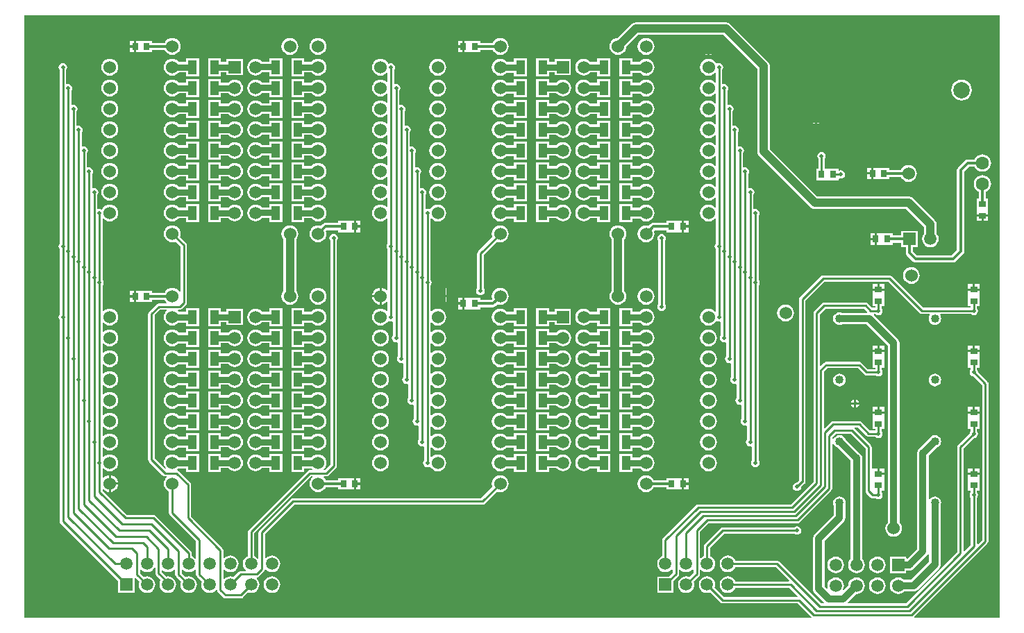
<source format=gbl>
%FSLAX43Y43*%
%MOMM*%
%SFA1B1*%

%IPPOS*%
%ADD11R,0.899998X0.799998*%
%ADD15R,0.799998X0.899998*%
%ADD20C,0.888998*%
%ADD21C,0.253999*%
%ADD22C,0.380999*%
%ADD24C,1.015998*%
%ADD50R,2.031996X2.158996*%
%ADD51R,2.031996X2.031996*%
%ADD60C,0.507999*%
%ADD61C,1.499997*%
%ADD62R,1.499997X1.499997*%
%ADD63C,1.523997*%
%ADD64C,1.777996*%
%ADD65C,1.599997*%
%ADD66C,1.999996*%
%ADD67R,1.999996X1.999996*%
%ADD68C,3.999992*%
%ADD69R,1.523997X1.523997*%
%ADD70R,1.499997X1.499997*%
%ADD71C,1.015998*%
%ADD72R,1.099998X1.699997*%
%ADD73C,0.253999*%
%ADD74C,0.761998*%
%ADD75R,0.614999X0.739999*%
%ADD76R,3.801992X0.993998*%
%ADD77R,4.795990X3.924992*%
%ADD78R,5.460989X5.206990*%
%ADD79R,5.460989X4.952990*%
%ADD80R,2.539995X2.666995*%
%ADD81R,3.047994X3.174994*%
%ADD82R,5.460989X5.841988*%
%ADD83R,2.285995X2.285995*%
%ADD84R,1.897996X2.031996*%
%ADD85R,1.897996X2.214996*%
%ADD86R,1.897996X2.040996*%
%ADD87R,1.897996X2.023996*%
%ADD88R,3.555993X2.285995*%
%ADD89R,1.269997X1.269997*%
%ADD90R,1.396997X1.396997*%
%LNlp_led_cube_8x8x8-1*%
%LPD*%
G36*
X144772Y46107D02*
X134326D01*
X134277Y46225*
X143250Y55198*
X143334Y55324*
X143364Y55473*
Y74675*
X143339Y74799*
X143334Y74824*
X143250Y74950*
X142089Y76111*
X142057Y76270*
X141967Y76405*
Y76623*
X142283*
Y77931*
Y78023*
Y78550*
X140875*
Y78023*
Y77931*
Y76623*
X141190*
Y76405*
X141100Y76270*
X141061Y76072*
X141100Y75874*
X141212Y75706*
X141380Y75593*
X141539Y75562*
X142587Y74514*
Y55634*
X142084Y55131*
X141967Y55179*
Y60753*
X142057Y60888*
X142097Y61086*
X142057Y61284*
X141967Y61419*
Y61637*
X142283*
Y62945*
Y63037*
Y63564*
X140875*
Y63037*
Y62945*
Y61637*
X141190*
Y61419*
X141100Y61284*
X141061Y61086*
X141100Y60888*
X141190Y60753*
Y54999*
X140433Y54242*
X140316Y54290*
Y66767*
X141618Y68069*
X141777Y68100*
X141945Y68213*
X142057Y68381*
X142097Y68579*
X142057Y68777*
X141967Y68912*
Y69130*
X142283*
Y70438*
Y70530*
Y71057*
X140875*
Y70530*
Y70438*
Y69130*
X141190*
Y68912*
X141100Y68777*
X141068Y68618*
X139653Y67203*
X139569Y67077*
X139539Y66928*
Y54135*
X133290Y47885*
X126264*
X126215Y48003*
X127239Y49026*
X127253Y49024*
X127515Y49059*
X127759Y49160*
X127969Y49321*
X128130Y49531*
X128231Y49775*
X128266Y50037*
X128231Y50299*
X128130Y50543*
X127969Y50753*
X127759Y50914*
X127515Y51015*
X127253Y51050*
X126991Y51015*
X126747Y50914*
X126537Y50753*
X126376Y50543*
X126275Y50299*
X126240Y50037*
X126242Y50023*
X125707Y49487*
X125601Y49558*
X125691Y49775*
X125726Y50037*
X125691Y50299*
X125590Y50543*
X125429Y50753*
X125219Y50914*
X124975Y51015*
X124713Y51050*
X124451Y51015*
X124207Y50914*
X123997Y50753*
X123836Y50543*
X123735Y50299*
X123700Y50037*
X123735Y49775*
X123753Y49731*
X123647Y49661*
X123360Y49948*
Y55460*
X125694Y57794*
X125806Y57940*
X125876Y58110*
X125900Y58292*
Y59856*
X125938Y59947*
X125964Y60146*
X125938Y60345*
X125861Y60530*
X125739Y60690*
X125580Y60812*
X125395Y60889*
X125196Y60915*
X124997Y60889*
X124811Y60812*
X124652Y60690*
X124530Y60530*
X124453Y60345*
X124427Y60146*
X124453Y59947*
X124491Y59856*
Y58584*
X122157Y56250*
X122045Y56104*
X122016Y56034*
X121975Y55934*
X121951Y55752*
Y49656*
X121975Y49474*
X122016Y49374*
X122045Y49304*
X122157Y49158*
X123312Y48003*
X123264Y47885*
X122944*
X117850Y52979*
X117724Y53063*
X117576Y53092*
X112507*
X112458Y53210*
X112297Y53420*
X112088Y53581*
X111843Y53682*
X111581Y53717*
X111319Y53682*
X111075Y53581*
X110865Y53420*
X110704Y53210*
X110603Y52966*
X110569Y52704*
X110603Y52442*
X110704Y52198*
X110865Y51988*
X111075Y51827*
X111319Y51726*
X111581Y51691*
X111843Y51726*
X112088Y51827*
X112297Y51988*
X112458Y52198*
X112507Y52316*
X117415*
X119060Y50670*
X119012Y50552*
X112507*
X112458Y50670*
X112297Y50880*
X112088Y51041*
X111843Y51142*
X111581Y51177*
X111319Y51142*
X111075Y51041*
X110865Y50880*
X110704Y50670*
X110603Y50426*
X110569Y50164*
X110603Y49902*
X110704Y49658*
X110865Y49448*
X111075Y49287*
X111319Y49186*
X111581Y49151*
X111843Y49186*
X112088Y49287*
X112297Y49448*
X112458Y49658*
X112507Y49776*
X119066*
X120076Y48765*
X120028Y48647*
X111107*
X109971Y49784*
X110019Y49902*
X110054Y50164*
X110019Y50426*
X109918Y50670*
X109757Y50880*
X109548Y51041*
X109303Y51142*
X109041Y51177*
X108779Y51142*
X108535Y51041*
X108325Y50880*
X108164Y50670*
X108063Y50426*
X108029Y50164*
X108063Y49902*
X108164Y49658*
X108325Y49448*
X108535Y49287*
X108779Y49186*
X109041Y49151*
X109303Y49186*
X109421Y49235*
X110672Y47984*
X110798Y47900*
X110946Y47871*
X120107*
X121753Y46225*
X121704Y46107*
X25787*
Y119626*
X144772*
Y46107*
G37*
%LNlp_led_cube_8x8x8-2*%
%LPC*%
G36*
X135229Y77215D02*
X134863D01*
X134877Y77144*
X134989Y76976*
X135157Y76863*
X135229Y76849*
Y77215*
G37*
G36*
X89783Y78827D02*
X88175D01*
Y76619*
X89783*
Y77101*
X90670*
X90723Y77032*
X90933Y76871*
X91177Y76770*
X91439Y76736*
X91701Y76770*
X91945Y76871*
X92155Y77032*
X92316Y77242*
X92417Y77486*
X92452Y77748*
X92417Y78010*
X92316Y78255*
X92155Y78464*
X91945Y78625*
X91701Y78727*
X91439Y78761*
X91177Y78727*
X90933Y78625*
X90723Y78464*
X90670Y78396*
X89783*
Y78827*
G37*
G36*
X135229Y77835D02*
X135157Y77821D01*
X134989Y77708*
X134877Y77540*
X134863Y77469*
X135229*
Y77835*
G37*
G36*
X135848Y77215D02*
X135483D01*
Y76849*
X135554Y76863*
X135722Y76976*
X135834Y77144*
X135848Y77215*
G37*
G36*
X49778Y78827D02*
X48170D01*
Y76619*
X49778*
Y77101*
X50665*
X50718Y77032*
X50928Y76871*
X51172Y76770*
X51434Y76736*
X51696Y76770*
X51940Y76871*
X52150Y77032*
X52311Y77242*
X52412Y77486*
X52447Y77748*
X52412Y78010*
X52311Y78255*
X52150Y78464*
X51940Y78625*
X51696Y78727*
X51434Y78761*
X51172Y78727*
X50928Y78625*
X50718Y78464*
X50665Y78396*
X49778*
Y78827*
G37*
G36*
X69214Y78748D02*
X68949Y78713D01*
X68702Y78610*
X68489Y78448*
X68327Y78235*
X68224Y77988*
X68189Y77723*
X68224Y77458*
X68327Y77211*
X68489Y76998*
X68702Y76836*
X68949Y76733*
X69214Y76698*
X69479Y76733*
X69726Y76836*
X69939Y76998*
X70101Y77211*
X70204Y77458*
X70239Y77723*
X70204Y77988*
X70101Y78235*
X69939Y78448*
X69726Y78610*
X69479Y78713*
X69214Y78748*
G37*
G36*
X59938Y78827D02*
X58330D01*
Y76619*
X59938*
Y77076*
X60810*
X60869Y76998*
X61082Y76836*
X61329Y76733*
X61594Y76698*
X61859Y76733*
X62106Y76836*
X62319Y76998*
X62481Y77211*
X62584Y77458*
X62619Y77723*
X62584Y77988*
X62481Y78235*
X62319Y78448*
X62106Y78610*
X61859Y78713*
X61594Y78748*
X61329Y78713*
X61082Y78610*
X60869Y78448*
X60810Y78370*
X59938*
Y78827*
G37*
G36*
X109219Y78748D02*
X108954Y78713D01*
X108707Y78610*
X108494Y78448*
X108332Y78235*
X108229Y77988*
X108194Y77723*
X108229Y77458*
X108332Y77211*
X108494Y76998*
X108707Y76836*
X108954Y76733*
X109219Y76698*
X109484Y76733*
X109731Y76836*
X109944Y76998*
X110106Y77211*
X110209Y77458*
X110244Y77723*
X110209Y77988*
X110106Y78235*
X109944Y78448*
X109731Y78610*
X109484Y78713*
X109219Y78748*
G37*
G36*
X99943Y78827D02*
X98335D01*
Y76619*
X99943*
Y77076*
X100815*
X100874Y76998*
X101087Y76836*
X101334Y76733*
X101599Y76698*
X101864Y76733*
X102111Y76836*
X102324Y76998*
X102486Y77211*
X102589Y77458*
X102624Y77723*
X102589Y77988*
X102486Y78235*
X102324Y78448*
X102111Y78610*
X101864Y78713*
X101599Y78748*
X101334Y78713*
X101087Y78610*
X100874Y78448*
X100815Y78370*
X99943*
Y78827*
G37*
G36*
X135483Y77835D02*
Y77469D01*
X135848*
X135834Y77540*
X135722Y77708*
X135554Y77821*
X135483Y77835*
G37*
G36*
X130649Y79331D02*
X130072D01*
Y78804*
X130649*
Y79331*
G37*
G36*
X129818D02*
X129241D01*
Y78804*
X129818*
Y79331*
G37*
G36*
X142283D02*
X141706D01*
Y78804*
X142283*
Y79331*
G37*
G36*
X141452D02*
X140875D01*
Y78804*
X141452*
Y79331*
G37*
G36*
X57238Y78827D02*
X55630D01*
Y78396*
X54743*
X54690Y78464*
X54480Y78625*
X54236Y78727*
X53974Y78761*
X53712Y78727*
X53468Y78625*
X53258Y78464*
X53097Y78255*
X52996Y78010*
X52961Y77748*
X52996Y77486*
X53097Y77242*
X53258Y77032*
X53468Y76871*
X53712Y76770*
X53974Y76736*
X54236Y76770*
X54480Y76871*
X54690Y77032*
X54743Y77101*
X55630*
Y76619*
X57238*
Y78827*
G37*
G36*
X47078D02*
X45470D01*
Y78370*
X44598*
X44539Y78448*
X44326Y78610*
X44079Y78713*
X43814Y78748*
X43549Y78713*
X43302Y78610*
X43089Y78448*
X42927Y78235*
X42824Y77988*
X42789Y77723*
X42824Y77458*
X42927Y77211*
X43089Y76998*
X43302Y76836*
X43549Y76733*
X43814Y76698*
X44079Y76733*
X44326Y76836*
X44539Y76998*
X44598Y77076*
X45470*
Y76619*
X47078*
Y78827*
G37*
G36*
X59938Y81367D02*
X58330D01*
Y79159*
X59938*
Y79616*
X60810*
X60869Y79538*
X61082Y79376*
X61329Y79273*
X61594Y79238*
X61859Y79273*
X62106Y79376*
X62319Y79538*
X62481Y79751*
X62584Y79998*
X62619Y80263*
X62584Y80528*
X62481Y80775*
X62319Y80988*
X62106Y81150*
X61859Y81253*
X61594Y81288*
X61329Y81253*
X61082Y81150*
X60869Y80988*
X60810Y80910*
X59938*
Y81367*
G37*
G36*
X97243Y78827D02*
X95635D01*
Y78370*
X94767*
X94695Y78464*
X94485Y78625*
X94241Y78727*
X93979Y78761*
X93717Y78727*
X93473Y78625*
X93263Y78464*
X93102Y78255*
X93001Y78010*
X92966Y77748*
X93001Y77486*
X93102Y77242*
X93263Y77032*
X93473Y76871*
X93717Y76770*
X93979Y76736*
X94241Y76770*
X94485Y76871*
X94695Y77032*
X94728Y77076*
X95635*
Y76619*
X97243*
Y78827*
G37*
G36*
X87083D02*
X85475D01*
Y78370*
X84603*
X84544Y78448*
X84331Y78610*
X84084Y78713*
X83819Y78748*
X83554Y78713*
X83307Y78610*
X83094Y78448*
X82932Y78235*
X82829Y77988*
X82794Y77723*
X82829Y77458*
X82932Y77211*
X83094Y76998*
X83307Y76836*
X83554Y76733*
X83819Y76698*
X84084Y76733*
X84331Y76836*
X84544Y76998*
X84603Y77076*
X85475*
Y76619*
X87083*
Y78827*
G37*
G36*
X97243Y73747D02*
X95635D01*
Y73290*
X94767*
X94695Y73384*
X94485Y73545*
X94241Y73647*
X93979Y73681*
X93717Y73647*
X93473Y73545*
X93263Y73384*
X93102Y73175*
X93001Y72931*
X92966Y72668*
X93001Y72406*
X93102Y72162*
X93263Y71952*
X93473Y71791*
X93717Y71690*
X93979Y71656*
X94241Y71690*
X94485Y71791*
X94695Y71952*
X94728Y71996*
X95635*
Y71539*
X97243*
Y73747*
G37*
G36*
X87083D02*
X85475D01*
Y73290*
X84603*
X84544Y73368*
X84331Y73530*
X84084Y73633*
X83819Y73668*
X83554Y73633*
X83307Y73530*
X83094Y73368*
X82932Y73155*
X82829Y72908*
X82794Y72643*
X82829Y72378*
X82932Y72131*
X83094Y71918*
X83307Y71756*
X83554Y71653*
X83819Y71618*
X84084Y71653*
X84331Y71756*
X84544Y71918*
X84603Y71996*
X85475*
Y71539*
X87083*
Y73747*
G37*
G36*
X57238D02*
X55630D01*
Y73316*
X54743*
X54690Y73384*
X54480Y73545*
X54236Y73647*
X53974Y73681*
X53712Y73647*
X53468Y73545*
X53258Y73384*
X53097Y73175*
X52996Y72931*
X52961Y72668*
X52996Y72406*
X53097Y72162*
X53258Y71952*
X53468Y71791*
X53712Y71690*
X53974Y71656*
X54236Y71690*
X54480Y71791*
X54690Y71952*
X54743Y72021*
X55630*
Y71539*
X57238*
Y73747*
G37*
G36*
X69214Y76208D02*
X68949Y76173D01*
X68702Y76070*
X68489Y75908*
X68327Y75695*
X68224Y75448*
X68189Y75183*
X68224Y74918*
X68327Y74671*
X68489Y74458*
X68702Y74296*
X68949Y74193*
X69214Y74158*
X69479Y74193*
X69726Y74296*
X69939Y74458*
X70101Y74671*
X70204Y74918*
X70239Y75183*
X70204Y75448*
X70101Y75695*
X69939Y75908*
X69726Y76070*
X69479Y76173*
X69214Y76208*
G37*
G36*
X59938Y76287D02*
X58330D01*
Y74079*
X59938*
Y74536*
X60810*
X60869Y74458*
X61082Y74296*
X61329Y74193*
X61594Y74158*
X61859Y74193*
X62106Y74296*
X62319Y74458*
X62481Y74671*
X62584Y74918*
X62619Y75183*
X62584Y75448*
X62481Y75695*
X62319Y75908*
X62106Y76070*
X61859Y76173*
X61594Y76208*
X61329Y76173*
X61082Y76070*
X60869Y75908*
X60810Y75830*
X59938*
Y76287*
G37*
G36*
X127228Y72755D02*
Y72389D01*
X127593*
X127579Y72460*
X127467Y72628*
X127299Y72741*
X127228Y72755*
G37*
G36*
X126974D02*
X126902Y72741D01*
X126734Y72628*
X126622Y72460*
X126608Y72389*
X126974*
Y72755*
G37*
G36*
X138531D02*
X138459Y72741D01*
X138291Y72628*
X138179Y72460*
X138165Y72389*
X138531*
Y72755*
G37*
G36*
X47078Y73747D02*
X45470D01*
Y73290*
X44598*
X44539Y73368*
X44326Y73530*
X44079Y73633*
X43814Y73668*
X43549Y73633*
X43302Y73530*
X43089Y73368*
X42927Y73155*
X42824Y72908*
X42789Y72643*
X42824Y72378*
X42927Y72131*
X43089Y71918*
X43302Y71756*
X43549Y71653*
X43814Y71618*
X44079Y71653*
X44326Y71756*
X44539Y71918*
X44598Y71996*
X45470*
Y71539*
X47078*
Y73747*
G37*
G36*
X138785Y72755D02*
Y72389D01*
X139150*
X139136Y72460*
X139024Y72628*
X138856Y72741*
X138785Y72755*
G37*
G36*
X47078Y76287D02*
X45470D01*
Y75830*
X44598*
X44539Y75908*
X44326Y76070*
X44079Y76173*
X43814Y76208*
X43549Y76173*
X43302Y76070*
X43089Y75908*
X42927Y75695*
X42824Y75448*
X42789Y75183*
X42824Y74918*
X42927Y74671*
X43089Y74458*
X43302Y74296*
X43549Y74193*
X43814Y74158*
X44079Y74193*
X44326Y74296*
X44539Y74458*
X44598Y74536*
X45470*
Y74079*
X47078*
Y76287*
G37*
G36*
X136829Y75901D02*
X136630Y75875D01*
X136445Y75798*
X136285Y75676*
X136163Y75516*
X136086Y75331*
X136060Y75132*
X136086Y74933*
X136163Y74748*
X136285Y74589*
X136445Y74467*
X136630Y74390*
X136829Y74364*
X137028Y74390*
X137213Y74467*
X137372Y74589*
X137494Y74748*
X137571Y74933*
X137597Y75132*
X137571Y75331*
X137494Y75516*
X137372Y75676*
X137213Y75798*
X137028Y75875*
X136829Y75901*
G37*
G36*
X87083Y76287D02*
X85475D01*
Y75830*
X84603*
X84544Y75908*
X84331Y76070*
X84084Y76173*
X83819Y76208*
X83554Y76173*
X83307Y76070*
X83094Y75908*
X82932Y75695*
X82829Y75448*
X82794Y75183*
X82829Y74918*
X82932Y74671*
X83094Y74458*
X83307Y74296*
X83554Y74193*
X83819Y74158*
X84084Y74193*
X84331Y74296*
X84544Y74458*
X84603Y74536*
X85475*
Y74079*
X87083*
Y76287*
G37*
G36*
X57238D02*
X55630D01*
Y75856*
X54743*
X54690Y75924*
X54480Y76085*
X54236Y76187*
X53974Y76221*
X53712Y76187*
X53468Y76085*
X53258Y75924*
X53097Y75715*
X52996Y75470*
X52961Y75208*
X52996Y74946*
X53097Y74702*
X53258Y74492*
X53468Y74331*
X53712Y74230*
X53974Y74196*
X54236Y74230*
X54480Y74331*
X54690Y74492*
X54743Y74561*
X55630*
Y74079*
X57238*
Y76287*
G37*
G36*
X97243D02*
X95635D01*
Y75830*
X94767*
X94695Y75924*
X94485Y76085*
X94241Y76187*
X93979Y76221*
X93717Y76187*
X93473Y76085*
X93263Y75924*
X93102Y75715*
X93001Y75470*
X92966Y75208*
X93001Y74946*
X93102Y74702*
X93263Y74492*
X93473Y74331*
X93717Y74230*
X93979Y74196*
X94241Y74230*
X94485Y74331*
X94695Y74492*
X94728Y74536*
X95635*
Y74079*
X97243*
Y76287*
G37*
G36*
X109219Y76208D02*
X108954Y76173D01*
X108707Y76070*
X108494Y75908*
X108332Y75695*
X108229Y75448*
X108194Y75183*
X108229Y74918*
X108332Y74671*
X108494Y74458*
X108707Y74296*
X108954Y74193*
X109219Y74158*
X109484Y74193*
X109731Y74296*
X109944Y74458*
X110106Y74671*
X110209Y74918*
X110244Y75183*
X110209Y75448*
X110106Y75695*
X109944Y75908*
X109731Y76070*
X109484Y76173*
X109219Y76208*
G37*
G36*
X99943Y76287D02*
X98335D01*
Y74079*
X99943*
Y74536*
X100815*
X100874Y74458*
X101087Y74296*
X101334Y74193*
X101599Y74158*
X101864Y74193*
X102111Y74296*
X102324Y74458*
X102486Y74671*
X102589Y74918*
X102624Y75183*
X102589Y75448*
X102486Y75695*
X102324Y75908*
X102111Y76070*
X101864Y76173*
X101599Y76208*
X101334Y76173*
X101087Y76070*
X100874Y75908*
X100815Y75830*
X99943*
Y76287*
G37*
G36*
X49778D02*
X48170D01*
Y74079*
X49778*
Y74561*
X50665*
X50718Y74492*
X50928Y74331*
X51172Y74230*
X51434Y74196*
X51696Y74230*
X51940Y74331*
X52150Y74492*
X52311Y74702*
X52412Y74946*
X52447Y75208*
X52412Y75470*
X52311Y75715*
X52150Y75924*
X51940Y76085*
X51696Y76187*
X51434Y76221*
X51172Y76187*
X50928Y76085*
X50718Y75924*
X50665Y75856*
X49778*
Y76287*
G37*
G36*
X125196Y75901D02*
X124997Y75875D01*
X124811Y75798*
X124652Y75676*
X124530Y75516*
X124453Y75331*
X124427Y75132*
X124453Y74933*
X124530Y74748*
X124652Y74589*
X124811Y74467*
X124997Y74390*
X125196Y74364*
X125395Y74390*
X125580Y74467*
X125739Y74589*
X125861Y74748*
X125938Y74933*
X125964Y75132*
X125938Y75331*
X125861Y75516*
X125739Y75676*
X125580Y75798*
X125395Y75875*
X125196Y75901*
G37*
G36*
X89783Y76287D02*
X88175D01*
Y74079*
X89783*
Y74561*
X90670*
X90723Y74492*
X90933Y74331*
X91177Y74230*
X91439Y74196*
X91701Y74230*
X91945Y74331*
X92155Y74492*
X92316Y74702*
X92417Y74946*
X92452Y75208*
X92417Y75470*
X92316Y75715*
X92155Y75924*
X91945Y76085*
X91701Y76187*
X91439Y76221*
X91177Y76187*
X90933Y76085*
X90723Y75924*
X90670Y75856*
X89783*
Y76287*
G37*
G36*
X69214Y81288D02*
X68949Y81253D01*
X68702Y81150*
X68489Y80988*
X68327Y80775*
X68224Y80528*
X68189Y80263*
X68224Y79998*
X68327Y79751*
X68489Y79538*
X68702Y79376*
X68949Y79273*
X69214Y79238*
X69479Y79273*
X69726Y79376*
X69939Y79538*
X70101Y79751*
X70204Y79998*
X70239Y80263*
X70204Y80528*
X70101Y80775*
X69939Y80988*
X69726Y81150*
X69479Y81253*
X69214Y81288*
G37*
G36*
X37210Y85216D02*
X36321D01*
Y84327*
X37210*
Y85216*
G37*
G36*
X101599Y86368D02*
X101334Y86333D01*
X101087Y86230*
X100874Y86068*
X100712Y85855*
X100609Y85608*
X100574Y85343*
X100609Y85078*
X100712Y84831*
X100874Y84618*
X101087Y84456*
X101334Y84353*
X101599Y84318*
X101864Y84353*
X102111Y84456*
X102324Y84618*
X102486Y84831*
X102589Y85078*
X102624Y85343*
X102589Y85608*
X102486Y85855*
X102324Y86068*
X102111Y86230*
X101864Y86333*
X101599Y86368*
G37*
G36*
X77215Y85216D02*
X76326D01*
Y84327*
X77215*
Y85216*
G37*
G36*
X109092D02*
X108211D01*
X108229Y85078*
X108332Y84831*
X108494Y84618*
X108707Y84456*
X108954Y84353*
X109092Y84335*
Y85216*
G37*
G36*
X69087D02*
X68206D01*
X68224Y85078*
X68327Y84831*
X68489Y84618*
X68702Y84456*
X68949Y84353*
X69087Y84335*
Y85216*
G37*
G36*
X79182Y84327D02*
X78655D01*
Y83750*
X79182*
Y84327*
G37*
G36*
X103504Y92973D02*
X103306Y92934D01*
X103138Y92821*
X103025Y92653*
X102986Y92455*
X103025Y92257*
X103116Y92122*
Y84406*
X103025Y84271*
X102986Y84073*
X103025Y83875*
X103138Y83707*
X103306Y83594*
X103504Y83555*
X103702Y83594*
X103870Y83707*
X103983Y83875*
X104022Y84073*
X103983Y84271*
X103892Y84406*
Y92122*
X103983Y92257*
X104022Y92455*
X103983Y92653*
X103870Y92821*
X103702Y92934*
X103504Y92973*
G37*
G36*
X58165Y93988D02*
X57900Y93953D01*
X57653Y93850*
X57440Y93688*
X57278Y93475*
X57175Y93228*
X57140Y92963*
X57175Y92698*
X57278Y92451*
X57396Y92296*
Y86010*
X57278Y85855*
X57175Y85608*
X57140Y85343*
X57175Y85078*
X57278Y84831*
X57440Y84618*
X57653Y84456*
X57900Y84353*
X58165Y84318*
X58430Y84353*
X58677Y84456*
X58890Y84618*
X59052Y84831*
X59155Y85078*
X59190Y85343*
X59155Y85608*
X59052Y85855*
X58934Y86010*
Y92296*
X59052Y92451*
X59155Y92698*
X59190Y92963*
X59155Y93228*
X59052Y93475*
X58890Y93688*
X58677Y93850*
X58430Y93953*
X58165Y93988*
G37*
G36*
X98170D02*
X97905Y93953D01*
X97658Y93850*
X97445Y93688*
X97283Y93475*
X97180Y93228*
X97145Y92963*
X97180Y92698*
X97283Y92451*
X97401Y92296*
Y86010*
X97283Y85855*
X97180Y85608*
X97145Y85343*
X97180Y85078*
X97283Y84831*
X97445Y84618*
X97658Y84456*
X97905Y84353*
X98170Y84318*
X98435Y84353*
X98682Y84456*
X98895Y84618*
X99057Y84831*
X99160Y85078*
X99195Y85343*
X99160Y85608*
X99057Y85855*
X98939Y86010*
Y92296*
X99057Y92451*
X99160Y92698*
X99195Y92963*
X99160Y93228*
X99057Y93475*
X98895Y93688*
X98682Y93850*
X98435Y93953*
X98170Y93988*
G37*
G36*
X61594Y86368D02*
X61329Y86333D01*
X61082Y86230*
X60869Y86068*
X60707Y85855*
X60604Y85608*
X60569Y85343*
X60604Y85078*
X60707Y84831*
X60869Y84618*
X61082Y84456*
X61329Y84353*
X61594Y84318*
X61859Y84353*
X62106Y84456*
X62319Y84618*
X62481Y84831*
X62584Y85078*
X62619Y85343*
X62584Y85608*
X62481Y85855*
X62319Y86068*
X62106Y86230*
X61859Y86333*
X61594Y86368*
G37*
G36*
X69087Y86351D02*
X68949Y86333D01*
X68702Y86230*
X68489Y86068*
X68327Y85855*
X68224Y85608*
X68206Y85470*
X69087*
Y86351*
G37*
G36*
X39177Y86047D02*
X38650D01*
Y85470*
X39177*
Y86047*
G37*
G36*
X77215Y86359D02*
X76326D01*
Y85470*
X77215*
Y86359*
G37*
G36*
X130649Y86043D02*
X129241D01*
Y85516*
Y85424*
Y84116*
X129557*
Y83953*
X129167*
X128645Y84475*
X128519Y84559*
X128371Y84588*
X123291*
X123142Y84559*
X123016Y84475*
X122127Y83586*
X122043Y83460*
X122013Y83311*
Y62746*
X119218Y59950*
X107949*
X107800Y59921*
X107674Y59837*
X103687Y55849*
X103602Y55723*
X103573Y55574*
Y53630*
X103455Y53581*
X103245Y53420*
X103084Y53210*
X102983Y52966*
X102949Y52704*
X102983Y52442*
X103084Y52198*
X103245Y51988*
X103455Y51827*
X103699Y51726*
X103961Y51691*
X104223Y51726*
X104468Y51827*
X104677Y51988*
X104748Y52080*
X104868Y52039*
Y51620*
X104416Y51168*
X102957*
Y49160*
X104965*
Y50619*
X105531Y51185*
X105615Y51311*
X105645Y51459*
Y51973*
X105765Y52014*
X105785Y51988*
X105995Y51827*
X106239Y51726*
X106501Y51691*
X106763Y51726*
X107008Y51827*
X107217Y51988*
X107288Y52080*
X107408Y52039*
Y51620*
X106881Y51093*
X106763Y51142*
X106501Y51177*
X106239Y51142*
X105995Y51041*
X105785Y50880*
X105624Y50670*
X105523Y50426*
X105489Y50164*
X105523Y49902*
X105624Y49658*
X105785Y49448*
X105995Y49287*
X106239Y49186*
X106501Y49151*
X106763Y49186*
X107008Y49287*
X107217Y49448*
X107378Y49658*
X107479Y49902*
X107514Y50164*
X107479Y50426*
X107431Y50544*
X108071Y51185*
X108155Y51311*
X108185Y51459*
Y51973*
X108305Y52014*
X108325Y51988*
X108535Y51827*
X108779Y51726*
X109041Y51691*
X109303Y51726*
X109548Y51827*
X109757Y51988*
X109918Y52198*
X110019Y52442*
X110054Y52704*
X110019Y52966*
X109918Y53210*
X109757Y53420*
X109548Y53581*
X109430Y53630*
Y54677*
X111133Y56380*
X119681*
X119816Y56289*
X120014Y56250*
X120212Y56289*
X120380Y56402*
X120493Y56570*
X120532Y56768*
X120493Y56966*
X120380Y57134*
X120212Y57247*
X120014Y57286*
X119816Y57247*
X119681Y57156*
X110972*
X110823Y57127*
X110697Y57043*
X108767Y55112*
X108682Y54986*
X108653Y54838*
Y53630*
X108535Y53581*
X108325Y53420*
X108305Y53394*
X108185Y53435*
Y56607*
X109228Y57650*
X120054*
X120202Y57679*
X120329Y57763*
X124200Y61635*
X124284Y61761*
X124314Y61910*
Y67526*
X124441Y67535*
X124453Y67440*
X124530Y67255*
X124652Y67096*
X124811Y66974*
X124903Y66936*
X126548Y65290*
Y53302*
X126537Y53293*
X126376Y53083*
X126275Y52839*
X126240Y52577*
X126275Y52315*
X126376Y52071*
X126537Y51861*
X126747Y51700*
X126991Y51599*
X127253Y51564*
X127515Y51599*
X127759Y51700*
X127969Y51861*
X128130Y52071*
X128231Y52315*
X128266Y52577*
X128231Y52839*
X128130Y53083*
X127969Y53293*
X127958Y53302*
Y65582*
X127934Y65764*
X127863Y65934*
X127751Y66080*
X125899Y67932*
X125861Y68023*
X125739Y68183*
X125580Y68305*
X125395Y68382*
X125196Y68408*
X124997Y68382*
X124811Y68305*
X124652Y68183*
X124530Y68023*
X124453Y67838*
X124441Y67744*
X124314Y67752*
Y68164*
X124722Y68572*
X126559*
X128363Y66767*
Y61594*
X128393Y61445*
X128477Y61319*
X128985Y60811*
X129111Y60727*
X129260Y60698*
X129612*
X129747Y60607*
X129945Y60568*
X130144Y60607*
X130312Y60720*
X130424Y60888*
X130463Y61086*
X130424Y61284*
X130334Y61419*
Y61637*
X130649*
Y62945*
Y63037*
Y63564*
X129945*
Y63691*
X129818*
Y64345*
X129241*
X129230*
X129140Y64435*
Y66928*
X129110Y67077*
X129026Y67203*
X127013Y69216*
X127061Y69334*
X127448*
X128477Y68304*
X128603Y68220*
X128752Y68191*
X129612*
X129747Y68100*
X129945Y68061*
X130144Y68100*
X130312Y68213*
X130424Y68381*
X130463Y68579*
X130424Y68777*
X130334Y68912*
Y69130*
X130649*
Y70438*
Y70530*
Y71057*
X129241*
Y70530*
Y70438*
Y69130*
X129557*
Y68967*
X128913*
X127883Y69997*
X127757Y70081*
X127609Y70110*
X124434*
X124310Y70086*
X124285Y70081*
X124159Y69997*
X123415Y69253*
X123298Y69302*
Y76165*
X123706Y76573*
X127448*
X128223Y75797*
X128349Y75713*
X128498Y75684*
X129612*
X129747Y75593*
X129945Y75554*
X130144Y75593*
X130312Y75706*
X130424Y75874*
X130463Y76072*
X130424Y76270*
X130334Y76405*
Y76623*
X130649*
Y77931*
Y78023*
Y78550*
X129241*
Y78023*
Y77931*
Y76623*
X129557*
Y76460*
X128659*
X127883Y77236*
X127757Y77320*
X127609Y77349*
X123545*
X123421Y77325*
X123396Y77320*
X123270Y77236*
X122907Y76873*
X122790Y76922*
Y83150*
X123452Y83812*
X128210*
X128574Y83447*
X128526Y83330*
X125486*
X125395Y83368*
X125196Y83394*
X124997Y83368*
X124811Y83291*
X124652Y83169*
X124530Y83009*
X124453Y82824*
X124427Y82625*
X124453Y82426*
X124530Y82241*
X124652Y82082*
X124811Y81960*
X124997Y81883*
X125196Y81857*
X125395Y81883*
X125486Y81921*
X128511*
X131095Y79336*
Y57762*
X131075Y57747*
X130912Y57534*
X130810Y57287*
X130775Y57022*
X130810Y56757*
X130912Y56510*
X131075Y56297*
X131287Y56135*
X131534Y56032*
X131800Y55997*
X132065Y56032*
X132312Y56135*
X132524Y56297*
X132687Y56510*
X132789Y56757*
X132824Y57022*
X132789Y57287*
X132687Y57534*
X132524Y57747*
X132504Y57762*
Y79628*
X132480Y79810*
X132439Y79910*
X132410Y79980*
X132298Y80126*
X129365Y83059*
X129413Y83177*
X129612*
X129747Y83086*
X129945Y83047*
X130144Y83086*
X130312Y83199*
X130424Y83367*
X130463Y83565*
X130424Y83763*
X130334Y83898*
Y84116*
X130649*
Y85424*
Y85516*
Y86043*
G37*
G36*
X109092Y86351D02*
X108954Y86333D01*
X108707Y86230*
X108494Y86068*
X108332Y85855*
X108229Y85608*
X108211Y85470*
X109092*
Y86351*
G37*
G36*
X39177Y85216D02*
X38650D01*
Y84639*
X39177*
Y85216*
G37*
G36*
X79182Y85158D02*
X78655D01*
Y84581*
X79182*
Y85158*
G37*
G36*
X83819Y86368D02*
X83554Y86333D01*
X83307Y86230*
X83094Y86068*
X82932Y85855*
X82829Y85608*
X82794Y85343*
X82829Y85078*
X82854Y85019*
X82742Y84907*
X81363*
Y85158*
X80055*
X79963*
X79436*
Y84454*
Y83750*
X79963*
X80055*
X81363*
Y84001*
X82930*
X83103Y84035*
X83250Y84134*
X83495Y84378*
X83554Y84353*
X83819Y84318*
X84084Y84353*
X84331Y84456*
X84544Y84618*
X84706Y84831*
X84809Y85078*
X84844Y85343*
X84809Y85608*
X84706Y85855*
X84544Y86068*
X84331Y86230*
X84084Y86333*
X83819Y86368*
G37*
G36*
X37210Y86359D02*
X36321D01*
Y85470*
X37210*
Y86359*
G37*
G36*
X131292Y87890D02*
X123189D01*
X123040Y87861*
X122914Y87777*
X120374Y85237*
X120290Y85111*
X120261Y84962*
Y62908*
X119975Y62622*
X119816Y62590*
X119648Y62478*
X119535Y62310*
X119496Y62112*
X119535Y61914*
X119648Y61746*
X119816Y61633*
X120014Y61594*
X120212Y61633*
X120380Y61746*
X120493Y61914*
X120524Y62073*
X120894Y62442*
X120924Y62462*
X121008Y62588*
X121037Y62737*
Y84801*
X123350Y87114*
X131131*
X134954Y83290*
X135080Y83206*
X135229Y83177*
X136148*
X136204Y83063*
X136163Y83009*
X136086Y82824*
X136060Y82625*
X136086Y82426*
X136163Y82241*
X136285Y82082*
X136445Y81960*
X136630Y81883*
X136829Y81857*
X137028Y81883*
X137213Y81960*
X137372Y82082*
X137494Y82241*
X137571Y82426*
X137597Y82625*
X137571Y82824*
X137494Y83009*
X137454Y83063*
X137510Y83177*
X141246*
X141380Y83086*
X141579Y83047*
X141777Y83086*
X141945Y83199*
X142057Y83367*
X142097Y83565*
X142057Y83763*
X141967Y83898*
Y84116*
X142283*
Y85424*
Y85516*
Y86043*
X140875*
Y85516*
Y85424*
Y84116*
X141190*
Y83953*
X135390*
X131566Y87777*
X131440Y87861*
X131292Y87890*
G37*
G36*
X118490Y81525D02*
X118352Y81507D01*
X118105Y81404*
X117892Y81242*
X117730Y81029*
X117627Y80782*
X117609Y80644*
X118490*
Y81525*
G37*
G36*
X119625Y80390D02*
X118744D01*
Y79509*
X118882Y79527*
X119129Y79630*
X119342Y79792*
X119504Y80005*
X119607Y80252*
X119625Y80390*
G37*
G36*
X118744Y81525D02*
Y80644D01*
X119625*
X119607Y80782*
X119504Y81029*
X119342Y81242*
X119129Y81404*
X118882Y81507*
X118744Y81525*
G37*
G36*
X87083Y81367D02*
X85475D01*
Y80910*
X84603*
X84544Y80988*
X84331Y81150*
X84084Y81253*
X83819Y81288*
X83554Y81253*
X83307Y81150*
X83094Y80988*
X82932Y80775*
X82829Y80528*
X82794Y80263*
X82829Y79998*
X82932Y79751*
X83094Y79538*
X83307Y79376*
X83554Y79273*
X83819Y79238*
X84084Y79273*
X84331Y79376*
X84544Y79538*
X84603Y79616*
X85475*
Y79159*
X87083*
Y81367*
G37*
G36*
X47078D02*
X45470D01*
Y80910*
X44598*
X44539Y80988*
X44326Y81150*
X44079Y81253*
X43814Y81288*
X43549Y81253*
X43302Y81150*
X43089Y80988*
X42927Y80775*
X42824Y80528*
X42789Y80263*
X42824Y79998*
X42927Y79751*
X43089Y79538*
X43302Y79376*
X43549Y79273*
X43814Y79238*
X44079Y79273*
X44326Y79376*
X44539Y79538*
X44598Y79616*
X45470*
Y79159*
X47078*
Y81367*
G37*
G36*
X109219Y81288D02*
X108954Y81253D01*
X108707Y81150*
X108494Y80988*
X108332Y80775*
X108229Y80528*
X108194Y80263*
X108229Y79998*
X108332Y79751*
X108494Y79538*
X108707Y79376*
X108954Y79273*
X109219Y79238*
X109484Y79273*
X109731Y79376*
X109944Y79538*
X110106Y79751*
X110209Y79998*
X110244Y80263*
X110209Y80528*
X110106Y80775*
X109944Y80988*
X109731Y81150*
X109484Y81253*
X109219Y81288*
G37*
G36*
X99943Y81367D02*
X98335D01*
Y79159*
X99943*
Y79616*
X100815*
X100874Y79538*
X101087Y79376*
X101334Y79273*
X101599Y79238*
X101864Y79273*
X102111Y79376*
X102324Y79538*
X102486Y79751*
X102589Y79998*
X102624Y80263*
X102589Y80528*
X102486Y80775*
X102324Y80988*
X102111Y81150*
X101864Y81253*
X101599Y81288*
X101334Y81253*
X101087Y81150*
X100874Y80988*
X100815Y80910*
X99943*
Y81367*
G37*
G36*
X49778D02*
X48170D01*
Y79159*
X49778*
Y79641*
X50665*
X50718Y79572*
X50928Y79411*
X51172Y79310*
X51434Y79276*
X51696Y79310*
X51940Y79411*
X52150Y79572*
X52311Y79782*
X52412Y80026*
X52447Y80288*
X52412Y80550*
X52311Y80795*
X52150Y81004*
X51940Y81165*
X51696Y81267*
X51434Y81301*
X51172Y81267*
X50928Y81165*
X50718Y81004*
X50665Y80936*
X49778*
Y81367*
G37*
G36*
X118490Y80390D02*
X117609D01*
X117627Y80252*
X117730Y80005*
X117892Y79792*
X118105Y79630*
X118352Y79527*
X118490Y79509*
Y80390*
G37*
G36*
X89783Y81367D02*
X88175D01*
Y79159*
X89783*
Y79641*
X90670*
X90723Y79572*
X90933Y79411*
X91177Y79310*
X91439Y79276*
X91701Y79310*
X91945Y79411*
X92155Y79572*
X92316Y79782*
X92417Y80026*
X92452Y80288*
X92417Y80550*
X92316Y80795*
X92155Y81004*
X91945Y81165*
X91701Y81267*
X91439Y81301*
X91177Y81267*
X90933Y81165*
X90723Y81004*
X90670Y80936*
X89783*
Y81367*
G37*
G36*
X118617Y84336D02*
X118352Y84301D01*
X118105Y84198*
X117892Y84036*
X117730Y83823*
X117627Y83576*
X117592Y83311*
X117627Y83046*
X117730Y82799*
X117892Y82586*
X118105Y82424*
X118352Y82321*
X118617Y82286*
X118882Y82321*
X119129Y82424*
X119342Y82586*
X119504Y82799*
X119607Y83046*
X119642Y83311*
X119607Y83576*
X119504Y83823*
X119342Y84036*
X119129Y84198*
X118882Y84301*
X118617Y84336*
G37*
G36*
X89783Y83907D02*
X88175D01*
Y81699*
X89783*
Y82181*
X90435*
Y81824*
X92443*
Y83832*
X90435*
Y83476*
X89783*
Y83907*
G37*
G36*
X87083D02*
X85475D01*
Y83450*
X84603*
X84544Y83528*
X84331Y83690*
X84084Y83793*
X83819Y83828*
X83554Y83793*
X83307Y83690*
X83094Y83528*
X82932Y83315*
X82829Y83068*
X82794Y82803*
X82829Y82538*
X82932Y82291*
X83094Y82078*
X83307Y81916*
X83554Y81813*
X83819Y81778*
X84084Y81813*
X84331Y81916*
X84544Y82078*
X84603Y82156*
X85475*
Y81699*
X87083*
Y83907*
G37*
G36*
X57238D02*
X55630D01*
Y83476*
X54743*
X54690Y83544*
X54480Y83705*
X54236Y83807*
X53974Y83841*
X53712Y83807*
X53468Y83705*
X53258Y83544*
X53097Y83335*
X52996Y83090*
X52961Y82828*
X52996Y82566*
X53097Y82322*
X53258Y82112*
X53468Y81951*
X53712Y81850*
X53974Y81816*
X54236Y81850*
X54480Y81951*
X54690Y82112*
X54743Y82181*
X55630*
Y81699*
X57238*
Y83907*
G37*
G36*
X97243D02*
X95635D01*
Y83450*
X94767*
X94695Y83544*
X94485Y83705*
X94241Y83807*
X93979Y83841*
X93717Y83807*
X93473Y83705*
X93263Y83544*
X93102Y83335*
X93001Y83090*
X92966Y82828*
X93001Y82566*
X93102Y82322*
X93263Y82112*
X93473Y81951*
X93717Y81850*
X93979Y81816*
X94241Y81850*
X94485Y81951*
X94695Y82112*
X94728Y82156*
X95635*
Y81699*
X97243*
Y83907*
G37*
G36*
X57238Y81367D02*
X55630D01*
Y80936*
X54743*
X54690Y81004*
X54480Y81165*
X54236Y81267*
X53974Y81301*
X53712Y81267*
X53468Y81165*
X53258Y81004*
X53097Y80795*
X52996Y80550*
X52961Y80288*
X52996Y80026*
X53097Y79782*
X53258Y79572*
X53468Y79411*
X53712Y79310*
X53974Y79276*
X54236Y79310*
X54480Y79411*
X54690Y79572*
X54743Y79641*
X55630*
Y79159*
X57238*
Y81367*
G37*
G36*
X97243D02*
X95635D01*
Y80910*
X94767*
X94695Y81004*
X94485Y81165*
X94241Y81267*
X93979Y81301*
X93717Y81267*
X93473Y81165*
X93263Y81004*
X93102Y80795*
X93001Y80550*
X92966Y80288*
X93001Y80026*
X93102Y79782*
X93263Y79572*
X93473Y79411*
X93717Y79310*
X93979Y79276*
X94241Y79310*
X94485Y79411*
X94695Y79572*
X94728Y79616*
X95635*
Y79159*
X97243*
Y81367*
G37*
G36*
X59938Y83907D02*
X58330D01*
Y81699*
X59938*
Y82156*
X60810*
X60869Y82078*
X61082Y81916*
X61329Y81813*
X61594Y81778*
X61859Y81813*
X62106Y81916*
X62319Y82078*
X62481Y82291*
X62584Y82538*
X62619Y82803*
X62584Y83068*
X62481Y83315*
X62319Y83528*
X62106Y83690*
X61859Y83793*
X61594Y83828*
X61329Y83793*
X61082Y83690*
X60869Y83528*
X60810Y83450*
X59938*
Y83907*
G37*
G36*
X49778D02*
X48170D01*
Y81699*
X49778*
Y82181*
X50430*
Y81824*
X52438*
Y83832*
X50430*
Y83476*
X49778*
Y83907*
G37*
G36*
X99943D02*
X98335D01*
Y81699*
X99943*
Y82156*
X100815*
X100874Y82078*
X101087Y81916*
X101334Y81813*
X101599Y81778*
X101864Y81813*
X102111Y81916*
X102324Y82078*
X102486Y82291*
X102589Y82538*
X102624Y82803*
X102589Y83068*
X102486Y83315*
X102324Y83528*
X102111Y83690*
X101864Y83793*
X101599Y83828*
X101334Y83793*
X101087Y83690*
X100874Y83528*
X100815Y83450*
X99943*
Y83907*
G37*
G36*
X70230Y63499D02*
X69341D01*
Y62610*
X70230*
Y63499*
G37*
G36*
X69087D02*
X68198D01*
Y62610*
X69087*
Y63499*
G37*
G36*
X76072Y63491D02*
X75934Y63473D01*
X75687Y63370*
X75474Y63208*
X75312Y62995*
X75209Y62748*
X75191Y62610*
X76072*
Y63491*
G37*
G36*
X106763Y63187D02*
X106236D01*
Y62610*
X106763*
Y63187*
G37*
G36*
X76326Y63491D02*
Y62610D01*
X77207*
X77189Y62748*
X77086Y62995*
X76924Y63208*
X76711Y63370*
X76464Y63473*
X76326Y63491*
G37*
G36*
X66758Y62356D02*
X66231D01*
Y61779*
X66758*
Y62356*
G37*
G36*
X101599Y63508D02*
X101334Y63473D01*
X101087Y63370*
X100874Y63208*
X100712Y62995*
X100609Y62748*
X100574Y62483*
X100609Y62218*
X100712Y61971*
X100874Y61758*
X101087Y61596*
X101334Y61493*
X101599Y61458*
X101864Y61493*
X102111Y61596*
X102324Y61758*
X102486Y61971*
X102511Y62030*
X104055*
Y61779*
X105363*
X105455*
X105982*
Y62483*
Y63187*
X105455*
X105363*
X104055*
Y62936*
X102511*
X102486Y62995*
X102324Y63208*
X102111Y63370*
X101864Y63473*
X101599Y63508*
G37*
G36*
X106763Y62356D02*
X106236D01*
Y61779*
X106763*
Y62356*
G37*
G36*
X66758Y63187D02*
X66231D01*
Y62610*
X66758*
Y63187*
G37*
G36*
X36321Y63491D02*
Y62610D01*
X37202*
X37184Y62748*
X37081Y62995*
X36919Y63208*
X36706Y63370*
X36459Y63473*
X36321Y63491*
G37*
G36*
X99943Y66127D02*
X98335D01*
Y63919*
X99943*
Y64376*
X100815*
X100874Y64298*
X101087Y64136*
X101334Y64033*
X101599Y63998*
X101864Y64033*
X102111Y64136*
X102324Y64298*
X102486Y64511*
X102589Y64758*
X102624Y65023*
X102589Y65288*
X102486Y65535*
X102324Y65748*
X102111Y65910*
X101864Y66013*
X101599Y66048*
X101334Y66013*
X101087Y65910*
X100874Y65748*
X100815Y65670*
X99943*
Y66127*
G37*
G36*
X69214Y66048D02*
X68949Y66013D01*
X68702Y65910*
X68489Y65748*
X68327Y65535*
X68224Y65288*
X68189Y65023*
X68224Y64758*
X68327Y64511*
X68489Y64298*
X68702Y64136*
X68949Y64033*
X69214Y63998*
X69479Y64033*
X69726Y64136*
X69939Y64298*
X70101Y64511*
X70204Y64758*
X70239Y65023*
X70204Y65288*
X70101Y65535*
X69939Y65748*
X69726Y65910*
X69479Y66013*
X69214Y66048*
G37*
G36*
X109219D02*
X108954Y66013D01*
X108707Y65910*
X108494Y65748*
X108332Y65535*
X108229Y65288*
X108194Y65023*
X108229Y64758*
X108332Y64511*
X108494Y64298*
X108707Y64136*
X108954Y64033*
X109219Y63998*
X109484Y64033*
X109731Y64136*
X109944Y64298*
X110106Y64511*
X110209Y64758*
X110244Y65023*
X110209Y65288*
X110106Y65535*
X109944Y65748*
X109731Y65910*
X109484Y66013*
X109219Y66048*
G37*
G36*
X89783Y66127D02*
X88175D01*
Y63919*
X89783*
Y64401*
X90670*
X90723Y64332*
X90933Y64171*
X91177Y64070*
X91439Y64036*
X91701Y64070*
X91945Y64171*
X92155Y64332*
X92316Y64542*
X92417Y64786*
X92452Y65048*
X92417Y65311*
X92316Y65555*
X92155Y65764*
X91945Y65925*
X91701Y66027*
X91439Y66061*
X91177Y66027*
X90933Y65925*
X90723Y65764*
X90670Y65696*
X89783*
Y66127*
G37*
G36*
X49778D02*
X48170D01*
Y63919*
X49778*
Y64401*
X50665*
X50718Y64332*
X50928Y64171*
X51172Y64070*
X51434Y64036*
X51696Y64070*
X51940Y64171*
X52150Y64332*
X52311Y64542*
X52412Y64786*
X52447Y65048*
X52412Y65311*
X52311Y65555*
X52150Y65764*
X51940Y65925*
X51696Y66027*
X51434Y66061*
X51172Y66027*
X50928Y65925*
X50718Y65764*
X50665Y65696*
X49778*
Y66127*
G37*
G36*
X110235Y63499D02*
X109346D01*
Y62610*
X110235*
Y63499*
G37*
G36*
X109092D02*
X108203D01*
Y62610*
X109092*
Y63499*
G37*
G36*
X130649Y64345D02*
X130072D01*
Y63818*
X130649*
Y64345*
G37*
G36*
X142283D02*
X141706D01*
Y63818*
X142283*
Y64345*
G37*
G36*
X141452D02*
X140875D01*
Y63818*
X141452*
Y64345*
G37*
G36*
X29082Y51781D02*
X28767Y51750D01*
X28342Y51622*
X27951Y51412*
X27607Y51131*
X27326Y50787*
X27117Y50396*
X26988Y49971*
X26957Y49656*
X29082*
Y51781*
G37*
G36*
X55981Y51177D02*
X55719Y51142D01*
X55474Y51041*
X55265Y50880*
X55104Y50670*
X55002Y50426*
X54968Y50164*
X55002Y49902*
X55104Y49658*
X55265Y49448*
X55474Y49287*
X55719Y49186*
X55981Y49151*
X56243Y49186*
X56487Y49287*
X56697Y49448*
X56858Y49658*
X56959Y49902*
X56993Y50164*
X56959Y50426*
X56858Y50670*
X56697Y50880*
X56487Y51041*
X56243Y51142*
X55981Y51177*
G37*
G36*
X29336Y51781D02*
Y49656D01*
X31461*
X31430Y49971*
X31301Y50396*
X31092Y50787*
X30811Y51131*
X30467Y51412*
X30076Y51622*
X29651Y51750*
X29336Y51781*
G37*
G36*
X141477D02*
Y49656D01*
X143602*
X143571Y49971*
X143442Y50396*
X143233Y50787*
X142952Y51131*
X142608Y51412*
X142217Y51622*
X141792Y51750*
X141477Y51781*
G37*
G36*
X141223D02*
X140908Y51750D01*
X140483Y51622*
X140092Y51412*
X139748Y51131*
X139467Y50787*
X139257Y50396*
X139129Y49971*
X139098Y49656*
X141223*
Y51781*
G37*
G36*
X31461Y49402D02*
X29336D01*
Y47277*
X29651Y47308*
X30076Y47437*
X30467Y47646*
X30811Y47927*
X31092Y48271*
X31301Y48662*
X31430Y49087*
X31461Y49402*
G37*
G36*
X29082D02*
X26957D01*
X26988Y49087*
X27117Y48662*
X27326Y48271*
X27607Y47927*
X27951Y47646*
X28342Y47437*
X28767Y47308*
X29082Y47277*
Y49402*
G37*
G36*
X141223D02*
X139098D01*
X139129Y49087*
X139257Y48662*
X139467Y48271*
X139748Y47927*
X140092Y47646*
X140483Y47437*
X140908Y47308*
X141223Y47277*
Y49402*
G37*
G36*
X129793Y51050D02*
X129531Y51015D01*
X129287Y50914*
X129077Y50753*
X128916Y50543*
X128815Y50299*
X128780Y50037*
X128815Y49775*
X128916Y49531*
X129077Y49321*
X129287Y49160*
X129531Y49059*
X129793Y49024*
X130055Y49059*
X130299Y49160*
X130509Y49321*
X130670Y49531*
X130771Y49775*
X130806Y50037*
X130771Y50299*
X130670Y50543*
X130509Y50753*
X130299Y50914*
X130055Y51015*
X129793Y51050*
G37*
G36*
X143602Y49402D02*
X141477D01*
Y47277*
X141792Y47308*
X142217Y47437*
X142608Y47646*
X142952Y47927*
X143233Y48271*
X143442Y48662*
X143571Y49087*
X143602Y49402*
G37*
G36*
X110235Y62356D02*
X109346D01*
Y61467*
X110235*
Y62356*
G37*
G36*
X109092D02*
X108203D01*
Y61467*
X109092*
Y62356*
G37*
G36*
X37202D02*
X36321D01*
Y61475*
X36459Y61493*
X36706Y61596*
X36919Y61758*
X37081Y61971*
X37184Y62218*
X37202Y62356*
G37*
G36*
X77207D02*
X76326D01*
Y61475*
X76464Y61493*
X76711Y61596*
X76924Y61758*
X77086Y61971*
X77189Y62218*
X77207Y62356*
G37*
G36*
X76072D02*
X75191D01*
X75209Y62218*
X75312Y61971*
X75474Y61758*
X75687Y61596*
X75934Y61493*
X76072Y61475*
Y62356*
G37*
G36*
X124713Y53590D02*
X124451Y53555D01*
X124207Y53454*
X123997Y53293*
X123836Y53083*
X123735Y52839*
X123700Y52577*
X123735Y52315*
X123836Y52071*
X123997Y51861*
X124207Y51700*
X124451Y51599*
X124713Y51564*
X124975Y51599*
X125219Y51700*
X125429Y51861*
X125590Y52071*
X125691Y52315*
X125726Y52577*
X125691Y52839*
X125590Y53083*
X125429Y53293*
X125219Y53454*
X124975Y53555*
X124713Y53590*
G37*
G36*
X136829Y68408D02*
X136630Y68382D01*
X136445Y68305*
X136285Y68183*
X136163Y68023*
X136125Y67932*
X134857Y66664*
X134745Y66518*
X134716Y66448*
X134675Y66348*
X134651Y66166*
Y54520*
X133454Y53323*
X133337Y53372*
Y53581*
X131329*
Y51573*
X133337*
Y51872*
X133705*
X133887Y51896*
X133986Y51938*
X134057Y51967*
X134203Y52079*
X135854Y53730*
X135966Y53876*
X136000Y53958*
X136124Y53933*
Y52945*
X133933Y50754*
X133048*
X132839Y50914*
X132595Y51015*
X132333Y51050*
X132071Y51015*
X131827Y50914*
X131617Y50753*
X131456Y50543*
X131355Y50299*
X131320Y50037*
X131355Y49775*
X131456Y49531*
X131617Y49321*
X131827Y49160*
X132071Y49059*
X132333Y49024*
X132595Y49059*
X132839Y49160*
X133049Y49321*
X133068Y49345*
X134225*
X134408Y49369*
X134507Y49410*
X134578Y49440*
X134723Y49552*
X137327Y52155*
X137439Y52301*
X137509Y52471*
X137533Y52653*
Y59856*
X137571Y59947*
X137597Y60146*
X137571Y60345*
X137494Y60530*
X137372Y60690*
X137213Y60812*
X137028Y60889*
X136829Y60915*
X136630Y60889*
X136445Y60812*
X136285Y60690*
X136180Y60553*
X136060Y60594*
Y65874*
X137122Y66936*
X137213Y66974*
X137372Y67096*
X137494Y67255*
X137571Y67440*
X137597Y67639*
X137571Y67838*
X137494Y68023*
X137372Y68183*
X137213Y68305*
X137028Y68382*
X136829Y68408*
G37*
G36*
X129793Y53590D02*
X129531Y53555D01*
X129287Y53454*
X129077Y53293*
X128916Y53083*
X128815Y52839*
X128780Y52577*
X128815Y52315*
X128916Y52071*
X129077Y51861*
X129287Y51700*
X129531Y51599*
X129793Y51564*
X130055Y51599*
X130299Y51700*
X130509Y51861*
X130670Y52071*
X130771Y52315*
X130806Y52577*
X130771Y52839*
X130670Y53083*
X130509Y53293*
X130299Y53454*
X130055Y53555*
X129793Y53590*
G37*
G36*
X70230Y62356D02*
X69341D01*
Y61467*
X70230*
Y62356*
G37*
G36*
X69087D02*
X68198D01*
Y61467*
X69087*
Y62356*
G37*
G36*
X138531Y64642D02*
X138165D01*
X138179Y64571*
X138291Y64403*
X138459Y64290*
X138531Y64276*
Y64642*
G37*
G36*
X129818Y71838D02*
X129241D01*
Y71311*
X129818*
Y71838*
G37*
G36*
X57238Y71207D02*
X55630D01*
Y70776*
X54743*
X54690Y70844*
X54480Y71005*
X54236Y71107*
X53974Y71141*
X53712Y71107*
X53468Y71005*
X53258Y70844*
X53097Y70635*
X52996Y70391*
X52961Y70128*
X52996Y69866*
X53097Y69622*
X53258Y69412*
X53468Y69251*
X53712Y69150*
X53974Y69116*
X54236Y69150*
X54480Y69251*
X54690Y69412*
X54743Y69481*
X55630*
Y68999*
X57238*
Y71207*
G37*
G36*
X130649Y71838D02*
X130072D01*
Y71311*
X130649*
Y71838*
G37*
G36*
X142283D02*
X141706D01*
Y71311*
X142283*
Y71838*
G37*
G36*
X141452D02*
X140875D01*
Y71311*
X141452*
Y71838*
G37*
G36*
X89783Y71207D02*
X88175D01*
Y68999*
X89783*
Y69481*
X90670*
X90723Y69412*
X90933Y69251*
X91177Y69150*
X91439Y69116*
X91701Y69150*
X91945Y69251*
X92155Y69412*
X92316Y69622*
X92417Y69866*
X92452Y70128*
X92417Y70391*
X92316Y70635*
X92155Y70844*
X91945Y71005*
X91701Y71107*
X91439Y71141*
X91177Y71107*
X90933Y71005*
X90723Y70844*
X90670Y70776*
X89783*
Y71207*
G37*
G36*
X49778D02*
X48170D01*
Y68999*
X49778*
Y69481*
X50665*
X50718Y69412*
X50928Y69251*
X51172Y69150*
X51434Y69116*
X51696Y69150*
X51940Y69251*
X52150Y69412*
X52311Y69622*
X52412Y69866*
X52447Y70128*
X52412Y70391*
X52311Y70635*
X52150Y70844*
X51940Y71005*
X51696Y71107*
X51434Y71141*
X51172Y71107*
X50928Y71005*
X50718Y70844*
X50665Y70776*
X49778*
Y71207*
G37*
G36*
X47078D02*
X45470D01*
Y70750*
X44598*
X44539Y70828*
X44326Y70990*
X44079Y71093*
X43814Y71128*
X43549Y71093*
X43302Y70990*
X43089Y70828*
X42927Y70615*
X42824Y70368*
X42789Y70103*
X42824Y69838*
X42927Y69591*
X43089Y69378*
X43302Y69216*
X43549Y69113*
X43814Y69078*
X44079Y69113*
X44326Y69216*
X44539Y69378*
X44598Y69456*
X45470*
Y68999*
X47078*
Y71207*
G37*
G36*
X97243D02*
X95635D01*
Y70750*
X94767*
X94695Y70844*
X94485Y71005*
X94241Y71107*
X93979Y71141*
X93717Y71107*
X93473Y71005*
X93263Y70844*
X93102Y70635*
X93001Y70391*
X92966Y70128*
X93001Y69866*
X93102Y69622*
X93263Y69412*
X93473Y69251*
X93717Y69150*
X93979Y69116*
X94241Y69150*
X94485Y69251*
X94695Y69412*
X94728Y69456*
X95635*
Y68999*
X97243*
Y71207*
G37*
G36*
X87083D02*
X85475D01*
Y70750*
X84603*
X84544Y70828*
X84331Y70990*
X84084Y71093*
X83819Y71128*
X83554Y71093*
X83307Y70990*
X83094Y70828*
X82932Y70615*
X82829Y70368*
X82794Y70103*
X82829Y69838*
X82932Y69591*
X83094Y69378*
X83307Y69216*
X83554Y69113*
X83819Y69078*
X84084Y69113*
X84331Y69216*
X84544Y69378*
X84603Y69456*
X85475*
Y68999*
X87083*
Y71207*
G37*
G36*
X126974Y72135D02*
X126608D01*
X126622Y72064*
X126734Y71896*
X126902Y71783*
X126974Y71769*
Y72135*
G37*
G36*
X89783Y73747D02*
X88175D01*
Y71539*
X89783*
Y72021*
X90670*
X90723Y71952*
X90933Y71791*
X91177Y71690*
X91439Y71656*
X91701Y71690*
X91945Y71791*
X92155Y71952*
X92316Y72162*
X92417Y72406*
X92452Y72668*
X92417Y72931*
X92316Y73175*
X92155Y73384*
X91945Y73545*
X91701Y73647*
X91439Y73681*
X91177Y73647*
X90933Y73545*
X90723Y73384*
X90670Y73316*
X89783*
Y73747*
G37*
G36*
X127593Y72135D02*
X127228D01*
Y71769*
X127299Y71783*
X127467Y71896*
X127579Y72064*
X127593Y72135*
G37*
G36*
X139150D02*
X138785D01*
Y71769*
X138856Y71783*
X139024Y71896*
X139136Y72064*
X139150Y72135*
G37*
G36*
X138531D02*
X138165D01*
X138179Y72064*
X138291Y71896*
X138459Y71783*
X138531Y71769*
Y72135*
G37*
G36*
X69214Y73668D02*
X68949Y73633D01*
X68702Y73530*
X68489Y73368*
X68327Y73155*
X68224Y72908*
X68189Y72643*
X68224Y72378*
X68327Y72131*
X68489Y71918*
X68702Y71756*
X68949Y71653*
X69214Y71618*
X69479Y71653*
X69726Y71756*
X69939Y71918*
X70101Y72131*
X70204Y72378*
X70239Y72643*
X70204Y72908*
X70101Y73155*
X69939Y73368*
X69726Y73530*
X69479Y73633*
X69214Y73668*
G37*
G36*
X59938Y73747D02*
X58330D01*
Y71539*
X59938*
Y71996*
X60810*
X60869Y71918*
X61082Y71756*
X61329Y71653*
X61594Y71618*
X61859Y71653*
X62106Y71756*
X62319Y71918*
X62481Y72131*
X62584Y72378*
X62619Y72643*
X62584Y72908*
X62481Y73155*
X62319Y73368*
X62106Y73530*
X61859Y73633*
X61594Y73668*
X61329Y73633*
X61082Y73530*
X60869Y73368*
X60810Y73290*
X59938*
Y73747*
G37*
G36*
X99943D02*
X98335D01*
Y71539*
X99943*
Y71996*
X100815*
X100874Y71918*
X101087Y71756*
X101334Y71653*
X101599Y71618*
X101864Y71653*
X102111Y71756*
X102324Y71918*
X102486Y72131*
X102589Y72378*
X102624Y72643*
X102589Y72908*
X102486Y73155*
X102324Y73368*
X102111Y73530*
X101864Y73633*
X101599Y73668*
X101334Y73633*
X101087Y73530*
X100874Y73368*
X100815Y73290*
X99943*
Y73747*
G37*
G36*
X49778D02*
X48170D01*
Y71539*
X49778*
Y72021*
X50665*
X50718Y71952*
X50928Y71791*
X51172Y71690*
X51434Y71656*
X51696Y71690*
X51940Y71791*
X52150Y71952*
X52311Y72162*
X52412Y72406*
X52447Y72668*
X52412Y72931*
X52311Y73175*
X52150Y73384*
X51940Y73545*
X51696Y73647*
X51434Y73681*
X51172Y73647*
X50928Y73545*
X50718Y73384*
X50665Y73316*
X49778*
Y73747*
G37*
G36*
X109219Y73668D02*
X108954Y73633D01*
X108707Y73530*
X108494Y73368*
X108332Y73155*
X108229Y72908*
X108194Y72643*
X108229Y72378*
X108332Y72131*
X108494Y71918*
X108707Y71756*
X108954Y71653*
X109219Y71618*
X109484Y71653*
X109731Y71756*
X109944Y71918*
X110106Y72131*
X110209Y72378*
X110244Y72643*
X110209Y72908*
X110106Y73155*
X109944Y73368*
X109731Y73530*
X109484Y73633*
X109219Y73668*
G37*
G36*
X59938Y68667D02*
X58330D01*
Y66459*
X59938*
Y66916*
X60810*
X60869Y66838*
X61082Y66676*
X61329Y66573*
X61594Y66538*
X61859Y66573*
X62106Y66676*
X62319Y66838*
X62481Y67051*
X62584Y67298*
X62619Y67563*
X62584Y67828*
X62481Y68075*
X62319Y68288*
X62106Y68450*
X61859Y68553*
X61594Y68588*
X61329Y68553*
X61082Y68450*
X60869Y68288*
X60810Y68210*
X59938*
Y68667*
G37*
G36*
X57238Y66127D02*
X55630D01*
Y65696*
X54743*
X54690Y65764*
X54480Y65925*
X54236Y66027*
X53974Y66061*
X53712Y66027*
X53468Y65925*
X53258Y65764*
X53097Y65555*
X52996Y65311*
X52961Y65048*
X52996Y64786*
X53097Y64542*
X53258Y64332*
X53468Y64171*
X53712Y64070*
X53974Y64036*
X54236Y64070*
X54480Y64171*
X54690Y64332*
X54743Y64401*
X55630*
Y63919*
X57238*
Y66127*
G37*
G36*
X69214Y68588D02*
X68949Y68553D01*
X68702Y68450*
X68489Y68288*
X68327Y68075*
X68224Y67828*
X68189Y67563*
X68224Y67298*
X68327Y67051*
X68489Y66838*
X68702Y66676*
X68949Y66573*
X69214Y66538*
X69479Y66573*
X69726Y66676*
X69939Y66838*
X70101Y67051*
X70204Y67298*
X70239Y67563*
X70204Y67828*
X70101Y68075*
X69939Y68288*
X69726Y68450*
X69479Y68553*
X69214Y68588*
G37*
G36*
X109219D02*
X108954Y68553D01*
X108707Y68450*
X108494Y68288*
X108332Y68075*
X108229Y67828*
X108194Y67563*
X108229Y67298*
X108332Y67051*
X108494Y66838*
X108707Y66676*
X108954Y66573*
X109219Y66538*
X109484Y66573*
X109731Y66676*
X109944Y66838*
X110106Y67051*
X110209Y67298*
X110244Y67563*
X110209Y67828*
X110106Y68075*
X109944Y68288*
X109731Y68450*
X109484Y68553*
X109219Y68588*
G37*
G36*
X99943Y68667D02*
X98335D01*
Y66459*
X99943*
Y66916*
X100815*
X100874Y66838*
X101087Y66676*
X101334Y66573*
X101599Y66538*
X101864Y66573*
X102111Y66676*
X102324Y66838*
X102486Y67051*
X102589Y67298*
X102624Y67563*
X102589Y67828*
X102486Y68075*
X102324Y68288*
X102111Y68450*
X101864Y68553*
X101599Y68588*
X101334Y68553*
X101087Y68450*
X100874Y68288*
X100815Y68210*
X99943*
Y68667*
G37*
G36*
X138531Y65262D02*
X138459Y65248D01*
X138291Y65135*
X138179Y64967*
X138165Y64896*
X138531*
Y65262*
G37*
G36*
X139150Y64642D02*
X138785D01*
Y64276*
X138856Y64290*
X139024Y64403*
X139136Y64571*
X139150Y64642*
G37*
G36*
X138785Y65262D02*
Y64896D01*
X139150*
X139136Y64967*
X139024Y65135*
X138856Y65248*
X138785Y65262*
G37*
G36*
X97243Y66127D02*
X95635D01*
Y65670*
X94767*
X94695Y65764*
X94485Y65925*
X94241Y66027*
X93979Y66061*
X93717Y66027*
X93473Y65925*
X93263Y65764*
X93102Y65555*
X93001Y65311*
X92966Y65048*
X93001Y64786*
X93102Y64542*
X93263Y64332*
X93473Y64171*
X93717Y64070*
X93979Y64036*
X94241Y64070*
X94485Y64171*
X94695Y64332*
X94728Y64376*
X95635*
Y63919*
X97243*
Y66127*
G37*
G36*
X87083D02*
X85475D01*
Y65670*
X84603*
X84544Y65748*
X84331Y65910*
X84084Y66013*
X83819Y66048*
X83554Y66013*
X83307Y65910*
X83094Y65748*
X82932Y65535*
X82829Y65288*
X82794Y65023*
X82829Y64758*
X82932Y64511*
X83094Y64298*
X83307Y64136*
X83554Y64033*
X83819Y63998*
X84084Y64033*
X84331Y64136*
X84544Y64298*
X84603Y64376*
X85475*
Y63919*
X87083*
Y66127*
G37*
G36*
X59938Y71207D02*
X58330D01*
Y68999*
X59938*
Y69456*
X60810*
X60869Y69378*
X61082Y69216*
X61329Y69113*
X61594Y69078*
X61859Y69113*
X62106Y69216*
X62319Y69378*
X62481Y69591*
X62584Y69838*
X62619Y70103*
X62584Y70368*
X62481Y70615*
X62319Y70828*
X62106Y70990*
X61859Y71093*
X61594Y71128*
X61329Y71093*
X61082Y70990*
X60869Y70828*
X60810Y70750*
X59938*
Y71207*
G37*
G36*
X57238Y68667D02*
X55630D01*
Y68236*
X54743*
X54690Y68304*
X54480Y68465*
X54236Y68567*
X53974Y68601*
X53712Y68567*
X53468Y68465*
X53258Y68304*
X53097Y68095*
X52996Y67851*
X52961Y67588*
X52996Y67326*
X53097Y67082*
X53258Y66872*
X53468Y66711*
X53712Y66610*
X53974Y66576*
X54236Y66610*
X54480Y66711*
X54690Y66872*
X54743Y66941*
X55630*
Y66459*
X57238*
Y68667*
G37*
G36*
X69214Y71128D02*
X68949Y71093D01*
X68702Y70990*
X68489Y70828*
X68327Y70615*
X68224Y70368*
X68189Y70103*
X68224Y69838*
X68327Y69591*
X68489Y69378*
X68702Y69216*
X68949Y69113*
X69214Y69078*
X69479Y69113*
X69726Y69216*
X69939Y69378*
X70101Y69591*
X70204Y69838*
X70239Y70103*
X70204Y70368*
X70101Y70615*
X69939Y70828*
X69726Y70990*
X69479Y71093*
X69214Y71128*
G37*
G36*
X109219D02*
X108954Y71093D01*
X108707Y70990*
X108494Y70828*
X108332Y70615*
X108229Y70368*
X108194Y70103*
X108229Y69838*
X108332Y69591*
X108494Y69378*
X108707Y69216*
X108954Y69113*
X109219Y69078*
X109484Y69113*
X109731Y69216*
X109944Y69378*
X110106Y69591*
X110209Y69838*
X110244Y70103*
X110209Y70368*
X110106Y70615*
X109944Y70828*
X109731Y70990*
X109484Y71093*
X109219Y71128*
G37*
G36*
X99943Y71207D02*
X98335D01*
Y68999*
X99943*
Y69456*
X100815*
X100874Y69378*
X101087Y69216*
X101334Y69113*
X101599Y69078*
X101864Y69113*
X102111Y69216*
X102324Y69378*
X102486Y69591*
X102589Y69838*
X102624Y70103*
X102589Y70368*
X102486Y70615*
X102324Y70828*
X102111Y70990*
X101864Y71093*
X101599Y71128*
X101334Y71093*
X101087Y70990*
X100874Y70828*
X100815Y70750*
X99943*
Y71207*
G37*
G36*
X89783Y68667D02*
X88175D01*
Y66459*
X89783*
Y66941*
X90670*
X90723Y66872*
X90933Y66711*
X91177Y66610*
X91439Y66576*
X91701Y66610*
X91945Y66711*
X92155Y66872*
X92316Y67082*
X92417Y67326*
X92452Y67588*
X92417Y67851*
X92316Y68095*
X92155Y68304*
X91945Y68465*
X91701Y68567*
X91439Y68601*
X91177Y68567*
X90933Y68465*
X90723Y68304*
X90670Y68236*
X89783*
Y68667*
G37*
G36*
X49778D02*
X48170D01*
Y66459*
X49778*
Y66941*
X50665*
X50718Y66872*
X50928Y66711*
X51172Y66610*
X51434Y66576*
X51696Y66610*
X51940Y66711*
X52150Y66872*
X52311Y67082*
X52412Y67326*
X52447Y67588*
X52412Y67851*
X52311Y68095*
X52150Y68304*
X51940Y68465*
X51696Y68567*
X51434Y68601*
X51172Y68567*
X50928Y68465*
X50718Y68304*
X50665Y68236*
X49778*
Y68667*
G37*
G36*
X47078D02*
X45470D01*
Y68210*
X44598*
X44539Y68288*
X44326Y68450*
X44079Y68553*
X43814Y68588*
X43549Y68553*
X43302Y68450*
X43089Y68288*
X42927Y68075*
X42824Y67828*
X42789Y67563*
X42824Y67298*
X42927Y67051*
X43089Y66838*
X43302Y66676*
X43549Y66573*
X43814Y66538*
X44079Y66573*
X44326Y66676*
X44539Y66838*
X44598Y66916*
X45470*
Y66459*
X47078*
Y68667*
G37*
G36*
X97243D02*
X95635D01*
Y68210*
X94767*
X94695Y68304*
X94485Y68465*
X94241Y68567*
X93979Y68601*
X93717Y68567*
X93473Y68465*
X93263Y68304*
X93102Y68095*
X93001Y67851*
X92966Y67588*
X93001Y67326*
X93102Y67082*
X93263Y66872*
X93473Y66711*
X93717Y66610*
X93979Y66576*
X94241Y66610*
X94485Y66711*
X94695Y66872*
X94728Y66916*
X95635*
Y66459*
X97243*
Y68667*
G37*
G36*
X87083D02*
X85475D01*
Y68210*
X84603*
X84544Y68288*
X84331Y68450*
X84084Y68553*
X83819Y68588*
X83554Y68553*
X83307Y68450*
X83094Y68288*
X82932Y68075*
X82829Y67828*
X82794Y67563*
X82829Y67298*
X82932Y67051*
X83094Y66838*
X83307Y66676*
X83554Y66573*
X83819Y66538*
X84084Y66573*
X84331Y66676*
X84544Y66838*
X84603Y66916*
X85475*
Y66459*
X87083*
Y68667*
G37*
G36*
X36194Y111768D02*
X35929Y111733D01*
X35682Y111630*
X35469Y111468*
X35307Y111255*
X35204Y111008*
X35169Y110743*
X35204Y110478*
X35307Y110231*
X35469Y110018*
X35682Y109856*
X35929Y109753*
X36194Y109718*
X36459Y109753*
X36706Y109856*
X36919Y110018*
X37081Y110231*
X37184Y110478*
X37219Y110743*
X37184Y111008*
X37081Y111255*
X36919Y111468*
X36706Y111630*
X36459Y111733*
X36194Y111768*
G37*
G36*
X140080Y111754D02*
X139753Y111711D01*
X139448Y111584*
X139186Y111383*
X138985Y111121*
X138858Y110816*
X138815Y110489*
X138858Y110162*
X138985Y109857*
X139186Y109595*
X139448Y109394*
X139753Y109267*
X140080Y109224*
X140407Y109267*
X140712Y109394*
X140974Y109595*
X141175Y109857*
X141302Y110162*
X141345Y110489*
X141302Y110816*
X141175Y111121*
X140974Y111383*
X140712Y111584*
X140407Y111711*
X140080Y111754*
G37*
G36*
X59938Y111847D02*
X58330D01*
Y109639*
X59938*
Y110121*
X60791*
X60869Y110018*
X61082Y109856*
X61329Y109753*
X61594Y109718*
X61859Y109753*
X62106Y109856*
X62319Y110018*
X62481Y110231*
X62584Y110478*
X62619Y110743*
X62584Y111008*
X62481Y111255*
X62319Y111468*
X62106Y111630*
X61859Y111733*
X61594Y111768*
X61329Y111733*
X61082Y111630*
X60869Y111468*
X60830Y111416*
X59938*
Y111847*
G37*
G36*
X99943D02*
X98335D01*
Y109639*
X99943*
Y110096*
X100815*
X100874Y110018*
X101087Y109856*
X101334Y109753*
X101599Y109718*
X101864Y109753*
X102111Y109856*
X102324Y110018*
X102486Y110231*
X102589Y110478*
X102624Y110743*
X102589Y111008*
X102486Y111255*
X102324Y111468*
X102111Y111630*
X101864Y111733*
X101599Y111768*
X101334Y111733*
X101087Y111630*
X100874Y111468*
X100815Y111390*
X99943*
Y111847*
G37*
G36*
X76199Y111768D02*
X75934Y111733D01*
X75687Y111630*
X75474Y111468*
X75312Y111255*
X75209Y111008*
X75174Y110743*
X75209Y110478*
X75312Y110231*
X75474Y110018*
X75687Y109856*
X75934Y109753*
X76199Y109718*
X76464Y109753*
X76711Y109856*
X76924Y110018*
X77086Y110231*
X77189Y110478*
X77224Y110743*
X77189Y111008*
X77086Y111255*
X76924Y111468*
X76711Y111630*
X76464Y111733*
X76199Y111768*
G37*
G36*
X87083Y109307D02*
X85475D01*
Y108850*
X84603*
X84544Y108928*
X84331Y109090*
X84084Y109193*
X83819Y109228*
X83554Y109193*
X83307Y109090*
X83094Y108928*
X82932Y108715*
X82829Y108468*
X82794Y108203*
X82829Y107938*
X82932Y107691*
X83094Y107478*
X83307Y107316*
X83554Y107213*
X83819Y107178*
X84084Y107213*
X84331Y107316*
X84544Y107478*
X84603Y107556*
X85475*
Y107099*
X87083*
Y109307*
G37*
G36*
X122427Y108704D02*
Y107695D01*
X123436*
X123414Y107866*
X123298Y108144*
X123115Y108383*
X122876Y108566*
X122598Y108682*
X122427Y108704*
G37*
G36*
X47078Y109307D02*
X45470D01*
Y108876*
X44578*
X44539Y108928*
X44326Y109090*
X44079Y109193*
X43814Y109228*
X43549Y109193*
X43302Y109090*
X43089Y108928*
X42927Y108715*
X42824Y108468*
X42789Y108203*
X42824Y107938*
X42927Y107691*
X43089Y107478*
X43302Y107316*
X43549Y107213*
X43814Y107178*
X44079Y107213*
X44326Y107316*
X44539Y107478*
X44617Y107581*
X45470*
Y107099*
X47078*
Y109307*
G37*
G36*
X57238D02*
X55630D01*
Y108901*
X54723*
X54690Y108944*
X54480Y109105*
X54236Y109207*
X53974Y109241*
X53712Y109207*
X53468Y109105*
X53258Y108944*
X53097Y108735*
X52996Y108491*
X52961Y108228*
X52996Y107966*
X53097Y107722*
X53258Y107512*
X53468Y107351*
X53712Y107250*
X53974Y107216*
X54236Y107250*
X54480Y107351*
X54690Y107512*
X54762Y107606*
X55630*
Y107099*
X57238*
Y109307*
G37*
G36*
X97243D02*
X95635D01*
Y108876*
X94748*
X94695Y108944*
X94485Y109105*
X94241Y109207*
X93979Y109241*
X93717Y109207*
X93473Y109105*
X93263Y108944*
X93102Y108735*
X93001Y108491*
X92966Y108228*
X93001Y107966*
X93102Y107722*
X93263Y107512*
X93473Y107351*
X93717Y107250*
X93979Y107216*
X94241Y107250*
X94485Y107351*
X94695Y107512*
X94748Y107581*
X95635*
Y107099*
X97243*
Y109307*
G37*
G36*
X109219Y114308D02*
X108954Y114273D01*
X108707Y114170*
X108494Y114008*
X108332Y113795*
X108229Y113548*
X108194Y113283*
X108229Y113018*
X108332Y112771*
X108494Y112558*
X108707Y112396*
X108954Y112293*
X109219Y112258*
X109484Y112293*
X109731Y112396*
X109944Y112558*
X109980Y112606*
X110101Y112565*
Y111461*
X109980Y111420*
X109944Y111468*
X109731Y111630*
X109484Y111733*
X109219Y111768*
X108954Y111733*
X108707Y111630*
X108494Y111468*
X108332Y111255*
X108229Y111008*
X108194Y110743*
X108229Y110478*
X108332Y110231*
X108494Y110018*
X108707Y109856*
X108954Y109753*
X109219Y109718*
X109484Y109753*
X109731Y109856*
X109944Y110018*
X109980Y110066*
X110101Y110025*
Y108921*
X109980Y108880*
X109944Y108928*
X109731Y109090*
X109484Y109193*
X109219Y109228*
X108954Y109193*
X108707Y109090*
X108494Y108928*
X108332Y108715*
X108229Y108468*
X108194Y108203*
X108229Y107938*
X108332Y107691*
X108494Y107478*
X108707Y107316*
X108954Y107213*
X109219Y107178*
X109484Y107213*
X109731Y107316*
X109944Y107478*
X109980Y107526*
X110101Y107485*
Y106381*
X109980Y106340*
X109944Y106388*
X109731Y106550*
X109484Y106653*
X109219Y106688*
X108954Y106653*
X108707Y106550*
X108494Y106388*
X108332Y106175*
X108229Y105928*
X108194Y105663*
X108229Y105398*
X108332Y105151*
X108494Y104938*
X108707Y104776*
X108954Y104673*
X109219Y104638*
X109484Y104673*
X109731Y104776*
X109944Y104938*
X109980Y104986*
X110101Y104945*
Y103841*
X109980Y103800*
X109944Y103848*
X109731Y104010*
X109484Y104113*
X109219Y104148*
X108954Y104113*
X108707Y104010*
X108494Y103848*
X108332Y103635*
X108229Y103388*
X108194Y103123*
X108229Y102858*
X108332Y102611*
X108494Y102398*
X108707Y102236*
X108954Y102133*
X109219Y102098*
X109484Y102133*
X109731Y102236*
X109944Y102398*
X109980Y102446*
X110101Y102405*
Y101301*
X109980Y101260*
X109944Y101308*
X109731Y101470*
X109484Y101573*
X109219Y101608*
X108954Y101573*
X108707Y101470*
X108494Y101308*
X108332Y101095*
X108229Y100848*
X108194Y100583*
X108229Y100318*
X108332Y100071*
X108494Y99858*
X108707Y99696*
X108954Y99593*
X109219Y99558*
X109484Y99593*
X109731Y99696*
X109944Y99858*
X109980Y99906*
X110101Y99865*
Y98761*
X109980Y98720*
X109944Y98768*
X109731Y98930*
X109484Y99033*
X109219Y99068*
X108954Y99033*
X108707Y98930*
X108494Y98768*
X108332Y98555*
X108229Y98308*
X108194Y98043*
X108229Y97778*
X108332Y97531*
X108494Y97318*
X108707Y97156*
X108954Y97053*
X109219Y97018*
X109484Y97053*
X109731Y97156*
X109944Y97318*
X109980Y97366*
X110101Y97325*
Y96221*
X109980Y96180*
X109944Y96228*
X109731Y96390*
X109484Y96493*
X109219Y96528*
X108954Y96493*
X108707Y96390*
X108494Y96228*
X108332Y96015*
X108229Y95768*
X108194Y95503*
X108229Y95238*
X108332Y94991*
X108494Y94778*
X108707Y94616*
X108954Y94513*
X109219Y94478*
X109484Y94513*
X109731Y94616*
X109944Y94778*
X109980Y94826*
X110101Y94785*
Y93979*
X109346*
Y92963*
Y91947*
X110101*
Y91772*
X110010Y91637*
X109971Y91439*
X110010Y91241*
X110101Y91106*
Y86061*
X109980Y86020*
X109944Y86068*
X109731Y86230*
X109484Y86333*
X109346Y86351*
Y85343*
Y84335*
X109484Y84353*
X109731Y84456*
X109944Y84618*
X109980Y84666*
X110101Y84625*
Y83521*
X109980Y83480*
X109944Y83528*
X109731Y83690*
X109484Y83793*
X109219Y83828*
X108954Y83793*
X108707Y83690*
X108494Y83528*
X108332Y83315*
X108229Y83068*
X108194Y82803*
X108229Y82538*
X108332Y82291*
X108494Y82078*
X108707Y81916*
X108954Y81813*
X109219Y81778*
X109484Y81813*
X109731Y81916*
X109944Y82078*
X110106Y82291*
X110119Y82321*
X110241Y82358*
X110291Y82324*
X110489Y82285*
X110637Y82315*
X110736Y82234*
Y80596*
X110645Y80461*
X110606Y80263*
X110645Y80065*
X110758Y79897*
X110926Y79784*
X111124Y79745*
X111272Y79775*
X111371Y79694*
Y78056*
X111280Y77921*
X111241Y77723*
X111280Y77525*
X111393Y77357*
X111561Y77244*
X111759Y77205*
X111907Y77235*
X112006Y77154*
Y75516*
X111915Y75381*
X111876Y75183*
X111915Y74985*
X112028Y74817*
X112196Y74704*
X112394Y74665*
X112542Y74695*
X112641Y74614*
Y72976*
X112550Y72841*
X112511Y72643*
X112550Y72445*
X112663Y72277*
X112831Y72164*
X113029Y72125*
X113177Y72155*
X113276Y72074*
Y70436*
X113185Y70301*
X113146Y70103*
X113185Y69905*
X113298Y69737*
X113466Y69624*
X113664Y69585*
X113812Y69615*
X113911Y69534*
Y67896*
X113820Y67761*
X113781Y67563*
X113820Y67365*
X113933Y67197*
X114101Y67084*
X114299Y67045*
X114447Y67075*
X114546Y66994*
Y65356*
X114455Y65221*
X114416Y65023*
X114455Y64825*
X114568Y64657*
X114736Y64544*
X114934Y64505*
X115132Y64544*
X115300Y64657*
X115413Y64825*
X115452Y65023*
X115413Y65221*
X115322Y65356*
Y86661*
X115413Y86796*
X115452Y86994*
X115413Y87192*
X115322Y87327*
Y95170*
X115413Y95305*
X115452Y95503*
X115413Y95701*
X115300Y95869*
X115132Y95982*
X114934Y96021*
X114786Y95991*
X114687Y96072*
Y97710*
X114778Y97845*
X114817Y98043*
X114778Y98241*
X114665Y98409*
X114497Y98522*
X114299Y98561*
X114151Y98531*
X114052Y98612*
Y100250*
X114143Y100385*
X114182Y100583*
X114143Y100781*
X114030Y100949*
X113862Y101062*
X113664Y101101*
X113516Y101071*
X113417Y101152*
Y102790*
X113508Y102925*
X113547Y103123*
X113508Y103321*
X113395Y103489*
X113227Y103602*
X113029Y103641*
X112881Y103611*
X112782Y103692*
Y105330*
X112873Y105465*
X112912Y105663*
X112873Y105861*
X112760Y106029*
X112592Y106142*
X112394Y106181*
X112246Y106151*
X112147Y106232*
Y107870*
X112238Y108005*
X112277Y108203*
X112238Y108401*
X112125Y108569*
X111957Y108682*
X111759Y108721*
X111611Y108691*
X111512Y108772*
Y110410*
X111603Y110545*
X111642Y110743*
X111603Y110941*
X111490Y111109*
X111322Y111222*
X111124Y111261*
X110976Y111231*
X110877Y111312*
Y112950*
X110968Y113085*
X111007Y113283*
X110968Y113481*
X110855Y113649*
X110687Y113762*
X110489Y113801*
X110291Y113762*
X110241Y113728*
X110119Y113765*
X110106Y113795*
X109944Y114008*
X109731Y114170*
X109484Y114273*
X109219Y114308*
G37*
G36*
X69214D02*
X68949Y114273D01*
X68702Y114170*
X68489Y114008*
X68327Y113795*
X68224Y113548*
X68189Y113283*
X68224Y113018*
X68327Y112771*
X68489Y112558*
X68702Y112396*
X68949Y112293*
X69214Y112258*
X69479Y112293*
X69726Y112396*
X69939Y112558*
X69975Y112606*
X70096Y112565*
Y111461*
X69975Y111420*
X69939Y111468*
X69726Y111630*
X69479Y111733*
X69214Y111768*
X68949Y111733*
X68702Y111630*
X68489Y111468*
X68327Y111255*
X68224Y111008*
X68189Y110743*
X68224Y110478*
X68327Y110231*
X68489Y110018*
X68702Y109856*
X68949Y109753*
X69214Y109718*
X69479Y109753*
X69726Y109856*
X69939Y110018*
X69975Y110066*
X70096Y110025*
Y108921*
X69975Y108880*
X69939Y108928*
X69726Y109090*
X69479Y109193*
X69214Y109228*
X68949Y109193*
X68702Y109090*
X68489Y108928*
X68327Y108715*
X68224Y108468*
X68189Y108203*
X68224Y107938*
X68327Y107691*
X68489Y107478*
X68702Y107316*
X68949Y107213*
X69214Y107178*
X69479Y107213*
X69726Y107316*
X69939Y107478*
X69975Y107526*
X70096Y107485*
Y106381*
X69975Y106340*
X69939Y106388*
X69726Y106550*
X69479Y106653*
X69214Y106688*
X68949Y106653*
X68702Y106550*
X68489Y106388*
X68327Y106175*
X68224Y105928*
X68189Y105663*
X68224Y105398*
X68327Y105151*
X68489Y104938*
X68702Y104776*
X68949Y104673*
X69214Y104638*
X69479Y104673*
X69726Y104776*
X69939Y104938*
X69975Y104986*
X70096Y104945*
Y103841*
X69975Y103800*
X69939Y103848*
X69726Y104010*
X69479Y104113*
X69214Y104148*
X68949Y104113*
X68702Y104010*
X68489Y103848*
X68327Y103635*
X68224Y103388*
X68189Y103123*
X68224Y102858*
X68327Y102611*
X68489Y102398*
X68702Y102236*
X68949Y102133*
X69214Y102098*
X69479Y102133*
X69726Y102236*
X69939Y102398*
X69975Y102446*
X70096Y102405*
Y101301*
X69975Y101260*
X69939Y101308*
X69726Y101470*
X69479Y101573*
X69214Y101608*
X68949Y101573*
X68702Y101470*
X68489Y101308*
X68327Y101095*
X68224Y100848*
X68189Y100583*
X68224Y100318*
X68327Y100071*
X68489Y99858*
X68702Y99696*
X68949Y99593*
X69214Y99558*
X69479Y99593*
X69726Y99696*
X69939Y99858*
X69975Y99906*
X70096Y99865*
Y98761*
X69975Y98720*
X69939Y98768*
X69726Y98930*
X69479Y99033*
X69214Y99068*
X68949Y99033*
X68702Y98930*
X68489Y98768*
X68327Y98555*
X68224Y98308*
X68189Y98043*
X68224Y97778*
X68327Y97531*
X68489Y97318*
X68702Y97156*
X68949Y97053*
X69214Y97018*
X69479Y97053*
X69726Y97156*
X69939Y97318*
X69975Y97366*
X70096Y97325*
Y96221*
X69975Y96180*
X69939Y96228*
X69726Y96390*
X69479Y96493*
X69214Y96528*
X68949Y96493*
X68702Y96390*
X68489Y96228*
X68327Y96015*
X68224Y95768*
X68189Y95503*
X68224Y95238*
X68327Y94991*
X68489Y94778*
X68702Y94616*
X68949Y94513*
X69214Y94478*
X69479Y94513*
X69726Y94616*
X69939Y94778*
X69975Y94826*
X70096Y94785*
Y93979*
X69341*
Y92963*
Y91947*
X70096*
Y91772*
X70005Y91637*
X69966Y91439*
X70005Y91241*
X70096Y91106*
Y86061*
X69975Y86020*
X69939Y86068*
X69726Y86230*
X69479Y86333*
X69341Y86351*
Y85343*
Y84335*
X69479Y84353*
X69726Y84456*
X69939Y84618*
X69975Y84666*
X70096Y84625*
Y83521*
X69975Y83480*
X69939Y83528*
X69726Y83690*
X69479Y83793*
X69214Y83828*
X68949Y83793*
X68702Y83690*
X68489Y83528*
X68327Y83315*
X68224Y83068*
X68189Y82803*
X68224Y82538*
X68327Y82291*
X68489Y82078*
X68702Y81916*
X68949Y81813*
X69214Y81778*
X69479Y81813*
X69726Y81916*
X69939Y82078*
X70101Y82291*
X70114Y82321*
X70236Y82358*
X70286Y82324*
X70484Y82285*
X70632Y82315*
X70731Y82234*
Y80596*
X70640Y80461*
X70601Y80263*
X70640Y80065*
X70753Y79897*
X70921Y79784*
X71119Y79745*
X71267Y79775*
X71366Y79694*
Y78056*
X71275Y77921*
X71236Y77723*
X71275Y77525*
X71388Y77357*
X71556Y77244*
X71754Y77205*
X71902Y77235*
X72001Y77154*
Y75516*
X71910Y75381*
X71871Y75183*
X71910Y74985*
X72023Y74817*
X72191Y74704*
X72389Y74665*
X72537Y74695*
X72636Y74614*
Y72976*
X72545Y72841*
X72506Y72643*
X72545Y72445*
X72658Y72277*
X72826Y72164*
X73024Y72125*
X73172Y72155*
X73271Y72074*
Y70436*
X73180Y70301*
X73141Y70103*
X73180Y69905*
X73293Y69737*
X73461Y69624*
X73659Y69585*
X73807Y69615*
X73906Y69534*
Y67896*
X73815Y67761*
X73776Y67563*
X73815Y67365*
X73928Y67197*
X74096Y67084*
X74294Y67045*
X74442Y67075*
X74541Y66994*
Y65356*
X74450Y65221*
X74411Y65023*
X74450Y64825*
X74563Y64657*
X74731Y64544*
X74929Y64505*
X75127Y64544*
X75177Y64578*
X75299Y64541*
X75312Y64511*
X75474Y64298*
X75687Y64136*
X75934Y64033*
X76199Y63998*
X76464Y64033*
X76711Y64136*
X76924Y64298*
X77086Y64511*
X77189Y64758*
X77224Y65023*
X77189Y65288*
X77086Y65535*
X76924Y65748*
X76711Y65910*
X76464Y66013*
X76199Y66048*
X75934Y66013*
X75687Y65910*
X75474Y65748*
X75438Y65700*
X75317Y65741*
Y66845*
X75438Y66886*
X75474Y66838*
X75687Y66676*
X75934Y66573*
X76199Y66538*
X76464Y66573*
X76711Y66676*
X76924Y66838*
X77086Y67051*
X77189Y67298*
X77224Y67563*
X77189Y67828*
X77086Y68075*
X76924Y68288*
X76711Y68450*
X76464Y68553*
X76199Y68588*
X75934Y68553*
X75687Y68450*
X75474Y68288*
X75438Y68240*
X75317Y68281*
Y69385*
X75438Y69426*
X75474Y69378*
X75687Y69216*
X75934Y69113*
X76199Y69078*
X76464Y69113*
X76711Y69216*
X76924Y69378*
X77086Y69591*
X77189Y69838*
X77224Y70103*
X77189Y70368*
X77086Y70615*
X76924Y70828*
X76711Y70990*
X76464Y71093*
X76199Y71128*
X75934Y71093*
X75687Y70990*
X75474Y70828*
X75438Y70780*
X75317Y70821*
Y71925*
X75438Y71966*
X75474Y71918*
X75687Y71756*
X75934Y71653*
X76199Y71618*
X76464Y71653*
X76711Y71756*
X76924Y71918*
X77086Y72131*
X77189Y72378*
X77224Y72643*
X77189Y72908*
X77086Y73155*
X76924Y73368*
X76711Y73530*
X76464Y73633*
X76199Y73668*
X75934Y73633*
X75687Y73530*
X75474Y73368*
X75438Y73320*
X75317Y73361*
Y74465*
X75438Y74506*
X75474Y74458*
X75687Y74296*
X75934Y74193*
X76199Y74158*
X76464Y74193*
X76711Y74296*
X76924Y74458*
X77086Y74671*
X77189Y74918*
X77224Y75183*
X77189Y75448*
X77086Y75695*
X76924Y75908*
X76711Y76070*
X76464Y76173*
X76199Y76208*
X75934Y76173*
X75687Y76070*
X75474Y75908*
X75438Y75860*
X75317Y75901*
Y77005*
X75438Y77046*
X75474Y76998*
X75687Y76836*
X75934Y76733*
X76199Y76698*
X76464Y76733*
X76711Y76836*
X76924Y76998*
X77086Y77211*
X77189Y77458*
X77224Y77723*
X77189Y77988*
X77086Y78235*
X76924Y78448*
X76711Y78610*
X76464Y78713*
X76199Y78748*
X75934Y78713*
X75687Y78610*
X75474Y78448*
X75438Y78400*
X75317Y78441*
Y79545*
X75438Y79586*
X75474Y79538*
X75687Y79376*
X75934Y79273*
X76199Y79238*
X76464Y79273*
X76711Y79376*
X76924Y79538*
X77086Y79751*
X77189Y79998*
X77224Y80263*
X77189Y80528*
X77086Y80775*
X76924Y80988*
X76711Y81150*
X76464Y81253*
X76199Y81288*
X75934Y81253*
X75687Y81150*
X75474Y80988*
X75438Y80940*
X75317Y80981*
Y82085*
X75438Y82126*
X75474Y82078*
X75687Y81916*
X75934Y81813*
X76199Y81778*
X76464Y81813*
X76711Y81916*
X76924Y82078*
X77086Y82291*
X77189Y82538*
X77224Y82803*
X77189Y83068*
X77086Y83315*
X76924Y83528*
X76711Y83690*
X76464Y83793*
X76199Y83828*
X75934Y83793*
X75687Y83690*
X75474Y83528*
X75438Y83480*
X75317Y83521*
Y84327*
X76072*
Y85343*
Y86359*
X75317*
Y86661*
X75408Y86796*
X75447Y86994*
X75408Y87192*
X75317Y87327*
Y92245*
X75438Y92286*
X75474Y92238*
X75687Y92076*
X75934Y91973*
X76072Y91955*
Y92963*
Y93971*
X75934Y93953*
X75687Y93850*
X75474Y93688*
X75438Y93640*
X75317Y93681*
Y94785*
X75438Y94826*
X75474Y94778*
X75687Y94616*
X75934Y94513*
X76199Y94478*
X76464Y94513*
X76711Y94616*
X76924Y94778*
X77086Y94991*
X77189Y95238*
X77224Y95503*
X77189Y95768*
X77086Y96015*
X76924Y96228*
X76711Y96390*
X76464Y96493*
X76199Y96528*
X75934Y96493*
X75687Y96390*
X75474Y96228*
X75312Y96015*
X75299Y95985*
X75177Y95948*
X75127Y95982*
X74929Y96021*
X74781Y95991*
X74682Y96072*
Y97710*
X74773Y97845*
X74812Y98043*
X74773Y98241*
X74660Y98409*
X74492Y98522*
X74294Y98561*
X74146Y98531*
X74047Y98612*
Y100250*
X74138Y100385*
X74177Y100583*
X74138Y100781*
X74025Y100949*
X73857Y101062*
X73659Y101101*
X73511Y101071*
X73412Y101152*
Y102790*
X73503Y102925*
X73542Y103123*
X73503Y103321*
X73390Y103489*
X73222Y103602*
X73024Y103641*
X72876Y103611*
X72777Y103692*
Y105330*
X72868Y105465*
X72907Y105663*
X72868Y105861*
X72755Y106029*
X72587Y106142*
X72389Y106181*
X72241Y106151*
X72142Y106232*
Y107870*
X72233Y108005*
X72272Y108203*
X72233Y108401*
X72120Y108569*
X71952Y108682*
X71754Y108721*
X71606Y108691*
X71507Y108772*
Y110410*
X71598Y110545*
X71637Y110743*
X71598Y110941*
X71485Y111109*
X71317Y111222*
X71119Y111261*
X70971Y111231*
X70872Y111312*
Y112950*
X70963Y113085*
X71002Y113283*
X70963Y113481*
X70850Y113649*
X70682Y113762*
X70484Y113801*
X70286Y113762*
X70236Y113728*
X70114Y113765*
X70101Y113795*
X69939Y114008*
X69726Y114170*
X69479Y114273*
X69214Y114308*
G37*
G36*
X57238Y111847D02*
X55630D01*
Y111441*
X54723*
X54690Y111484*
X54480Y111645*
X54236Y111747*
X53974Y111781*
X53712Y111747*
X53468Y111645*
X53258Y111484*
X53097Y111275*
X52996Y111031*
X52961Y110768*
X52996Y110506*
X53097Y110262*
X53258Y110052*
X53468Y109891*
X53712Y109790*
X53974Y109756*
X54236Y109790*
X54480Y109891*
X54690Y110052*
X54762Y110146*
X55630*
Y109639*
X57238*
Y111847*
G37*
G36*
X59938Y114387D02*
X58330D01*
Y112179*
X59938*
Y112661*
X60791*
X60869Y112558*
X61082Y112396*
X61329Y112293*
X61594Y112258*
X61859Y112293*
X62106Y112396*
X62319Y112558*
X62481Y112771*
X62584Y113018*
X62619Y113283*
X62584Y113548*
X62481Y113795*
X62319Y114008*
X62106Y114170*
X61859Y114273*
X61594Y114308*
X61329Y114273*
X61082Y114170*
X60869Y114008*
X60830Y113956*
X59938*
Y114387*
G37*
G36*
X36194Y114308D02*
X35929Y114273D01*
X35682Y114170*
X35469Y114008*
X35307Y113795*
X35204Y113548*
X35169Y113283*
X35204Y113018*
X35307Y112771*
X35469Y112558*
X35682Y112396*
X35929Y112293*
X36194Y112258*
X36459Y112293*
X36706Y112396*
X36919Y112558*
X37081Y112771*
X37184Y113018*
X37219Y113283*
X37184Y113548*
X37081Y113795*
X36919Y114008*
X36706Y114170*
X36459Y114273*
X36194Y114308*
G37*
G36*
X89783Y111847D02*
X88175D01*
Y109639*
X89783*
Y110121*
X90670*
X90723Y110052*
X90933Y109891*
X91177Y109790*
X91439Y109756*
X91701Y109790*
X91945Y109891*
X92155Y110052*
X92316Y110262*
X92417Y110506*
X92452Y110768*
X92417Y111031*
X92316Y111275*
X92155Y111484*
X91945Y111645*
X91701Y111747*
X91439Y111781*
X91177Y111747*
X90933Y111645*
X90723Y111484*
X90670Y111416*
X89783*
Y111847*
G37*
G36*
X49778D02*
X48170D01*
Y109639*
X49778*
Y110121*
X50665*
X50718Y110052*
X50928Y109891*
X51172Y109790*
X51434Y109756*
X51696Y109790*
X51940Y109891*
X52150Y110052*
X52311Y110262*
X52412Y110506*
X52447Y110768*
X52412Y111031*
X52311Y111275*
X52150Y111484*
X51940Y111645*
X51696Y111747*
X51434Y111781*
X51172Y111747*
X50928Y111645*
X50718Y111484*
X50665Y111416*
X49778*
Y111847*
G37*
G36*
X87083D02*
X85475D01*
Y111390*
X84603*
X84544Y111468*
X84331Y111630*
X84084Y111733*
X83819Y111768*
X83554Y111733*
X83307Y111630*
X83094Y111468*
X82932Y111255*
X82829Y111008*
X82794Y110743*
X82829Y110478*
X82932Y110231*
X83094Y110018*
X83307Y109856*
X83554Y109753*
X83819Y109718*
X84084Y109753*
X84331Y109856*
X84544Y110018*
X84603Y110096*
X85475*
Y109639*
X87083*
Y111847*
G37*
G36*
X97243D02*
X95635D01*
Y111416*
X94748*
X94695Y111484*
X94485Y111645*
X94241Y111747*
X93979Y111781*
X93717Y111747*
X93473Y111645*
X93263Y111484*
X93102Y111275*
X93001Y111031*
X92966Y110768*
X93001Y110506*
X93102Y110262*
X93263Y110052*
X93473Y109891*
X93717Y109790*
X93979Y109756*
X94241Y109790*
X94485Y109891*
X94695Y110052*
X94748Y110121*
X95635*
Y109639*
X97243*
Y111847*
G37*
G36*
X47078D02*
X45470D01*
Y111416*
X44578*
X44539Y111468*
X44326Y111630*
X44079Y111733*
X43814Y111768*
X43549Y111733*
X43302Y111630*
X43089Y111468*
X42927Y111255*
X42824Y111008*
X42789Y110743*
X42824Y110478*
X42927Y110231*
X43089Y110018*
X43302Y109856*
X43549Y109753*
X43814Y109718*
X44079Y109753*
X44326Y109856*
X44539Y110018*
X44617Y110121*
X45470*
Y109639*
X47078*
Y111847*
G37*
G36*
Y106767D02*
X45470D01*
Y106336*
X44578*
X44539Y106388*
X44326Y106550*
X44079Y106653*
X43814Y106688*
X43549Y106653*
X43302Y106550*
X43089Y106388*
X42927Y106175*
X42824Y105928*
X42789Y105663*
X42824Y105398*
X42927Y105151*
X43089Y104938*
X43302Y104776*
X43549Y104673*
X43814Y104638*
X44079Y104673*
X44326Y104776*
X44539Y104938*
X44617Y105041*
X45470*
Y104559*
X47078*
Y106767*
G37*
G36*
X87083D02*
X85475D01*
Y106310*
X84603*
X84544Y106388*
X84331Y106550*
X84084Y106653*
X83819Y106688*
X83554Y106653*
X83307Y106550*
X83094Y106388*
X82932Y106175*
X82829Y105928*
X82794Y105663*
X82829Y105398*
X82932Y105151*
X83094Y104938*
X83307Y104776*
X83554Y104673*
X83819Y104638*
X84084Y104673*
X84331Y104776*
X84544Y104938*
X84603Y105016*
X85475*
Y104559*
X87083*
Y106767*
G37*
G36*
X97243D02*
X95635D01*
Y106336*
X94748*
X94695Y106404*
X94485Y106565*
X94241Y106667*
X93979Y106701*
X93717Y106667*
X93473Y106565*
X93263Y106404*
X93102Y106195*
X93001Y105950*
X92966Y105688*
X93001Y105426*
X93102Y105182*
X93263Y104972*
X93473Y104811*
X93717Y104710*
X93979Y104676*
X94241Y104710*
X94485Y104811*
X94695Y104972*
X94748Y105041*
X95635*
Y104559*
X97243*
Y106767*
G37*
G36*
X122173Y107441D02*
X121164D01*
X121186Y107270*
X121302Y106992*
X121485Y106753*
X121724Y106570*
X122002Y106454*
X122173Y106432*
Y107441*
G37*
G36*
X57238Y106767D02*
X55630D01*
Y106361*
X54723*
X54690Y106404*
X54480Y106565*
X54236Y106667*
X53974Y106701*
X53712Y106667*
X53468Y106565*
X53258Y106404*
X53097Y106195*
X52996Y105950*
X52961Y105688*
X52996Y105426*
X53097Y105182*
X53258Y104972*
X53468Y104811*
X53712Y104710*
X53974Y104676*
X54236Y104710*
X54480Y104811*
X54690Y104972*
X54762Y105066*
X55630*
Y104559*
X57238*
Y106767*
G37*
G36*
X49778D02*
X48170D01*
Y104559*
X49778*
Y105041*
X50665*
X50718Y104972*
X50928Y104811*
X51172Y104710*
X51434Y104676*
X51696Y104710*
X51940Y104811*
X52150Y104972*
X52311Y105182*
X52412Y105426*
X52447Y105688*
X52412Y105950*
X52311Y106195*
X52150Y106404*
X51940Y106565*
X51696Y106667*
X51434Y106701*
X51172Y106667*
X50928Y106565*
X50718Y106404*
X50665Y106336*
X49778*
Y106767*
G37*
G36*
X99943D02*
X98335D01*
Y104559*
X99943*
Y105016*
X100815*
X100874Y104938*
X101087Y104776*
X101334Y104673*
X101599Y104638*
X101864Y104673*
X102111Y104776*
X102324Y104938*
X102486Y105151*
X102589Y105398*
X102624Y105663*
X102589Y105928*
X102486Y106175*
X102324Y106388*
X102111Y106550*
X101864Y106653*
X101599Y106688*
X101334Y106653*
X101087Y106550*
X100874Y106388*
X100815Y106310*
X99943*
Y106767*
G37*
G36*
X89783D02*
X88175D01*
Y104559*
X89783*
Y105041*
X90670*
X90723Y104972*
X90933Y104811*
X91177Y104710*
X91439Y104676*
X91701Y104710*
X91945Y104811*
X92155Y104972*
X92316Y105182*
X92417Y105426*
X92452Y105688*
X92417Y105950*
X92316Y106195*
X92155Y106404*
X91945Y106565*
X91701Y106667*
X91439Y106701*
X91177Y106667*
X90933Y106565*
X90723Y106404*
X90670Y106336*
X89783*
Y106767*
G37*
G36*
X141334Y106552D02*
X140207D01*
Y105425*
X141334*
Y106552*
G37*
G36*
X139953D02*
X138826D01*
Y105425*
X139953*
Y106552*
G37*
G36*
X99943Y109307D02*
X98335D01*
Y107099*
X99943*
Y107556*
X100815*
X100874Y107478*
X101087Y107316*
X101334Y107213*
X101599Y107178*
X101864Y107213*
X102111Y107316*
X102324Y107478*
X102486Y107691*
X102589Y107938*
X102624Y108203*
X102589Y108468*
X102486Y108715*
X102324Y108928*
X102111Y109090*
X101864Y109193*
X101599Y109228*
X101334Y109193*
X101087Y109090*
X100874Y108928*
X100815Y108850*
X99943*
Y109307*
G37*
G36*
X76199Y109228D02*
X75934Y109193D01*
X75687Y109090*
X75474Y108928*
X75312Y108715*
X75209Y108468*
X75174Y108203*
X75209Y107938*
X75312Y107691*
X75474Y107478*
X75687Y107316*
X75934Y107213*
X76199Y107178*
X76464Y107213*
X76711Y107316*
X76924Y107478*
X77086Y107691*
X77189Y107938*
X77224Y108203*
X77189Y108468*
X77086Y108715*
X76924Y108928*
X76711Y109090*
X76464Y109193*
X76199Y109228*
G37*
G36*
X49778Y109307D02*
X48170D01*
Y107099*
X49778*
Y107581*
X50665*
X50718Y107512*
X50928Y107351*
X51172Y107250*
X51434Y107216*
X51696Y107250*
X51940Y107351*
X52150Y107512*
X52311Y107722*
X52412Y107966*
X52447Y108228*
X52412Y108491*
X52311Y108735*
X52150Y108944*
X51940Y109105*
X51696Y109207*
X51434Y109241*
X51172Y109207*
X50928Y109105*
X50718Y108944*
X50665Y108876*
X49778*
Y109307*
G37*
G36*
X122173Y108704D02*
X122002Y108682D01*
X121724Y108566*
X121485Y108383*
X121302Y108144*
X121186Y107866*
X121164Y107695*
X122173*
Y108704*
G37*
G36*
X89783Y109307D02*
X88175D01*
Y107099*
X89783*
Y107581*
X90670*
X90723Y107512*
X90933Y107351*
X91177Y107250*
X91439Y107216*
X91701Y107250*
X91945Y107351*
X92155Y107512*
X92316Y107722*
X92417Y107966*
X92452Y108228*
X92417Y108491*
X92316Y108735*
X92155Y108944*
X91945Y109105*
X91701Y109207*
X91439Y109241*
X91177Y109207*
X90933Y109105*
X90723Y108944*
X90670Y108876*
X89783*
Y109307*
G37*
G36*
X139953Y107933D02*
X138826D01*
Y106806*
X139953*
Y107933*
G37*
G36*
X123436Y107441D02*
X122427D01*
Y106432*
X122598Y106454*
X122876Y106570*
X123115Y106753*
X123298Y106992*
X123414Y107270*
X123436Y107441*
G37*
G36*
X141334Y107933D02*
X140207D01*
Y106806*
X141334*
Y107933*
G37*
G36*
X59938Y109307D02*
X58330D01*
Y107099*
X59938*
Y107581*
X60791*
X60869Y107478*
X61082Y107316*
X61329Y107213*
X61594Y107178*
X61859Y107213*
X62106Y107316*
X62319Y107478*
X62481Y107691*
X62584Y107938*
X62619Y108203*
X62584Y108468*
X62481Y108715*
X62319Y108928*
X62106Y109090*
X61859Y109193*
X61594Y109228*
X61329Y109193*
X61082Y109090*
X60869Y108928*
X60830Y108876*
X59938*
Y109307*
G37*
G36*
X36194Y109228D02*
X35929Y109193D01*
X35682Y109090*
X35469Y108928*
X35307Y108715*
X35204Y108468*
X35169Y108203*
X35204Y107938*
X35307Y107691*
X35469Y107478*
X35682Y107316*
X35929Y107213*
X36194Y107178*
X36459Y107213*
X36706Y107316*
X36919Y107478*
X37081Y107691*
X37184Y107938*
X37219Y108203*
X37184Y108468*
X37081Y108715*
X36919Y108928*
X36706Y109090*
X36459Y109193*
X36194Y109228*
G37*
G36*
X76199Y114308D02*
X75934Y114273D01*
X75687Y114170*
X75474Y114008*
X75312Y113795*
X75209Y113548*
X75174Y113283*
X75209Y113018*
X75312Y112771*
X75474Y112558*
X75687Y112396*
X75934Y112293*
X76199Y112258*
X76464Y112293*
X76711Y112396*
X76924Y112558*
X77086Y112771*
X77189Y113018*
X77224Y113283*
X77189Y113548*
X77086Y113795*
X76924Y114008*
X76711Y114170*
X76464Y114273*
X76199Y114308*
G37*
G36*
X39177Y116527D02*
X38650D01*
Y115950*
X39177*
Y116527*
G37*
G36*
X37210Y116839D02*
X36321D01*
Y115950*
X37210*
Y116839*
G37*
G36*
X69087Y116831D02*
X68949Y116813D01*
X68702Y116710*
X68489Y116548*
X68327Y116335*
X68224Y116088*
X68206Y115950*
X69087*
Y116831*
G37*
G36*
X76072Y116839D02*
X75183D01*
Y115950*
X76072*
Y116839*
G37*
G36*
X69341Y116831D02*
Y115950D01*
X70222*
X70204Y116088*
X70101Y116335*
X69939Y116548*
X69726Y116710*
X69479Y116813*
X69341Y116831*
G37*
G36*
X110227Y115696D02*
X109346D01*
Y114815*
X109484Y114833*
X109731Y114936*
X109944Y115098*
X110106Y115311*
X110209Y115558*
X110227Y115696*
G37*
G36*
X109092D02*
X108211D01*
X108229Y115558*
X108332Y115311*
X108494Y115098*
X108707Y114936*
X108954Y114833*
X109092Y114815*
Y115696*
G37*
G36*
X39177D02*
X38650D01*
Y115119*
X39177*
Y115696*
G37*
G36*
X36067Y116839D02*
X35178D01*
Y115950*
X36067*
Y116839*
G37*
G36*
X79182Y115696D02*
X78655D01*
Y115119*
X79182*
Y115696*
G37*
G36*
X29082Y118456D02*
X28767Y118425D01*
X28342Y118297*
X27951Y118087*
X27607Y117806*
X27326Y117462*
X27117Y117071*
X26988Y116646*
X26957Y116331*
X29082*
Y118456*
G37*
G36*
X83819Y116848D02*
X83554Y116813D01*
X83307Y116710*
X83094Y116548*
X82932Y116335*
X82907Y116276*
X81363*
Y116527*
X80055*
X79963*
X79436*
Y115823*
Y115119*
X79963*
X80055*
X81363*
Y115370*
X82907*
X82932Y115311*
X83094Y115098*
X83307Y114936*
X83554Y114833*
X83819Y114798*
X84084Y114833*
X84331Y114936*
X84544Y115098*
X84706Y115311*
X84809Y115558*
X84844Y115823*
X84809Y116088*
X84706Y116335*
X84544Y116548*
X84331Y116710*
X84084Y116813*
X83819Y116848*
G37*
G36*
X29336Y118456D02*
Y116331D01*
X31461*
X31430Y116646*
X31301Y117071*
X31092Y117462*
X30811Y117806*
X30467Y118087*
X30076Y118297*
X29651Y118425*
X29336Y118456*
G37*
G36*
X141477D02*
Y116331D01*
X143602*
X143571Y116646*
X143442Y117071*
X143233Y117462*
X142952Y117806*
X142608Y118087*
X142217Y118297*
X141792Y118425*
X141477Y118456*
G37*
G36*
X141223D02*
X140908Y118425D01*
X140483Y118297*
X140092Y118087*
X139748Y117806*
X139467Y117462*
X139257Y117071*
X139129Y116646*
X139098Y116331*
X141223*
Y118456*
G37*
G36*
X79182Y116527D02*
X78655D01*
Y115950*
X79182*
Y116527*
G37*
G36*
X77215Y116839D02*
X76326D01*
Y115950*
X77215*
Y116839*
G37*
G36*
X109092Y116831D02*
X108954Y116813D01*
X108707Y116710*
X108494Y116548*
X108332Y116335*
X108229Y116088*
X108211Y115950*
X109092*
Y116831*
G37*
G36*
X43814Y116848D02*
X43549Y116813D01*
X43302Y116710*
X43089Y116548*
X42927Y116335*
X42902Y116276*
X41358*
Y116527*
X40050*
X39958*
X39431*
Y115823*
Y115119*
X39958*
X40050*
X41358*
Y115370*
X42902*
X42927Y115311*
X43089Y115098*
X43302Y114936*
X43549Y114833*
X43814Y114798*
X44079Y114833*
X44326Y114936*
X44539Y115098*
X44701Y115311*
X44804Y115558*
X44839Y115823*
X44804Y116088*
X44701Y116335*
X44539Y116548*
X44326Y116710*
X44079Y116813*
X43814Y116848*
G37*
G36*
X109346Y116831D02*
Y115950D01*
X110227*
X110209Y116088*
X110106Y116335*
X109944Y116548*
X109731Y116710*
X109484Y116813*
X109346Y116831*
G37*
G36*
X141223Y116077D02*
X139098D01*
X139129Y115762*
X139257Y115337*
X139467Y114946*
X139748Y114602*
X140092Y114321*
X140483Y114112*
X140908Y113983*
X141223Y113952*
Y116077*
G37*
G36*
X31461D02*
X29336D01*
Y113952*
X29651Y113983*
X30076Y114112*
X30467Y114321*
X30811Y114602*
X31092Y114946*
X31301Y115337*
X31430Y115762*
X31461Y116077*
G37*
G36*
X143602D02*
X141477D01*
Y113952*
X141792Y113983*
X142217Y114112*
X142608Y114321*
X142952Y114602*
X143233Y114946*
X143442Y115337*
X143571Y115762*
X143602Y116077*
G37*
G36*
X97243Y114387D02*
X95635D01*
Y113956*
X94748*
X94695Y114024*
X94485Y114185*
X94241Y114287*
X93979Y114321*
X93717Y114287*
X93473Y114185*
X93263Y114024*
X93102Y113815*
X93001Y113571*
X92966Y113308*
X93001Y113046*
X93102Y112802*
X93263Y112592*
X93473Y112431*
X93717Y112330*
X93979Y112296*
X94241Y112330*
X94485Y112431*
X94695Y112592*
X94748Y112661*
X95635*
Y112179*
X97243*
Y114387*
G37*
G36*
X47078D02*
X45470D01*
Y113956*
X44578*
X44539Y114008*
X44326Y114170*
X44079Y114273*
X43814Y114308*
X43549Y114273*
X43302Y114170*
X43089Y114008*
X42927Y113795*
X42824Y113548*
X42789Y113283*
X42824Y113018*
X42927Y112771*
X43089Y112558*
X43302Y112396*
X43549Y112293*
X43814Y112258*
X44079Y112293*
X44326Y112396*
X44539Y112558*
X44617Y112661*
X45470*
Y112179*
X47078*
Y114387*
G37*
G36*
X49778D02*
X48170D01*
Y112179*
X49778*
Y112661*
X50430*
Y112304*
X52438*
Y114312*
X50430*
Y113956*
X49778*
Y114387*
G37*
G36*
X99943D02*
X98335D01*
Y112179*
X99943*
Y112636*
X100815*
X100874Y112558*
X101087Y112396*
X101334Y112293*
X101599Y112258*
X101864Y112293*
X102111Y112396*
X102324Y112558*
X102486Y112771*
X102589Y113018*
X102624Y113283*
X102589Y113548*
X102486Y113795*
X102324Y114008*
X102111Y114170*
X101864Y114273*
X101599Y114308*
X101334Y114273*
X101087Y114170*
X100874Y114008*
X100815Y113930*
X99943*
Y114387*
G37*
G36*
X89783D02*
X88175D01*
Y112179*
X89783*
Y112661*
X90435*
Y112304*
X92443*
Y114312*
X90435*
Y113956*
X89783*
Y114387*
G37*
G36*
X29082Y116077D02*
X26957D01*
X26988Y115762*
X27117Y115337*
X27326Y114946*
X27607Y114602*
X27951Y114321*
X28342Y114112*
X28767Y113983*
X29082Y113952*
Y116077*
G37*
G36*
X87083Y114387D02*
X85475D01*
Y113930*
X84603*
X84544Y114008*
X84331Y114170*
X84084Y114273*
X83819Y114308*
X83554Y114273*
X83307Y114170*
X83094Y114008*
X82932Y113795*
X82829Y113548*
X82794Y113283*
X82829Y113018*
X82932Y112771*
X83094Y112558*
X83307Y112396*
X83554Y112293*
X83819Y112258*
X84084Y112293*
X84331Y112396*
X84544Y112558*
X84603Y112636*
X85475*
Y112179*
X87083*
Y114387*
G37*
G36*
X76072Y115696D02*
X75183D01*
Y114807*
X76072*
Y115696*
G37*
G36*
X37210D02*
X36321D01*
Y114807*
X37210*
Y115696*
G37*
G36*
X77215D02*
X76326D01*
Y114807*
X77215*
Y115696*
G37*
G36*
X70222D02*
X69341D01*
Y114815*
X69479Y114833*
X69726Y114936*
X69939Y115098*
X70101Y115311*
X70204Y115558*
X70222Y115696*
G37*
G36*
X69087D02*
X68206D01*
X68224Y115558*
X68327Y115311*
X68489Y115098*
X68702Y114936*
X68949Y114833*
X69087Y114815*
Y115696*
G37*
G36*
X58165Y116848D02*
X57900Y116813D01*
X57653Y116710*
X57440Y116548*
X57278Y116335*
X57175Y116088*
X57140Y115823*
X57175Y115558*
X57278Y115311*
X57440Y115098*
X57653Y114936*
X57900Y114833*
X58165Y114798*
X58430Y114833*
X58677Y114936*
X58890Y115098*
X59052Y115311*
X59155Y115558*
X59190Y115823*
X59155Y116088*
X59052Y116335*
X58890Y116548*
X58677Y116710*
X58430Y116813*
X58165Y116848*
G37*
G36*
X57238Y114387D02*
X55630D01*
Y113981*
X54723*
X54690Y114024*
X54480Y114185*
X54236Y114287*
X53974Y114321*
X53712Y114287*
X53468Y114185*
X53258Y114024*
X53097Y113815*
X52996Y113571*
X52961Y113308*
X52996Y113046*
X53097Y112802*
X53258Y112592*
X53468Y112431*
X53712Y112330*
X53974Y112296*
X54236Y112330*
X54480Y112431*
X54690Y112592*
X54762Y112686*
X55630*
Y112179*
X57238*
Y114387*
G37*
G36*
X61594Y116848D02*
X61329Y116813D01*
X61082Y116710*
X60869Y116548*
X60707Y116335*
X60604Y116088*
X60569Y115823*
X60604Y115558*
X60707Y115311*
X60869Y115098*
X61082Y114936*
X61329Y114833*
X61594Y114798*
X61859Y114833*
X62106Y114936*
X62319Y115098*
X62481Y115311*
X62584Y115558*
X62619Y115823*
X62584Y116088*
X62481Y116335*
X62319Y116548*
X62106Y116710*
X61859Y116813*
X61594Y116848*
G37*
G36*
X36067Y115696D02*
X35178D01*
Y114807*
X36067*
Y115696*
G37*
G36*
X101599Y116848D02*
X101334Y116813D01*
X101087Y116710*
X100874Y116548*
X100712Y116335*
X100609Y116088*
X100574Y115823*
X100609Y115558*
X100712Y115311*
X100874Y115098*
X101087Y114936*
X101334Y114833*
X101599Y114798*
X101864Y114833*
X102111Y114936*
X102324Y115098*
X102486Y115311*
X102589Y115558*
X102624Y115823*
X102589Y116088*
X102486Y116335*
X102324Y116548*
X102111Y116710*
X101864Y116813*
X101599Y116848*
G37*
G36*
X105455Y94556D02*
X105384D01*
X105363*
X104055*
Y94305*
X102488*
X102315Y94271*
X102241Y94222*
X102168Y94172*
X101923Y93928*
X101864Y93953*
X101599Y93988*
X101334Y93953*
X101087Y93850*
X100874Y93688*
X100712Y93475*
X100609Y93228*
X100574Y92963*
X100609Y92698*
X100712Y92451*
X100874Y92238*
X101087Y92076*
X101334Y91973*
X101599Y91938*
X101864Y91973*
X102111Y92076*
X102324Y92238*
X102486Y92451*
X102589Y92698*
X102624Y92963*
X102589Y93228*
X102564Y93287*
X102676Y93399*
X104055*
Y93148*
X105363*
X105455*
X105982*
Y93852*
Y94556*
X105455*
G37*
G36*
X65450D02*
X65379D01*
X65358*
X64050*
Y94305*
X62483*
X62310Y94271*
X62236Y94222*
X62163Y94172*
X61918Y93928*
X61859Y93953*
X61594Y93988*
X61329Y93953*
X61082Y93850*
X60869Y93688*
X60707Y93475*
X60604Y93228*
X60569Y92963*
X60604Y92698*
X60707Y92451*
X60869Y92238*
X61082Y92076*
X61329Y91973*
X61594Y91938*
X61859Y91973*
X62106Y92076*
X62319Y92238*
X62481Y92451*
X62584Y92698*
X62619Y92963*
X62584Y93228*
X62559Y93287*
X62671Y93399*
X64050*
Y93148*
X65358*
X65450*
X65977*
Y93852*
Y94556*
X65450*
G37*
G36*
X30479Y113801D02*
X30281Y113762D01*
X30113Y113649*
X30000Y113481*
X29961Y113283*
X30000Y113085*
X30091Y112950*
Y91772*
X30000Y91637*
X29961Y91439*
X30000Y91241*
X30091Y91106*
Y83136*
X30000Y83001*
X29961Y82803*
X30000Y82605*
X30091Y82470*
Y57886*
X30120Y57737*
X30204Y57611*
X37197Y50619*
Y49160*
X39205*
Y50985*
X39322Y51033*
X39811Y50544*
X39762Y50426*
X39728Y50164*
X39762Y49902*
X39864Y49658*
X40025Y49448*
X40234Y49287*
X40478Y49186*
X40741Y49151*
X41003Y49186*
X41247Y49287*
X41457Y49448*
X41618Y49658*
X41719Y49902*
X41753Y50164*
X41719Y50426*
X41618Y50670*
X41457Y50880*
X41247Y51041*
X41003Y51142*
X40741Y51177*
X40478Y51142*
X40361Y51093*
X39884Y51570*
Y51973*
X40005Y52014*
X40025Y51988*
X40234Y51827*
X40478Y51726*
X40741Y51691*
X41003Y51726*
X41247Y51827*
X41457Y51988*
X41618Y52198*
X41637Y52243*
X41761Y52219*
Y51573*
X41791Y51424*
X41875Y51298*
X42447Y50727*
X42404Y50670*
X42302Y50426*
X42268Y50164*
X42302Y49902*
X42404Y49658*
X42565Y49448*
X42774Y49287*
X43019Y49186*
X43281Y49151*
X43543Y49186*
X43787Y49287*
X43997Y49448*
X44158Y49658*
X44259Y49902*
X44293Y50164*
X44259Y50426*
X44158Y50670*
X43997Y50880*
X43787Y51041*
X43543Y51142*
X43281Y51177*
X43117Y51155*
X42538Y51734*
Y51865*
X42652Y51921*
X42774Y51827*
X43019Y51726*
X43281Y51691*
X43543Y51726*
X43787Y51827*
X43997Y51988*
X44067Y52080*
X44188Y52039*
Y51409*
X44217Y51260*
X44301Y51134*
X44891Y50544*
X44842Y50426*
X44808Y50164*
X44842Y49902*
X44944Y49658*
X45105Y49448*
X45314Y49287*
X45559Y49186*
X45821Y49151*
X46083Y49186*
X46327Y49287*
X46537Y49448*
X46698Y49658*
X46799Y49902*
X46833Y50164*
X46799Y50426*
X46698Y50670*
X46537Y50880*
X46327Y51041*
X46083Y51142*
X45821Y51177*
X45559Y51142*
X45441Y51093*
X44964Y51570*
Y51973*
X45085Y52014*
X45105Y51988*
X45314Y51827*
X45559Y51726*
X45821Y51691*
X46083Y51726*
X46327Y51827*
X46537Y51988*
X46607Y52080*
X46728Y52039*
Y51409*
X46757Y51260*
X46841Y51134*
X47431Y50544*
X47382Y50426*
X47348Y50164*
X47382Y49902*
X47484Y49658*
X47645Y49448*
X47854Y49287*
X48098Y49186*
X48361Y49151*
X48623Y49186*
X48867Y49287*
X49077Y49448*
X49139Y49529*
X49195*
X49271Y49511*
X49297Y49380*
X49381Y49254*
X50016Y48619*
X50142Y48535*
X50167Y48530*
X50291Y48506*
X52171*
X52319Y48535*
X52445Y48619*
X53061Y49235*
X53179Y49186*
X53441Y49151*
X53703Y49186*
X53947Y49287*
X54157Y49448*
X54318Y49658*
X54419Y49902*
X54453Y50164*
X54419Y50426*
X54318Y50670*
X54157Y50880*
X54101Y50923*
Y50948*
X54125Y51050*
X54250Y51075*
X54376Y51159*
X55011Y51794*
X55095Y51920*
X55100Y51945*
X55110Y51999*
X55234Y52028*
X55265Y51988*
X55474Y51827*
X55719Y51726*
X55981Y51691*
X56243Y51726*
X56487Y51827*
X56697Y51988*
X56858Y52198*
X56959Y52442*
X56993Y52704*
X56959Y52966*
X56858Y53210*
X56697Y53420*
X56487Y53581*
X56243Y53682*
X55981Y53717*
X55719Y53682*
X55474Y53581*
X55265Y53420*
X55245Y53394*
X55124Y53435*
Y56353*
X58707Y59936*
X81660*
X81809Y59965*
X81935Y60049*
X83430Y61544*
X83554Y61493*
X83819Y61458*
X84084Y61493*
X84331Y61596*
X84544Y61758*
X84706Y61971*
X84809Y62218*
X84844Y62483*
X84809Y62748*
X84706Y62995*
X84544Y63208*
X84331Y63370*
X84084Y63473*
X83819Y63508*
X83554Y63473*
X83307Y63370*
X83094Y63208*
X82932Y62995*
X82829Y62748*
X82794Y62483*
X82829Y62218*
X82880Y62094*
X81499Y60712*
X58546*
X58397Y60683*
X58271Y60599*
X54461Y56789*
X54377Y56663*
X54348Y56514*
Y53369*
X54227Y53328*
X54157Y53420*
X53947Y53581*
X53829Y53630*
Y56455*
X60739Y63365*
X60876*
X60917Y63244*
X60869Y63208*
X60707Y62995*
X60604Y62748*
X60569Y62483*
X60604Y62218*
X60707Y61971*
X60869Y61758*
X61082Y61596*
X61329Y61493*
X61594Y61458*
X61859Y61493*
X62106Y61596*
X62319Y61758*
X62481Y61971*
X62506Y62030*
X64050*
Y61779*
X65358*
X65450*
X65977*
Y62483*
Y63187*
X65450*
X65358*
X64050*
Y62936*
X62506*
X62481Y62995*
X62319Y63208*
X62271Y63244*
X62312Y63365*
X62610*
X62759Y63394*
X62885Y63478*
X63774Y64367*
X63858Y64493*
X63887Y64642*
Y92122*
X63978Y92257*
X64017Y92455*
X63978Y92653*
X63865Y92821*
X63697Y92934*
X63499Y92973*
X63301Y92934*
X63133Y92821*
X63020Y92653*
X62981Y92455*
X63020Y92257*
X63111Y92122*
Y64803*
X62449Y64141*
X62312*
X62271Y64262*
X62319Y64298*
X62481Y64511*
X62584Y64758*
X62619Y65023*
X62584Y65288*
X62481Y65535*
X62319Y65748*
X62106Y65910*
X61859Y66013*
X61594Y66048*
X61329Y66013*
X61082Y65910*
X60869Y65748*
X60810Y65670*
X59938*
Y66127*
X58330*
Y63919*
X59938*
Y64376*
X60810*
X60869Y64298*
X60917Y64262*
X60876Y64141*
X60578*
X60429Y64112*
X60303Y64028*
X53166Y56890*
X53082Y56764*
X53052Y56616*
Y53630*
X52934Y53581*
X52725Y53420*
X52564Y53210*
X52462Y52966*
X52428Y52704*
X52462Y52442*
X52564Y52198*
X52725Y51988*
X52783Y51943*
X52743Y51822*
X52171*
X52022Y51793*
X51896Y51709*
X51281Y51093*
X51163Y51142*
X50901Y51177*
X50638Y51142*
X50394Y51041*
X50185Y50880*
X50165Y50854*
X50044Y50895*
Y51973*
X50165Y52014*
X50185Y51988*
X50394Y51827*
X50638Y51726*
X50901Y51691*
X51163Y51726*
X51407Y51827*
X51617Y51988*
X51778Y52198*
X51879Y52442*
X51913Y52704*
X51879Y52966*
X51778Y53210*
X51617Y53420*
X51407Y53581*
X51163Y53682*
X50901Y53717*
X50638Y53682*
X50394Y53581*
X50185Y53420*
X50165Y53394*
X50044Y53435*
Y54355*
X50015Y54504*
X49931Y54630*
X46107Y58453*
Y62356*
X46083Y62480*
X46078Y62505*
X45994Y62631*
X44597Y64028*
X44471Y64112*
X44444Y64226*
X44539Y64298*
X44598Y64376*
X45470*
Y63919*
X47078*
Y66127*
X45470*
Y65670*
X44598*
X44539Y65748*
X44326Y65910*
X44079Y66013*
X43814Y66048*
X43549Y66013*
X43302Y65910*
X43089Y65748*
X42927Y65535*
X42824Y65288*
X42789Y65023*
X42824Y64758*
X42927Y64511*
X43027Y64379*
X42932Y64296*
X41662Y65565*
Y83023*
X42324Y83685*
X43096*
X43137Y83564*
X43089Y83528*
X42927Y83315*
X42824Y83068*
X42789Y82803*
X42824Y82538*
X42927Y82291*
X43089Y82078*
X43302Y81916*
X43549Y81813*
X43814Y81778*
X44079Y81813*
X44326Y81916*
X44539Y82078*
X44598Y82156*
X45470*
Y81699*
X47078*
Y83907*
X45470*
Y83450*
X44598*
X44539Y83528*
X44491Y83564*
X44532Y83685*
X44703*
X44852Y83714*
X44978Y83798*
X45486Y84306*
X45570Y84432*
X45599Y84581*
Y91566*
X45575Y91690*
X45570Y91715*
X45486Y91841*
X44753Y92574*
X44804Y92698*
X44839Y92963*
X44804Y93228*
X44701Y93475*
X44539Y93688*
X44326Y93850*
X44079Y93953*
X43814Y93988*
X43549Y93953*
X43302Y93850*
X43089Y93688*
X42927Y93475*
X42824Y93228*
X42789Y92963*
X42824Y92698*
X42927Y92451*
X43089Y92238*
X43302Y92076*
X43549Y91973*
X43814Y91938*
X44079Y91973*
X44203Y92024*
X44823Y91405*
Y85906*
X44701Y85855*
X44539Y86068*
X44326Y86230*
X44079Y86333*
X43814Y86368*
X43549Y86333*
X43302Y86230*
X43089Y86068*
X42927Y85855*
X42902Y85796*
X41358*
Y86047*
X40050*
X39958*
X39431*
Y85343*
Y84639*
X39958*
X40050*
X41358*
Y84890*
X42902*
X42927Y84831*
X43089Y84618*
X43137Y84582*
X43096Y84461*
X42163*
X42014Y84432*
X41888Y84348*
X40999Y83459*
X40915Y83333*
X40886Y83184*
Y65404*
X40915Y65255*
X40999Y65129*
X42650Y63478*
X42776Y63394*
X42925Y63365*
X43096*
X43137Y63244*
X43089Y63208*
X42927Y62995*
X42824Y62748*
X42789Y62483*
X42824Y62218*
X42927Y61971*
X43089Y61758*
X43302Y61596*
X43426Y61544*
Y58927*
X43455Y58778*
X43539Y58652*
X46728Y55464*
Y53369*
X46607Y53328*
X46537Y53420*
X46327Y53581*
X46209Y53630*
Y53999*
X46179Y54148*
X46095Y54274*
X41803Y58567*
X41677Y58651*
X41528Y58680*
X38260*
X35312Y61628*
Y61765*
X35433Y61806*
X35469Y61758*
X35682Y61596*
X35929Y61493*
X36067Y61475*
Y62483*
Y63491*
X35929Y63473*
X35682Y63370*
X35469Y63208*
X35433Y63160*
X35312Y63201*
Y64305*
X35433Y64346*
X35469Y64298*
X35682Y64136*
X35929Y64033*
X36194Y63998*
X36459Y64033*
X36706Y64136*
X36919Y64298*
X37081Y64511*
X37184Y64758*
X37219Y65023*
X37184Y65288*
X37081Y65535*
X36919Y65748*
X36706Y65910*
X36459Y66013*
X36194Y66048*
X35929Y66013*
X35682Y65910*
X35469Y65748*
X35433Y65700*
X35312Y65741*
Y66845*
X35433Y66886*
X35469Y66838*
X35682Y66676*
X35929Y66573*
X36194Y66538*
X36459Y66573*
X36706Y66676*
X36919Y66838*
X37081Y67051*
X37184Y67298*
X37219Y67563*
X37184Y67828*
X37081Y68075*
X36919Y68288*
X36706Y68450*
X36459Y68553*
X36194Y68588*
X35929Y68553*
X35682Y68450*
X35469Y68288*
X35433Y68240*
X35312Y68281*
Y69385*
X35433Y69426*
X35469Y69378*
X35682Y69216*
X35929Y69113*
X36194Y69078*
X36459Y69113*
X36706Y69216*
X36919Y69378*
X37081Y69591*
X37184Y69838*
X37219Y70103*
X37184Y70368*
X37081Y70615*
X36919Y70828*
X36706Y70990*
X36459Y71093*
X36194Y71128*
X35929Y71093*
X35682Y70990*
X35469Y70828*
X35433Y70780*
X35312Y70821*
Y71925*
X35433Y71966*
X35469Y71918*
X35682Y71756*
X35929Y71653*
X36194Y71618*
X36459Y71653*
X36706Y71756*
X36919Y71918*
X37081Y72131*
X37184Y72378*
X37219Y72643*
X37184Y72908*
X37081Y73155*
X36919Y73368*
X36706Y73530*
X36459Y73633*
X36194Y73668*
X35929Y73633*
X35682Y73530*
X35469Y73368*
X35433Y73320*
X35312Y73361*
Y74465*
X35433Y74506*
X35469Y74458*
X35682Y74296*
X35929Y74193*
X36194Y74158*
X36459Y74193*
X36706Y74296*
X36919Y74458*
X37081Y74671*
X37184Y74918*
X37219Y75183*
X37184Y75448*
X37081Y75695*
X36919Y75908*
X36706Y76070*
X36459Y76173*
X36194Y76208*
X35929Y76173*
X35682Y76070*
X35469Y75908*
X35433Y75860*
X35312Y75901*
Y77005*
X35433Y77046*
X35469Y76998*
X35682Y76836*
X35929Y76733*
X36194Y76698*
X36459Y76733*
X36706Y76836*
X36919Y76998*
X37081Y77211*
X37184Y77458*
X37219Y77723*
X37184Y77988*
X37081Y78235*
X36919Y78448*
X36706Y78610*
X36459Y78713*
X36194Y78748*
X35929Y78713*
X35682Y78610*
X35469Y78448*
X35433Y78400*
X35312Y78441*
Y79545*
X35433Y79586*
X35469Y79538*
X35682Y79376*
X35929Y79273*
X36194Y79238*
X36459Y79273*
X36706Y79376*
X36919Y79538*
X37081Y79751*
X37184Y79998*
X37219Y80263*
X37184Y80528*
X37081Y80775*
X36919Y80988*
X36706Y81150*
X36459Y81253*
X36194Y81288*
X35929Y81253*
X35682Y81150*
X35469Y80988*
X35433Y80940*
X35312Y80981*
Y82085*
X35433Y82126*
X35469Y82078*
X35682Y81916*
X35929Y81813*
X36194Y81778*
X36459Y81813*
X36706Y81916*
X36919Y82078*
X37081Y82291*
X37184Y82538*
X37219Y82803*
X37184Y83068*
X37081Y83315*
X36919Y83528*
X36706Y83690*
X36459Y83793*
X36194Y83828*
X35929Y83793*
X35682Y83690*
X35469Y83528*
X35433Y83480*
X35312Y83521*
Y84327*
X36067*
Y85343*
Y86359*
X35312*
Y86661*
X35403Y86796*
X35442Y86994*
X35403Y87192*
X35312Y87327*
Y92245*
X35433Y92286*
X35469Y92238*
X35682Y92076*
X35929Y91973*
X36067Y91955*
Y92963*
Y93971*
X35929Y93953*
X35682Y93850*
X35469Y93688*
X35433Y93640*
X35312Y93681*
Y94785*
X35433Y94826*
X35469Y94778*
X35682Y94616*
X35929Y94513*
X36194Y94478*
X36459Y94513*
X36706Y94616*
X36919Y94778*
X37081Y94991*
X37184Y95238*
X37219Y95503*
X37184Y95768*
X37081Y96015*
X36919Y96228*
X36706Y96390*
X36459Y96493*
X36194Y96528*
X35929Y96493*
X35682Y96390*
X35469Y96228*
X35307Y96015*
X35294Y95985*
X35172Y95948*
X35122Y95982*
X34924Y96021*
X34776Y95991*
X34677Y96072*
Y97710*
X34768Y97845*
X34807Y98043*
X34768Y98241*
X34655Y98409*
X34487Y98522*
X34289Y98561*
X34141Y98531*
X34042Y98612*
Y100250*
X34133Y100385*
X34172Y100583*
X34133Y100781*
X34020Y100949*
X33852Y101062*
X33654Y101101*
X33506Y101071*
X33407Y101152*
Y102790*
X33498Y102925*
X33537Y103123*
X33498Y103321*
X33385Y103489*
X33217Y103602*
X33019Y103641*
X32871Y103611*
X32772Y103692*
Y105330*
X32863Y105465*
X32902Y105663*
X32863Y105861*
X32750Y106029*
X32582Y106142*
X32384Y106181*
X32236Y106151*
X32137Y106232*
Y107870*
X32228Y108005*
X32267Y108203*
X32228Y108401*
X32115Y108569*
X31947Y108682*
X31749Y108721*
X31601Y108691*
X31502Y108772*
Y110410*
X31593Y110545*
X31632Y110743*
X31593Y110941*
X31480Y111109*
X31312Y111222*
X31114Y111261*
X30966Y111231*
X30867Y111312*
Y112950*
X30958Y113085*
X30997Y113283*
X30958Y113481*
X30845Y113649*
X30677Y113762*
X30479Y113801*
G37*
G36*
X99943Y96607D02*
X98335D01*
Y94399*
X99943*
Y94856*
X100815*
X100874Y94778*
X101087Y94616*
X101334Y94513*
X101599Y94478*
X101864Y94513*
X102111Y94616*
X102324Y94778*
X102486Y94991*
X102589Y95238*
X102624Y95503*
X102589Y95768*
X102486Y96015*
X102324Y96228*
X102111Y96390*
X101864Y96493*
X101599Y96528*
X101334Y96493*
X101087Y96390*
X100874Y96228*
X100815Y96150*
X99943*
Y96607*
G37*
G36*
X59938D02*
X58330D01*
Y94399*
X59938*
Y94881*
X60791*
X60869Y94778*
X61082Y94616*
X61329Y94513*
X61594Y94478*
X61859Y94513*
X62106Y94616*
X62319Y94778*
X62481Y94991*
X62584Y95238*
X62619Y95503*
X62584Y95768*
X62481Y96015*
X62319Y96228*
X62106Y96390*
X61859Y96493*
X61594Y96528*
X61329Y96493*
X61082Y96390*
X60869Y96228*
X60830Y96176*
X59938*
Y96607*
G37*
G36*
X66758Y93725D02*
X66231D01*
Y93148*
X66758*
Y93725*
G37*
G36*
X109092Y93979D02*
X108203D01*
Y93090*
X109092*
Y93979*
G37*
G36*
X106763Y93725D02*
X106236D01*
Y93148*
X106763*
Y93725*
G37*
G36*
Y94556D02*
X106236D01*
Y93979*
X106763*
Y94556*
G37*
G36*
X66758D02*
X66231D01*
Y93979*
X66758*
Y94556*
G37*
G36*
X47078Y96607D02*
X45470D01*
Y96176*
X44578*
X44539Y96228*
X44326Y96390*
X44079Y96493*
X43814Y96528*
X43549Y96493*
X43302Y96390*
X43089Y96228*
X42927Y96015*
X42824Y95768*
X42789Y95503*
X42824Y95238*
X42927Y94991*
X43089Y94778*
X43302Y94616*
X43549Y94513*
X43814Y94478*
X44079Y94513*
X44326Y94616*
X44539Y94778*
X44617Y94881*
X45470*
Y94399*
X47078*
Y96607*
G37*
G36*
X87083D02*
X85475D01*
Y96150*
X84603*
X84544Y96228*
X84331Y96390*
X84084Y96493*
X83819Y96528*
X83554Y96493*
X83307Y96390*
X83094Y96228*
X82932Y96015*
X82829Y95768*
X82794Y95503*
X82829Y95238*
X82932Y94991*
X83094Y94778*
X83307Y94616*
X83554Y94513*
X83819Y94478*
X84084Y94513*
X84331Y94616*
X84544Y94778*
X84603Y94856*
X85475*
Y94399*
X87083*
Y96607*
G37*
G36*
X97243D02*
X95635D01*
Y96176*
X94748*
X94695Y96244*
X94485Y96405*
X94241Y96507*
X93979Y96541*
X93717Y96507*
X93473Y96405*
X93263Y96244*
X93102Y96035*
X93001Y95790*
X92966Y95528*
X93001Y95266*
X93102Y95022*
X93263Y94812*
X93473Y94651*
X93717Y94550*
X93979Y94516*
X94241Y94550*
X94485Y94651*
X94695Y94812*
X94748Y94881*
X95635*
Y94399*
X97243*
Y96607*
G37*
G36*
X36194Y99068D02*
X35929Y99033D01*
X35682Y98930*
X35469Y98768*
X35307Y98555*
X35204Y98308*
X35169Y98043*
X35204Y97778*
X35307Y97531*
X35469Y97318*
X35682Y97156*
X35929Y97053*
X36194Y97018*
X36459Y97053*
X36706Y97156*
X36919Y97318*
X37081Y97531*
X37184Y97778*
X37219Y98043*
X37184Y98308*
X37081Y98555*
X36919Y98768*
X36706Y98930*
X36459Y99033*
X36194Y99068*
G37*
G36*
X57238Y96607D02*
X55630D01*
Y96201*
X54723*
X54690Y96244*
X54480Y96405*
X54236Y96507*
X53974Y96541*
X53712Y96507*
X53468Y96405*
X53258Y96244*
X53097Y96035*
X52996Y95790*
X52961Y95528*
X52996Y95266*
X53097Y95022*
X53258Y94812*
X53468Y94651*
X53712Y94550*
X53974Y94516*
X54236Y94550*
X54480Y94651*
X54690Y94812*
X54762Y94906*
X55630*
Y94399*
X57238*
Y96607*
G37*
G36*
X89783D02*
X88175D01*
Y94399*
X89783*
Y94881*
X90670*
X90723Y94812*
X90933Y94651*
X91177Y94550*
X91439Y94516*
X91701Y94550*
X91945Y94651*
X92155Y94812*
X92316Y95022*
X92417Y95266*
X92452Y95528*
X92417Y95790*
X92316Y96035*
X92155Y96244*
X91945Y96405*
X91701Y96507*
X91439Y96541*
X91177Y96507*
X90933Y96405*
X90723Y96244*
X90670Y96176*
X89783*
Y96607*
G37*
G36*
X49778D02*
X48170D01*
Y94399*
X49778*
Y94881*
X50665*
X50718Y94812*
X50928Y94651*
X51172Y94550*
X51434Y94516*
X51696Y94550*
X51940Y94651*
X52150Y94812*
X52311Y95022*
X52412Y95266*
X52447Y95528*
X52412Y95790*
X52311Y96035*
X52150Y96244*
X51940Y96405*
X51696Y96507*
X51434Y96541*
X51172Y96507*
X50928Y96405*
X50718Y96244*
X50665Y96176*
X49778*
Y96607*
G37*
G36*
X142493Y95057D02*
X141916D01*
Y94530*
X142493*
Y95057*
G37*
G36*
X142620Y100122D02*
X142345Y100086D01*
X142088Y99980*
X141868Y99811*
X141699Y99591*
X141593Y99334*
X141557Y99059*
X141593Y98784*
X141699Y98527*
X141868Y98307*
X142088Y98138*
X142167Y98106*
Y97238*
X141916*
Y95930*
Y95838*
Y95311*
X143324*
Y95838*
Y95930*
Y97238*
X143073*
Y98106*
X143152Y98138*
X143372Y98307*
X143541Y98527*
X143647Y98784*
X143683Y99059*
X143647Y99334*
X143541Y99591*
X143372Y99811*
X143152Y99980*
X142895Y100086*
X142620Y100122*
G37*
G36*
X143324Y95057D02*
X142747D01*
Y94530*
X143324*
Y95057*
G37*
G36*
X133959Y88908D02*
X133693Y88873D01*
X133446Y88770*
X133234Y88608*
X133071Y88395*
X132969Y88148*
X132934Y87883*
X132969Y87618*
X133071Y87371*
X133234Y87158*
X133446Y86996*
X133693Y86893*
X133959Y86858*
X134224Y86893*
X134471Y86996*
X134683Y87158*
X134846Y87371*
X134948Y87618*
X134983Y87883*
X134948Y88148*
X134846Y88395*
X134683Y88608*
X134471Y88770*
X134224Y88873*
X133959Y88908*
G37*
G36*
X139277Y86867D02*
X138912D01*
Y86501*
X138983Y86515*
X139151Y86628*
X139263Y86796*
X139277Y86867*
G37*
G36*
X138658Y87487D02*
X138586Y87473D01*
X138418Y87360*
X138306Y87192*
X138292Y87121*
X138658*
Y87487*
G37*
G36*
X100329Y118751D02*
X100130Y118724D01*
X99945Y118648*
X99855Y118578*
X99786Y118525*
X98098Y116838*
X97905Y116813*
X97658Y116710*
X97445Y116548*
X97283Y116335*
X97180Y116088*
X97145Y115823*
X97180Y115558*
X97283Y115311*
X97445Y115098*
X97658Y114936*
X97905Y114833*
X98170Y114798*
X98435Y114833*
X98682Y114936*
X98895Y115098*
X99057Y115311*
X99160Y115558*
X99185Y115751*
X100647Y117213*
X111060*
X115181Y113092*
Y102996*
X115208Y102797*
X115262Y102666*
X115284Y102612*
X115407Y102453*
X121630Y96230*
X121789Y96107*
X121974Y96031*
X122173Y96004*
X133285*
X135501Y93788*
Y92976*
X135393Y92834*
X135292Y92590*
X135257Y92328*
X135292Y92066*
X135393Y91822*
X135554Y91612*
X135764Y91451*
X136008Y91350*
X136270Y91315*
X136532Y91350*
X136776Y91451*
X136986Y91612*
X137147Y91822*
X137248Y92066*
X137283Y92328*
X137248Y92590*
X137147Y92834*
X137039Y92976*
Y94106*
X137012Y94305*
X136958Y94436*
X136936Y94490*
X136813Y94649*
X134146Y97316*
X133987Y97439*
X133933Y97461*
X133802Y97515*
X133603Y97542*
X122491*
X116719Y103314*
Y113410*
X116692Y113609*
X116647Y113718*
X116616Y113794*
X116563Y113863*
X116493Y113953*
X111921Y118525*
X111762Y118648*
X111708Y118670*
X111577Y118724*
X111378Y118751*
X100329*
G37*
G36*
X138912Y87487D02*
Y87121D01*
X139277*
X139263Y87192*
X139151Y87360*
X138983Y87473*
X138912Y87487*
G37*
G36*
X130649Y86824D02*
X130072D01*
Y86297*
X130649*
Y86824*
G37*
G36*
X129818D02*
X129241D01*
Y86297*
X129818*
Y86824*
G37*
G36*
X141452D02*
X140875D01*
Y86297*
X141452*
Y86824*
G37*
G36*
X138658Y86867D02*
X138292D01*
X138306Y86796*
X138418Y86628*
X138586Y86515*
X138658Y86501*
Y86867*
G37*
G36*
X142283Y86824D02*
X141706D01*
Y86297*
X142283*
Y86824*
G37*
G36*
X129474Y93032D02*
X128947D01*
Y92455*
X129474*
Y93032*
G37*
G36*
X77207Y92836D02*
X76326D01*
Y91955*
X76464Y91973*
X76711Y92076*
X76924Y92238*
X77086Y92451*
X77189Y92698*
X77207Y92836*
G37*
G36*
X36321Y93971D02*
Y93090D01*
X37202*
X37184Y93228*
X37081Y93475*
X36919Y93688*
X36706Y93850*
X36459Y93953*
X36321Y93971*
G37*
G36*
X76326D02*
Y93090D01*
X77207*
X77189Y93228*
X77086Y93475*
X76924Y93688*
X76711Y93850*
X76464Y93953*
X76326Y93971*
G37*
G36*
X69087Y93979D02*
X68198D01*
Y93090*
X69087*
Y93979*
G37*
G36*
X83819Y93988D02*
X83554Y93953D01*
X83307Y93850*
X83094Y93688*
X82932Y93475*
X82829Y93228*
X82794Y92963*
X82829Y92698*
X82880Y92574*
X81131Y90825*
X81047Y90699*
X81018Y90550*
Y86311*
X80927Y86176*
X80888Y85978*
X80927Y85780*
X81040Y85612*
X81208Y85499*
X81406Y85460*
X81604Y85499*
X81772Y85612*
X81885Y85780*
X81924Y85978*
X81885Y86176*
X81794Y86311*
Y90389*
X83430Y92024*
X83554Y91973*
X83819Y91938*
X84084Y91973*
X84331Y92076*
X84544Y92238*
X84706Y92451*
X84809Y92698*
X84844Y92963*
X84809Y93228*
X84706Y93475*
X84544Y93688*
X84331Y93850*
X84084Y93953*
X83819Y93988*
G37*
G36*
X129474Y92201D02*
X128947D01*
Y91624*
X129474*
Y92201*
G37*
G36*
X69087Y92836D02*
X68198D01*
Y91947*
X69087*
Y92836*
G37*
G36*
X37202D02*
X36321D01*
Y91955*
X36459Y91973*
X36706Y92076*
X36919Y92238*
X37081Y92451*
X37184Y92698*
X37202Y92836*
G37*
G36*
X109092D02*
X108203D01*
Y91947*
X109092*
Y92836*
G37*
G36*
X59938Y99147D02*
X58330D01*
Y96939*
X59938*
Y97421*
X60791*
X60869Y97318*
X61082Y97156*
X61329Y97053*
X61594Y97018*
X61859Y97053*
X62106Y97156*
X62319Y97318*
X62481Y97531*
X62584Y97778*
X62619Y98043*
X62584Y98308*
X62481Y98555*
X62319Y98768*
X62106Y98930*
X61859Y99033*
X61594Y99068*
X61329Y99033*
X61082Y98930*
X60869Y98768*
X60830Y98716*
X59938*
Y99147*
G37*
G36*
X142620Y102662D02*
X142345Y102626D01*
X142088Y102520*
X141868Y102351*
X141699Y102131*
X141667Y102052*
X140842*
X140669Y102018*
X140595Y101969*
X140522Y101919*
X139633Y101030*
X139534Y100883*
X139500Y100710*
Y90992*
X138876Y90368*
X134680*
X134183Y90865*
Y91324*
X134734*
Y93332*
X132726*
Y92781*
X131655*
Y93032*
X130347*
X130255*
X129728*
Y92328*
Y91624*
X130255*
X130347*
X131655*
Y91875*
X132726*
Y91324*
X133277*
Y90677*
X133311Y90504*
X133410Y90357*
X134172Y89595*
X134319Y89496*
X134492Y89462*
X139064*
X139237Y89496*
X139384Y89595*
X140273Y90484*
X140323Y90557*
X140372Y90631*
X140406Y90804*
Y100522*
X141030Y101146*
X141667*
X141699Y101067*
X141868Y100847*
X142088Y100678*
X142345Y100572*
X142620Y100536*
X142895Y100572*
X143152Y100678*
X143372Y100847*
X143541Y101067*
X143647Y101324*
X143683Y101599*
X143647Y101874*
X143541Y102131*
X143372Y102351*
X143152Y102520*
X142895Y102626*
X142620Y102662*
G37*
G36*
X57238Y101687D02*
X55630D01*
Y101281*
X54723*
X54690Y101324*
X54480Y101485*
X54236Y101587*
X53974Y101621*
X53712Y101587*
X53468Y101485*
X53258Y101324*
X53097Y101115*
X52996Y100870*
X52961Y100608*
X52996Y100346*
X53097Y100102*
X53258Y99892*
X53468Y99731*
X53712Y99630*
X53974Y99596*
X54236Y99630*
X54480Y99731*
X54690Y99892*
X54762Y99986*
X55630*
Y99479*
X57238*
Y101687*
G37*
G36*
X36194Y104148D02*
X35929Y104113D01*
X35682Y104010*
X35469Y103848*
X35307Y103635*
X35204Y103388*
X35169Y103123*
X35204Y102858*
X35307Y102611*
X35469Y102398*
X35682Y102236*
X35929Y102133*
X36194Y102098*
X36459Y102133*
X36706Y102236*
X36919Y102398*
X37081Y102611*
X37184Y102858*
X37219Y103123*
X37184Y103388*
X37081Y103635*
X36919Y103848*
X36706Y104010*
X36459Y104113*
X36194Y104148*
G37*
G36*
X76199D02*
X75934Y104113D01*
X75687Y104010*
X75474Y103848*
X75312Y103635*
X75209Y103388*
X75174Y103123*
X75209Y102858*
X75312Y102611*
X75474Y102398*
X75687Y102236*
X75934Y102133*
X76199Y102098*
X76464Y102133*
X76711Y102236*
X76924Y102398*
X77086Y102611*
X77189Y102858*
X77224Y103123*
X77189Y103388*
X77086Y103635*
X76924Y103848*
X76711Y104010*
X76464Y104113*
X76199Y104148*
G37*
G36*
X59938Y104227D02*
X58330D01*
Y102019*
X59938*
Y102501*
X60791*
X60869Y102398*
X61082Y102236*
X61329Y102133*
X61594Y102098*
X61859Y102133*
X62106Y102236*
X62319Y102398*
X62481Y102611*
X62584Y102858*
X62619Y103123*
X62584Y103388*
X62481Y103635*
X62319Y103848*
X62106Y104010*
X61859Y104113*
X61594Y104148*
X61329Y104113*
X61082Y104010*
X60869Y103848*
X60830Y103796*
X59938*
Y104227*
G37*
G36*
X133603Y101354D02*
X133338Y101319D01*
X133091Y101216*
X132878Y101054*
X132716Y100841*
X132691Y100782*
X131274*
Y101033*
X129966*
X129874*
X129347*
Y100329*
Y99625*
X129874*
X129966*
X131274*
Y99876*
X132691*
X132716Y99817*
X132878Y99604*
X133091Y99442*
X133338Y99339*
X133603Y99304*
X133868Y99339*
X134115Y99442*
X134328Y99604*
X134490Y99817*
X134593Y100064*
X134628Y100329*
X134593Y100594*
X134490Y100841*
X134328Y101054*
X134115Y101216*
X133868Y101319*
X133603Y101354*
G37*
G36*
X136524Y101337D02*
Y100456D01*
X137405*
X137387Y100594*
X137284Y100841*
X137122Y101054*
X136909Y101216*
X136662Y101319*
X136524Y101337*
G37*
G36*
X87083Y101687D02*
X85475D01*
Y101230*
X84603*
X84544Y101308*
X84331Y101470*
X84084Y101573*
X83819Y101608*
X83554Y101573*
X83307Y101470*
X83094Y101308*
X82932Y101095*
X82829Y100848*
X82794Y100583*
X82829Y100318*
X82932Y100071*
X83094Y99858*
X83307Y99696*
X83554Y99593*
X83819Y99558*
X84084Y99593*
X84331Y99696*
X84544Y99858*
X84603Y99936*
X85475*
Y99479*
X87083*
Y101687*
G37*
G36*
X97243D02*
X95635D01*
Y101256*
X94748*
X94695Y101324*
X94485Y101485*
X94241Y101587*
X93979Y101621*
X93717Y101587*
X93473Y101485*
X93263Y101324*
X93102Y101115*
X93001Y100870*
X92966Y100608*
X93001Y100346*
X93102Y100102*
X93263Y99892*
X93473Y99731*
X93717Y99630*
X93979Y99596*
X94241Y99630*
X94485Y99731*
X94695Y99892*
X94748Y99961*
X95635*
Y99479*
X97243*
Y101687*
G37*
G36*
X47078D02*
X45470D01*
Y101256*
X44578*
X44539Y101308*
X44326Y101470*
X44079Y101573*
X43814Y101608*
X43549Y101573*
X43302Y101470*
X43089Y101308*
X42927Y101095*
X42824Y100848*
X42789Y100583*
X42824Y100318*
X42927Y100071*
X43089Y99858*
X43302Y99696*
X43549Y99593*
X43814Y99558*
X44079Y99593*
X44326Y99696*
X44539Y99858*
X44617Y99961*
X45470*
Y99479*
X47078*
Y101687*
G37*
G36*
X57238Y104227D02*
X55630D01*
Y103821*
X54723*
X54690Y103864*
X54480Y104025*
X54236Y104127*
X53974Y104161*
X53712Y104127*
X53468Y104025*
X53258Y103864*
X53097Y103655*
X52996Y103410*
X52961Y103148*
X52996Y102886*
X53097Y102642*
X53258Y102432*
X53468Y102271*
X53712Y102170*
X53974Y102136*
X54236Y102170*
X54480Y102271*
X54690Y102432*
X54762Y102526*
X55630*
Y102019*
X57238*
Y104227*
G37*
G36*
X97243D02*
X95635D01*
Y103796*
X94748*
X94695Y103864*
X94485Y104025*
X94241Y104127*
X93979Y104161*
X93717Y104127*
X93473Y104025*
X93263Y103864*
X93102Y103655*
X93001Y103410*
X92966Y103148*
X93001Y102886*
X93102Y102642*
X93263Y102432*
X93473Y102271*
X93717Y102170*
X93979Y102136*
X94241Y102170*
X94485Y102271*
X94695Y102432*
X94748Y102501*
X95635*
Y102019*
X97243*
Y104227*
G37*
G36*
X36194Y106688D02*
X35929Y106653D01*
X35682Y106550*
X35469Y106388*
X35307Y106175*
X35204Y105928*
X35169Y105663*
X35204Y105398*
X35307Y105151*
X35469Y104938*
X35682Y104776*
X35929Y104673*
X36194Y104638*
X36459Y104673*
X36706Y104776*
X36919Y104938*
X37081Y105151*
X37184Y105398*
X37219Y105663*
X37184Y105928*
X37081Y106175*
X36919Y106388*
X36706Y106550*
X36459Y106653*
X36194Y106688*
G37*
G36*
X76199D02*
X75934Y106653D01*
X75687Y106550*
X75474Y106388*
X75312Y106175*
X75209Y105928*
X75174Y105663*
X75209Y105398*
X75312Y105151*
X75474Y104938*
X75687Y104776*
X75934Y104673*
X76199Y104638*
X76464Y104673*
X76711Y104776*
X76924Y104938*
X77086Y105151*
X77189Y105398*
X77224Y105663*
X77189Y105928*
X77086Y106175*
X76924Y106388*
X76711Y106550*
X76464Y106653*
X76199Y106688*
G37*
G36*
X59938Y106767D02*
X58330D01*
Y104559*
X59938*
Y105041*
X60791*
X60869Y104938*
X61082Y104776*
X61329Y104673*
X61594Y104638*
X61859Y104673*
X62106Y104776*
X62319Y104938*
X62481Y105151*
X62584Y105398*
X62619Y105663*
X62584Y105928*
X62481Y106175*
X62319Y106388*
X62106Y106550*
X61859Y106653*
X61594Y106688*
X61329Y106653*
X61082Y106550*
X60869Y106388*
X60830Y106336*
X59938*
Y106767*
G37*
G36*
X49778Y104227D02*
X48170D01*
Y102019*
X49778*
Y102501*
X50665*
X50718Y102432*
X50928Y102271*
X51172Y102170*
X51434Y102136*
X51696Y102170*
X51940Y102271*
X52150Y102432*
X52311Y102642*
X52412Y102886*
X52447Y103148*
X52412Y103410*
X52311Y103655*
X52150Y103864*
X51940Y104025*
X51696Y104127*
X51434Y104161*
X51172Y104127*
X50928Y104025*
X50718Y103864*
X50665Y103796*
X49778*
Y104227*
G37*
G36*
X99943D02*
X98335D01*
Y102019*
X99943*
Y102476*
X100815*
X100874Y102398*
X101087Y102236*
X101334Y102133*
X101599Y102098*
X101864Y102133*
X102111Y102236*
X102324Y102398*
X102486Y102611*
X102589Y102858*
X102624Y103123*
X102589Y103388*
X102486Y103635*
X102324Y103848*
X102111Y104010*
X101864Y104113*
X101599Y104148*
X101334Y104113*
X101087Y104010*
X100874Y103848*
X100815Y103770*
X99943*
Y104227*
G37*
G36*
X89783D02*
X88175D01*
Y102019*
X89783*
Y102501*
X90670*
X90723Y102432*
X90933Y102271*
X91177Y102170*
X91439Y102136*
X91701Y102170*
X91945Y102271*
X92155Y102432*
X92316Y102642*
X92417Y102886*
X92452Y103148*
X92417Y103410*
X92316Y103655*
X92155Y103864*
X91945Y104025*
X91701Y104127*
X91439Y104161*
X91177Y104127*
X90933Y104025*
X90723Y103864*
X90670Y103796*
X89783*
Y104227*
G37*
G36*
X47078D02*
X45470D01*
Y103796*
X44578*
X44539Y103848*
X44326Y104010*
X44079Y104113*
X43814Y104148*
X43549Y104113*
X43302Y104010*
X43089Y103848*
X42927Y103635*
X42824Y103388*
X42789Y103123*
X42824Y102858*
X42927Y102611*
X43089Y102398*
X43302Y102236*
X43549Y102133*
X43814Y102098*
X44079Y102133*
X44326Y102236*
X44539Y102398*
X44617Y102501*
X45470*
Y102019*
X47078*
Y104227*
G37*
G36*
X87083D02*
X85475D01*
Y103770*
X84603*
X84544Y103848*
X84331Y104010*
X84084Y104113*
X83819Y104148*
X83554Y104113*
X83307Y104010*
X83094Y103848*
X82932Y103635*
X82829Y103388*
X82794Y103123*
X82829Y102858*
X82932Y102611*
X83094Y102398*
X83307Y102236*
X83554Y102133*
X83819Y102098*
X84084Y102133*
X84331Y102236*
X84544Y102398*
X84603Y102476*
X85475*
Y102019*
X87083*
Y104227*
G37*
G36*
X97243Y99147D02*
X95635D01*
Y98716*
X94748*
X94695Y98784*
X94485Y98945*
X94241Y99047*
X93979Y99081*
X93717Y99047*
X93473Y98945*
X93263Y98784*
X93102Y98575*
X93001Y98330*
X92966Y98068*
X93001Y97806*
X93102Y97562*
X93263Y97352*
X93473Y97191*
X93717Y97090*
X93979Y97056*
X94241Y97090*
X94485Y97191*
X94695Y97352*
X94748Y97421*
X95635*
Y96939*
X97243*
Y99147*
G37*
G36*
X47078D02*
X45470D01*
Y98716*
X44578*
X44539Y98768*
X44326Y98930*
X44079Y99033*
X43814Y99068*
X43549Y99033*
X43302Y98930*
X43089Y98768*
X42927Y98555*
X42824Y98308*
X42789Y98043*
X42824Y97778*
X42927Y97531*
X43089Y97318*
X43302Y97156*
X43549Y97053*
X43814Y97018*
X44079Y97053*
X44326Y97156*
X44539Y97318*
X44617Y97421*
X45470*
Y96939*
X47078*
Y99147*
G37*
G36*
X57238D02*
X55630D01*
Y98741*
X54723*
X54690Y98784*
X54480Y98945*
X54236Y99047*
X53974Y99081*
X53712Y99047*
X53468Y98945*
X53258Y98784*
X53097Y98575*
X52996Y98330*
X52961Y98068*
X52996Y97806*
X53097Y97562*
X53258Y97352*
X53468Y97191*
X53712Y97090*
X53974Y97056*
X54236Y97090*
X54480Y97191*
X54690Y97352*
X54762Y97446*
X55630*
Y96939*
X57238*
Y99147*
G37*
G36*
X137405Y100202D02*
X136524D01*
Y99321*
X136662Y99339*
X136909Y99442*
X137122Y99604*
X137284Y99817*
X137387Y100064*
X137405Y100202*
G37*
G36*
X136270D02*
X135389D01*
X135407Y100064*
X135510Y99817*
X135672Y99604*
X135885Y99442*
X136132Y99339*
X136270Y99321*
Y100202*
G37*
G36*
X99943Y99147D02*
X98335D01*
Y96939*
X99943*
Y97396*
X100815*
X100874Y97318*
X101087Y97156*
X101334Y97053*
X101599Y97018*
X101864Y97053*
X102111Y97156*
X102324Y97318*
X102486Y97531*
X102589Y97778*
X102624Y98043*
X102589Y98308*
X102486Y98555*
X102324Y98768*
X102111Y98930*
X101864Y99033*
X101599Y99068*
X101334Y99033*
X101087Y98930*
X100874Y98768*
X100815Y98690*
X99943*
Y99147*
G37*
G36*
X76199Y99068D02*
X75934Y99033D01*
X75687Y98930*
X75474Y98768*
X75312Y98555*
X75209Y98308*
X75174Y98043*
X75209Y97778*
X75312Y97531*
X75474Y97318*
X75687Y97156*
X75934Y97053*
X76199Y97018*
X76464Y97053*
X76711Y97156*
X76924Y97318*
X77086Y97531*
X77189Y97778*
X77224Y98043*
X77189Y98308*
X77086Y98555*
X76924Y98768*
X76711Y98930*
X76464Y99033*
X76199Y99068*
G37*
G36*
X49778Y99147D02*
X48170D01*
Y96939*
X49778*
Y97421*
X50665*
X50718Y97352*
X50928Y97191*
X51172Y97090*
X51434Y97056*
X51696Y97090*
X51940Y97191*
X52150Y97352*
X52311Y97562*
X52412Y97806*
X52447Y98068*
X52412Y98330*
X52311Y98575*
X52150Y98784*
X51940Y98945*
X51696Y99047*
X51434Y99081*
X51172Y99047*
X50928Y98945*
X50718Y98784*
X50665Y98716*
X49778*
Y99147*
G37*
G36*
X87083D02*
X85475D01*
Y98690*
X84603*
X84544Y98768*
X84331Y98930*
X84084Y99033*
X83819Y99068*
X83554Y99033*
X83307Y98930*
X83094Y98768*
X82932Y98555*
X82829Y98308*
X82794Y98043*
X82829Y97778*
X82932Y97531*
X83094Y97318*
X83307Y97156*
X83554Y97053*
X83819Y97018*
X84084Y97053*
X84331Y97156*
X84544Y97318*
X84603Y97396*
X85475*
Y96939*
X87083*
Y99147*
G37*
G36*
X89783D02*
X88175D01*
Y96939*
X89783*
Y97421*
X90670*
X90723Y97352*
X90933Y97191*
X91177Y97090*
X91439Y97056*
X91701Y97090*
X91945Y97191*
X92155Y97352*
X92316Y97562*
X92417Y97806*
X92452Y98068*
X92417Y98330*
X92316Y98575*
X92155Y98784*
X91945Y98945*
X91701Y99047*
X91439Y99081*
X91177Y99047*
X90933Y98945*
X90723Y98784*
X90670Y98716*
X89783*
Y99147*
G37*
G36*
X129093Y100202D02*
X128566D01*
Y99625*
X129093*
Y100202*
G37*
G36*
X89783Y101687D02*
X88175D01*
Y99479*
X89783*
Y99961*
X90670*
X90723Y99892*
X90933Y99731*
X91177Y99630*
X91439Y99596*
X91701Y99630*
X91945Y99731*
X92155Y99892*
X92316Y100102*
X92417Y100346*
X92452Y100608*
X92417Y100870*
X92316Y101115*
X92155Y101324*
X91945Y101485*
X91701Y101587*
X91439Y101621*
X91177Y101587*
X90933Y101485*
X90723Y101324*
X90670Y101256*
X89783*
Y101687*
G37*
G36*
X122997Y102941D02*
X122799Y102901D01*
X122631Y102789*
X122518Y102621*
X122479Y102423*
X122518Y102225*
X122609Y102090*
Y100906*
X122343*
Y99498*
X123651*
X123743*
X125051*
Y99671*
X125150Y99723*
X125348Y99684*
X125546Y99723*
X125714Y99836*
X125827Y100004*
X125866Y100202*
X125827Y100400*
X125714Y100568*
X125546Y100681*
X125348Y100720*
X125150Y100681*
X125051Y100733*
Y100906*
X123743*
X123651*
X123385*
Y102090*
X123476Y102225*
X123515Y102423*
X123476Y102621*
X123363Y102789*
X123195Y102901*
X122997Y102941*
G37*
G36*
X136270Y101337D02*
X136132Y101319D01*
X135885Y101216*
X135672Y101054*
X135510Y100841*
X135407Y100594*
X135389Y100456*
X136270*
Y101337*
G37*
G36*
X129093Y101033D02*
X128566D01*
Y100456*
X129093*
Y101033*
G37*
G36*
X59938Y101687D02*
X58330D01*
Y99479*
X59938*
Y99961*
X60791*
X60869Y99858*
X61082Y99696*
X61329Y99593*
X61594Y99558*
X61859Y99593*
X62106Y99696*
X62319Y99858*
X62481Y100071*
X62584Y100318*
X62619Y100583*
X62584Y100848*
X62481Y101095*
X62319Y101308*
X62106Y101470*
X61859Y101573*
X61594Y101608*
X61329Y101573*
X61082Y101470*
X60869Y101308*
X60830Y101256*
X59938*
Y101687*
G37*
G36*
X36194Y101608D02*
X35929Y101573D01*
X35682Y101470*
X35469Y101308*
X35307Y101095*
X35204Y100848*
X35169Y100583*
X35204Y100318*
X35307Y100071*
X35469Y99858*
X35682Y99696*
X35929Y99593*
X36194Y99558*
X36459Y99593*
X36706Y99696*
X36919Y99858*
X37081Y100071*
X37184Y100318*
X37219Y100583*
X37184Y100848*
X37081Y101095*
X36919Y101308*
X36706Y101470*
X36459Y101573*
X36194Y101608*
G37*
G36*
X76199D02*
X75934Y101573D01*
X75687Y101470*
X75474Y101308*
X75312Y101095*
X75209Y100848*
X75174Y100583*
X75209Y100318*
X75312Y100071*
X75474Y99858*
X75687Y99696*
X75934Y99593*
X76199Y99558*
X76464Y99593*
X76711Y99696*
X76924Y99858*
X77086Y100071*
X77189Y100318*
X77224Y100583*
X77189Y100848*
X77086Y101095*
X76924Y101308*
X76711Y101470*
X76464Y101573*
X76199Y101608*
G37*
G36*
X49778Y101687D02*
X48170D01*
Y99479*
X49778*
Y99961*
X50665*
X50718Y99892*
X50928Y99731*
X51172Y99630*
X51434Y99596*
X51696Y99630*
X51940Y99731*
X52150Y99892*
X52311Y100102*
X52412Y100346*
X52447Y100608*
X52412Y100870*
X52311Y101115*
X52150Y101324*
X51940Y101485*
X51696Y101587*
X51434Y101621*
X51172Y101587*
X50928Y101485*
X50718Y101324*
X50665Y101256*
X49778*
Y101687*
G37*
G36*
X99943D02*
X98335D01*
Y99479*
X99943*
Y99936*
X100815*
X100874Y99858*
X101087Y99696*
X101334Y99593*
X101599Y99558*
X101864Y99593*
X102111Y99696*
X102324Y99858*
X102486Y100071*
X102589Y100318*
X102624Y100583*
X102589Y100848*
X102486Y101095*
X102324Y101308*
X102111Y101470*
X101864Y101573*
X101599Y101608*
X101334Y101573*
X101087Y101470*
X100874Y101308*
X100815Y101230*
X99943*
Y101687*
G37*
%LNlp_led_cube_8x8x8-3*%
%LPD*%
G54D11*
X142620Y95184D03*
Y96584D03*
X141579Y63691D03*
Y62291D03*
Y71184D03*
Y69784D03*
Y78677D03*
Y77277D03*
Y86170D03*
Y84770D03*
X129945Y63691D03*
Y62291D03*
Y71184D03*
Y69784D03*
Y78677D03*
Y77277D03*
Y86170D03*
Y84770D03*
G54D15*
X122997Y100202D03*
X124397D03*
X131001Y92328D03*
X129601D03*
X130620Y100329D03*
X129220D03*
X39304Y85343D03*
X40704D03*
X79309Y115823D03*
X80709D03*
X66104Y93852D03*
X64704D03*
X39304Y115823D03*
X40704D03*
X79309Y84454D03*
X80709D03*
X66104Y62483D03*
X64704D03*
X106109D03*
X104709D03*
X106109Y93852D03*
X104709D03*
G54D20*
X122656Y55752D02*
X125196Y58292D01*
X132333Y52577D02*
X133705D01*
X134225Y50050D02*
X136829Y52653D01*
Y60146*
X133705Y52577D02*
X135356Y54228D01*
Y66166*
X136829Y67639*
X127253Y52577D02*
Y65582D01*
X125196Y67639D02*
X127253Y65582D01*
X131800Y57022D02*
Y79628D01*
X128802Y82625D02*
X131800Y79628D01*
X125196Y82625D02*
X128802D01*
X125602Y48386D02*
X127253Y50037D01*
X125196Y58292D02*
Y60146D01*
X123926Y48386D02*
X125602D01*
X132320Y50050D02*
X134225D01*
X122656Y49656D02*
X123926Y48386D01*
X122656Y49656D02*
Y55752D01*
G54D21*
X120649Y62737D02*
Y84962D01*
X120639Y62737D02*
X120649D01*
X120014Y62112D02*
X120639Y62737D01*
X124397Y100202D02*
X125348D01*
X122997D02*
Y102423D01*
X122046Y46481D02*
X133959D01*
X120268Y48259D02*
X122046Y46481D01*
X110946Y48259D02*
X120268D01*
X123189Y87502D02*
X131292D01*
X120649Y84962D02*
X123189Y87502D01*
X133984Y46481D02*
X142976Y55473D01*
X141579Y54838D02*
Y61086D01*
X133730Y46989D02*
X141579Y54838D01*
X122402Y62585D02*
Y83311D01*
X119379Y59562D02*
X122402Y62585D01*
X107949Y59562D02*
X119379D01*
X123926Y61910D02*
Y68325D01*
X109067Y58038D02*
X120054D01*
X123418Y62120D02*
Y68706D01*
X108559Y58546D02*
X119843D01*
X120054Y58038D02*
X123926Y61910D01*
X119843Y58546D02*
X123418Y62120D01*
X122910Y62331D02*
Y76326D01*
X119633Y59054D02*
X122910Y62331D01*
X108203Y59054D02*
X119633D01*
X122910Y76326D02*
X123545Y76961D01*
X103961Y55574D02*
X107949Y59562D01*
X105257Y56108D02*
X108203Y59054D01*
X71754Y77723D02*
Y90169D01*
Y108203*
X111759Y77723D02*
Y90169D01*
X72389Y75183D02*
Y89534D01*
Y105663*
X112394Y75183D02*
Y89534D01*
X73024Y72643D02*
Y88899D01*
X113029Y72643D02*
Y88899D01*
Y103123*
X73659Y70103D02*
Y88264D01*
Y100583*
X113664Y70103D02*
Y88264D01*
X114299Y67563D02*
Y87629D01*
X114934Y86994D02*
Y95503D01*
X141579Y61086D02*
Y62291D01*
Y68579D02*
Y69784D01*
Y76072D02*
Y77277D01*
Y83565D02*
Y84770D01*
X129945Y61086D02*
Y62291D01*
Y68579D02*
Y69784D01*
Y76072D02*
Y77277D01*
Y83565D02*
Y84770D01*
X110489Y82803D02*
Y91439D01*
Y113283*
X30479Y82803D02*
Y91439D01*
Y113283*
X70484Y82803D02*
Y91439D01*
Y113283*
X31114Y80263D02*
Y90804D01*
Y110743*
X111124Y80263D02*
Y90804D01*
Y110743*
X71119Y80263D02*
Y90804D01*
Y110743*
X31749Y77723D02*
Y90169D01*
Y108203*
X39496Y51409D02*
X40741Y50164D01*
X34924Y65023D02*
Y86994D01*
Y95503*
X34289Y67563D02*
Y87629D01*
Y98043*
X44576Y51409D02*
X45821Y50164D01*
X33654Y70103D02*
Y88264D01*
Y100583*
X33019Y72643D02*
Y88899D01*
Y103123*
X42150Y51573D02*
X43281Y50442D01*
Y50164D02*
Y50442D01*
Y52704D02*
Y54507D01*
X42150Y51573D02*
Y54495D01*
X32384Y75183D02*
Y89534D01*
Y105663*
X40258Y55244D02*
X40741Y54761D01*
Y52704D02*
Y54761D01*
X30479Y57886D02*
Y82803D01*
Y57886D02*
X38201Y50164D01*
X31114Y58419D02*
Y80263D01*
Y58419D02*
X36829Y52704D01*
X38201*
X31749Y58927D02*
Y77723D01*
Y58927D02*
X36067Y54609D01*
X33019Y59943D02*
Y72643D01*
X32384Y59435D02*
Y75183D01*
Y59435D02*
X36575Y55244D01*
X40258*
X33654Y60451D02*
Y70103D01*
X34289Y60959D02*
Y67563D01*
X34924Y61467D02*
Y65023D01*
X36067Y54609D02*
X38861D01*
X39496Y53974*
Y51409D02*
Y53974D01*
X40639Y56006D02*
X42150Y54495D01*
X33019Y59943D02*
X36956Y56006D01*
X40639*
X33654Y60451D02*
X37337Y56768D01*
X41020*
X43281Y54507*
X34924Y61467D02*
X38099Y58292D01*
X34289Y60959D02*
X37718Y57530D01*
X41274*
X44576Y54228*
Y51409D02*
Y54228D01*
X38099Y58292D02*
X41528D01*
X45821Y53999*
Y52704D02*
Y53999D01*
X43814Y58927D02*
Y62483D01*
Y58927D02*
X47116Y55625D01*
Y51409D02*
Y55625D01*
Y51409D02*
X48361Y50164D01*
X81660Y60324D02*
X83819Y62483D01*
X42163Y84073D02*
X44703D01*
X45211Y84581*
X43814Y92963D02*
X45211Y91566D01*
Y84581D02*
Y91566D01*
X41274Y83184D02*
X42163Y84073D01*
X41274Y65404D02*
Y83184D01*
Y65404D02*
X42925Y63753D01*
X44322*
X45719Y62356*
X52171Y48894D02*
X53441Y50164D01*
X49656Y49529D02*
X50291Y48894D01*
X52171*
X50901Y50164D02*
X52171Y51434D01*
X54101*
X54736Y52069*
X81406Y85978D02*
Y90550D01*
X83819Y92963*
X103504Y84073D02*
Y92455D01*
X63499Y64642D02*
Y92455D01*
X62610Y63753D02*
X63499Y64642D01*
X60578Y63753D02*
X62610D01*
X53441Y56616D02*
X60578Y63753D01*
X53441Y52704D02*
Y56616D01*
X54736Y52069D02*
Y56514D01*
X58546Y60324*
X81660*
X45719Y58292D02*
Y62356D01*
Y58292D02*
X49656Y54355D01*
Y49529D02*
Y54355D01*
X114934Y65023D02*
Y95503D01*
X74929Y65023D02*
Y95503D01*
X114299Y67563D02*
Y98043D01*
X74294Y67563D02*
Y98043D01*
X113664Y70103D02*
Y100583D01*
X73659Y70103D02*
Y100583D01*
X113029Y72643D02*
Y103123D01*
X73024Y72643D02*
Y103123D01*
X112394Y75183D02*
Y105663D01*
X72389Y75183D02*
Y105663D01*
X111759Y77723D02*
Y108203D01*
X71754Y77723D02*
Y108203D01*
X129006Y83565D02*
X129945D01*
X128371Y84200D02*
X129006Y83565D01*
X103961Y52704D02*
Y55574D01*
X128498Y76072D02*
X129945D01*
X127609Y76961D02*
X128498Y76072D01*
X105257Y51459D02*
Y56108D01*
X103961Y50164D02*
X105257Y51459D01*
X106501Y52704D02*
Y56489D01*
X108559Y58546*
X127609Y69722D02*
X128752Y68579D01*
X129945*
X129260Y61086D02*
X129945D01*
X128752Y61594D02*
X129260Y61086D01*
X128752Y61594D02*
Y66928D01*
X126720Y68960D02*
X128752Y66928D01*
X106501Y50164D02*
X107797Y51459D01*
Y56768*
X109067Y58038*
X139928Y66928D02*
X141579Y68579D01*
X111581Y52704D02*
X117576D01*
X122783Y47497*
X111581Y50164D02*
X119227D01*
X122402Y46989*
X124561Y68960D02*
X126720D01*
X123926Y68325D02*
X124561Y68960D01*
X122783Y47497D02*
X133451D01*
X139928Y53974*
Y66928*
X122402Y46989D02*
X133730D01*
X142976Y55473D02*
Y74675D01*
X141579Y76072D02*
X142976Y74675D01*
X109041Y50164D02*
X110946Y48259D01*
X123291Y84200D02*
X128371D01*
X123545Y76961D02*
X127609D01*
X123418Y68706D02*
X124434Y69722D01*
X127609*
X122402Y83311D02*
X123291Y84200D01*
X109041Y52704D02*
Y54838D01*
X110972Y56768*
X120014*
X131292Y87502D02*
X135229Y83565D01*
X141579*
G54D22*
X130620Y100329D02*
X133603D01*
X140842Y101599D02*
X142620D01*
X139953Y100710D02*
X140842Y101599D01*
X139953Y90804D02*
Y100710D01*
X139064Y89915D02*
X139953Y90804D01*
X134492Y89915D02*
X139064D01*
X133730Y90677D02*
X134492Y89915D01*
X133730Y90677D02*
Y92328D01*
X131001D02*
X133730D01*
X76199Y85343D02*
X77088Y84454D01*
X79309*
X80709D02*
X82930D01*
X83819Y85343*
X61594Y92963D02*
X62483Y93852D01*
X64704*
X66104D02*
X68325D01*
X69214Y92963*
X80709Y115823D02*
X83819D01*
X76199D02*
X79309D01*
X40704D02*
X43814D01*
X36194D02*
X39304D01*
X40704Y85343D02*
X43814D01*
X36194D02*
X39304D01*
X66104Y62483D02*
X69214D01*
X61594D02*
X64704D01*
X108330Y93852D02*
X109219Y92963D01*
X106109Y93852D02*
X108330D01*
X102488D02*
X104709D01*
X101599Y92963D02*
X102488Y93852D01*
X101599Y62483D02*
X104709D01*
X106109D02*
X109219D01*
X142620Y96584D02*
Y99059D01*
G54D24*
X122173Y96773D02*
X133603D01*
X115950Y102996D02*
X122173Y96773D01*
X115950Y102996D02*
Y113410D01*
X111378Y117982D02*
X115950Y113410D01*
X133603Y96773D02*
X136270Y94106D01*
Y92328D02*
Y94106D01*
X58165Y85343D02*
Y92963D01*
X98170Y85343D02*
Y92963D01*
Y115823D02*
X100329Y117982D01*
X111378*
G54D50*
X109219Y115886D03*
G54D51*
X109219Y62483D03*
X76199Y115823D03*
Y62483D03*
X69214D03*
X36194Y115823D03*
X69214D03*
G54D60*
X125348Y100202D03*
X122997Y102423D03*
X120014Y62112D03*
X141579Y83565D03*
Y61086D03*
Y68579D03*
Y76072D03*
X129945Y61086D03*
Y68579D03*
Y76072D03*
Y83565D03*
X114934Y65023D03*
X114299Y67563D03*
X113664Y70103D03*
X113029Y72643D03*
X112394Y75183D03*
X111759Y77723D03*
X111124Y80263D03*
X110489Y82803D03*
X30479D03*
X31114Y80263D03*
X31749Y77723D03*
X32384Y75183D03*
X33019Y72643D03*
X33654Y70103D03*
X34289Y67563D03*
X34924Y65023D03*
X70484Y82803D03*
X71119Y80263D03*
X71754Y77723D03*
X72389Y75183D03*
X73024Y72643D03*
X73659Y70103D03*
X74294Y67563D03*
X74929Y65023D03*
X34924Y95503D03*
X34289Y98043D03*
X33654Y100583D03*
X33019Y103123D03*
X32384Y105663D03*
X31749Y108203D03*
X31114Y110743D03*
X30479Y113283D03*
X74929Y95503D03*
X74294Y98043D03*
X73659Y100583D03*
X73024Y103123D03*
X72389Y105663D03*
X71754Y108203D03*
X71119Y110743D03*
X70484Y113283D03*
X110489D03*
X111124Y110743D03*
X111759Y108203D03*
X112394Y105663D03*
X113029Y103123D03*
X113664Y100583D03*
X114299Y98043D03*
X114934Y95503D03*
X34924Y86994D03*
X34289Y87629D03*
X33654Y88264D03*
X33019Y88899D03*
X32384Y89534D03*
X31749Y90169D03*
X31114Y90804D03*
X30479Y91439D03*
X70484D03*
X71119Y90804D03*
X71754Y90169D03*
X72389Y89534D03*
X73024Y88899D03*
X73659Y88264D03*
X74294Y87629D03*
X74929Y86994D03*
X110489Y91439D03*
X111124Y90804D03*
X111759Y90169D03*
X112394Y89534D03*
X113029Y88899D03*
X113664Y88264D03*
X114299Y87629D03*
X114934Y86994D03*
X81406Y85978D03*
X103504Y92455D03*
Y84073D03*
X63499Y92455D03*
X120014Y56768D03*
X135356Y77342D03*
X138785Y86994D03*
X138658Y72262D03*
Y64769D03*
X127101Y72262D03*
G54D61*
X136270Y92328D03*
X111581Y52704D03*
Y50164D03*
X109041Y52704D03*
Y50164D03*
X106501Y52704D03*
Y50164D03*
X103961Y52704D03*
X55981D03*
Y50164D03*
X53441Y52704D03*
Y50164D03*
X50901Y52704D03*
Y50164D03*
X48361Y52704D03*
Y50164D03*
X45821Y52704D03*
Y50164D03*
X43281Y52704D03*
Y50164D03*
X40741Y52704D03*
Y50164D03*
X38201Y52704D03*
X93979Y95528D03*
X91439D03*
X93979Y98068D03*
X91439D03*
X93979Y100608D03*
X91439D03*
X93979Y103148D03*
X91439D03*
X93979Y105688D03*
X91439D03*
X93979Y108228D03*
X91439D03*
X93979Y110768D03*
X91439D03*
X93979Y113308D03*
X53974Y95528D03*
X51434D03*
X53974Y98068D03*
X51434D03*
X53974Y100608D03*
X51434D03*
X53974Y103148D03*
X51434D03*
X53974Y105688D03*
X51434D03*
X53974Y108228D03*
X51434D03*
X53974Y110768D03*
X51434D03*
X53974Y113308D03*
X93979Y65048D03*
X91439D03*
X93979Y67588D03*
X91439D03*
X93979Y70128D03*
X91439D03*
X93979Y72668D03*
X91439D03*
X93979Y75208D03*
X91439D03*
X93979Y77748D03*
X91439D03*
X93979Y80288D03*
X91439D03*
X93979Y82828D03*
X53974Y65048D03*
X51434D03*
X53974Y67588D03*
X51434D03*
X53974Y70128D03*
X51434D03*
X53974Y72668D03*
X51434D03*
X53974Y75208D03*
X51434D03*
X53974Y77748D03*
X51434D03*
X53974Y80288D03*
X51434D03*
X53974Y82828D03*
X124713Y50037D03*
Y52577D03*
X127253Y50037D03*
Y52577D03*
X129793Y50037D03*
Y52577D03*
X132333Y50037D03*
G54D62*
X133730Y92328D03*
X103961Y50164D03*
X38201D03*
X132333Y52577D03*
G54D63*
X118617Y80517D03*
Y83311D03*
X83819Y85343D03*
Y77723D03*
Y70103D03*
Y62483D03*
X76199D03*
Y70103D03*
Y77723D03*
X83819Y82803D03*
Y80263D03*
Y75183D03*
Y72643D03*
Y67563D03*
Y65023D03*
X76199Y80263D03*
Y82803D03*
Y72643D03*
Y75183D03*
Y65023D03*
Y67563D03*
X83819Y115823D03*
Y108203D03*
Y100583D03*
Y92963D03*
X76199D03*
Y100583D03*
Y108203D03*
X83819Y113283D03*
Y110743D03*
Y105663D03*
Y103123D03*
Y98043D03*
Y95503D03*
X76199Y110743D03*
Y113283D03*
Y103123D03*
Y105663D03*
Y95503D03*
Y98043D03*
X43814Y115823D03*
Y108203D03*
Y100583D03*
Y92963D03*
X36194D03*
Y100583D03*
Y108203D03*
X43814Y113283D03*
Y110743D03*
Y105663D03*
Y103123D03*
Y98043D03*
Y95503D03*
X36194Y110743D03*
Y113283D03*
Y103123D03*
Y105663D03*
Y95503D03*
Y98043D03*
X43814Y85343D03*
Y77723D03*
Y70103D03*
Y62483D03*
X36194D03*
Y70103D03*
Y77723D03*
X43814Y82803D03*
Y80263D03*
Y75183D03*
Y72643D03*
Y67563D03*
Y65023D03*
X36194Y80263D03*
Y82803D03*
Y72643D03*
Y75183D03*
Y65023D03*
Y67563D03*
X101599Y92963D03*
Y100583D03*
Y108203D03*
Y115823D03*
X109219D03*
Y108203D03*
Y100583D03*
X101599Y95503D03*
Y98043D03*
Y103123D03*
Y105663D03*
Y110743D03*
Y113283D03*
X109219Y98043D03*
Y95503D03*
Y105663D03*
Y103123D03*
Y113283D03*
Y110743D03*
X61594Y92963D03*
Y100583D03*
Y108203D03*
Y115823D03*
X69214D03*
Y108203D03*
Y100583D03*
X61594Y95503D03*
Y98043D03*
Y103123D03*
Y105663D03*
Y110743D03*
Y113283D03*
X69214Y98043D03*
Y95503D03*
Y105663D03*
Y103123D03*
Y113283D03*
Y110743D03*
X101599Y62483D03*
Y70103D03*
Y77723D03*
Y85343D03*
X109219D03*
Y77723D03*
Y70103D03*
X101599Y65023D03*
Y67563D03*
Y72643D03*
Y75183D03*
Y80263D03*
Y82803D03*
X109219Y67563D03*
Y65023D03*
Y75183D03*
Y72643D03*
Y82803D03*
Y80263D03*
X61594Y62483D03*
Y70103D03*
Y77723D03*
Y85343D03*
X69214D03*
Y77723D03*
Y70103D03*
X61594Y65023D03*
Y67563D03*
Y72643D03*
Y75183D03*
Y80263D03*
Y82803D03*
X69214Y67563D03*
Y65023D03*
Y75183D03*
Y72643D03*
Y82803D03*
Y80263D03*
X98170Y92963D03*
Y85343D03*
X58165Y92963D03*
Y85343D03*
X98170Y115823D03*
X58165D03*
X136397Y100329D03*
X133603D03*
X133959Y87883D03*
X131800Y57022D03*
G54D64*
X122300Y107568D03*
G54D65*
X142620Y99059D03*
Y101599D03*
G54D66*
X140080Y110489D03*
G54D67*
X140080Y106679D03*
G54D68*
X29209Y49529D03*
X141350Y116204D03*
Y49529D03*
X29209Y116204D03*
G54D69*
X76199Y85343D03*
Y115823D03*
X36194D03*
Y85343D03*
X109219Y92963D03*
X69214D03*
X109219Y62483D03*
X69214D03*
G54D70*
X91439Y113308D03*
X51434D03*
X91439Y82828D03*
X51434D03*
G54D71*
X136829Y82625D03*
Y60146D03*
Y67639D03*
Y75132D03*
X125196Y60146D03*
Y67639D03*
Y75132D03*
Y82625D03*
G54D72*
X86279Y80263D03*
X88979D03*
X86279Y75183D03*
X88979D03*
X46274Y105663D03*
X48974D03*
X86279D03*
X88979D03*
X86279Y70103D03*
X88979D03*
X46274Y100583D03*
X48974D03*
X86279D03*
X88979D03*
X46274Y98043D03*
X48974D03*
X86279Y95503D03*
X88979D03*
X99139Y98043D03*
X96439D03*
X59134D03*
X56434D03*
X59134Y113283D03*
X56434D03*
X99139Y82803D03*
X96439D03*
X59134Y103123D03*
X56434D03*
X99139Y72643D03*
X96439D03*
X99139Y113283D03*
X96439D03*
X99139Y103123D03*
X96439D03*
X99139Y77723D03*
X96439D03*
X59134Y108203D03*
X56434D03*
X99139D03*
X96439D03*
X86279Y110743D03*
X88979D03*
X46274D03*
X48974D03*
X99139Y67563D03*
X96439D03*
X59134Y82803D03*
X56434D03*
X59134Y77723D03*
X56434D03*
X59134Y67563D03*
X56434D03*
X46274Y65023D03*
X48974D03*
X46274Y70103D03*
X48974D03*
X59134Y72643D03*
X56434D03*
X46274Y75183D03*
X48974D03*
X46274Y80263D03*
X48974D03*
X86279Y65023D03*
X88979D03*
X59134Y80263D03*
X56434D03*
X59134Y75183D03*
X56434D03*
X59134Y70103D03*
X56434D03*
X59134Y65023D03*
X56434D03*
X46274Y67563D03*
X48974D03*
X46274Y72643D03*
X48974D03*
X46274Y77723D03*
X48974D03*
X46274Y82803D03*
X48974D03*
X86279D03*
X88979D03*
X86279Y77723D03*
X88979D03*
X86279Y72643D03*
X88979D03*
X86279Y67563D03*
X88979D03*
X99139Y65023D03*
X96439D03*
X99139Y70103D03*
X96439D03*
X99139Y75183D03*
X96439D03*
X99139Y80263D03*
X96439D03*
X59134Y110743D03*
X56434D03*
X59134Y105663D03*
X56434D03*
X59134Y100583D03*
X56434D03*
X59134Y95503D03*
X56434D03*
X46274Y113283D03*
X48974D03*
X46274Y108203D03*
X48974D03*
X46274Y95503D03*
X48974D03*
X46274Y103123D03*
X48974D03*
X86279Y113283D03*
X88979D03*
X86279Y108203D03*
X88979D03*
X86279Y103123D03*
X88979D03*
X86279Y98043D03*
X88979D03*
X99139Y95503D03*
X96439D03*
X99139Y100583D03*
X96439D03*
X99139Y105663D03*
X96439D03*
X99139Y110743D03*
X96439D03*
G54D73*
X122997Y102423D03*
G54D74*
X43814Y82803D02*
X46274D01*
X43814Y80263D02*
X46274D01*
X43814Y77723D02*
X46274D01*
X43814Y75183D02*
X46274D01*
X43814Y72643D02*
X46274D01*
X43814Y70103D02*
X46274D01*
X43814Y67563D02*
X46274D01*
X43814Y65023D02*
X46274D01*
X99139D02*
X101599D01*
X99139Y67563D02*
X101599D01*
X99139Y70103D02*
X101599D01*
X99139Y72643D02*
X101599D01*
X99139Y75183D02*
X101599D01*
X99139Y77723D02*
X101599D01*
X99139Y80263D02*
X101599D01*
X99139Y82803D02*
X101599D01*
X83819D02*
X86279D01*
X83819Y80263D02*
X86279D01*
X83819Y77723D02*
X86279D01*
X83819Y75183D02*
X86279D01*
X83819Y72643D02*
X86279D01*
X83819Y70103D02*
X86279D01*
X83819Y67563D02*
X86279D01*
X83819Y65023D02*
X86279D01*
X99139Y113283D02*
X101599D01*
X99139Y110743D02*
X101599D01*
X99139Y108203D02*
X101599D01*
X99139Y105663D02*
X101599D01*
X99139Y103123D02*
X101599D01*
X99139Y100583D02*
X101599D01*
X99139Y98043D02*
X101599D01*
X99139Y95503D02*
X101599D01*
X83819Y98043D02*
X86279D01*
X83819Y95503D02*
X86279D01*
X83819Y100583D02*
X86279D01*
X83819Y103123D02*
X86279D01*
X83819Y105663D02*
X86279D01*
X83819Y108203D02*
X86279D01*
X83819Y110743D02*
X86279D01*
X83819Y113283D02*
X86279D01*
X59134Y82803D02*
X61594D01*
X59134Y80263D02*
X61594D01*
X59134Y77723D02*
X61594D01*
X59134Y75183D02*
X61594D01*
X59134Y70103D02*
X61594D01*
X59134Y72643D02*
X61594D01*
X59134Y67563D02*
X61594D01*
X59134Y65023D02*
X61594D01*
X59134Y113308D02*
X61594D01*
X59134Y110768D02*
X61594D01*
X59134Y108228D02*
X61594D01*
X59134Y105688D02*
X61594D01*
X59134Y103148D02*
X61594D01*
X59134Y100608D02*
X61594D01*
X59134Y98068D02*
X61594D01*
X59134Y95528D02*
X61594D01*
X43814D02*
X46274D01*
X43814Y98068D02*
X46274D01*
X43814Y100608D02*
X46274D01*
X43814Y103148D02*
X46274D01*
X43814Y105688D02*
X46274D01*
X43814Y108228D02*
X46274D01*
X43814Y110768D02*
X46274D01*
X43814Y113308D02*
X46274D01*
X93979D02*
X96439D01*
X93979Y110768D02*
X96439D01*
X93979Y108228D02*
X96439D01*
X93979Y105688D02*
X96439D01*
X93979Y103148D02*
X96439D01*
X93979Y100608D02*
X96439D01*
X93979Y98068D02*
X96439D01*
X93979Y95528D02*
X96439D01*
X88979D02*
X91439D01*
X88979Y98068D02*
X91439D01*
X88979Y100608D02*
X91439D01*
X88979Y103148D02*
X91439D01*
X88979Y105688D02*
X91439D01*
X88979Y108228D02*
X91439D01*
X88979Y110768D02*
X91439D01*
X88979Y113308D02*
X91439D01*
X53974Y113334D02*
X56434D01*
X53974Y110794D02*
X56434D01*
X53974Y108254D02*
X56434D01*
X53974Y105714D02*
X56434D01*
X53974Y103174D02*
X56434D01*
X53974Y100634D02*
X56434D01*
X53974Y98094D02*
X56434D01*
X53974Y95554D02*
X56434D01*
X48974Y95528D02*
X51434D01*
X48974Y98068D02*
X51434D01*
X48974Y100608D02*
X51434D01*
X48974Y103148D02*
X51434D01*
X48974Y105688D02*
X51434D01*
X48974Y108228D02*
X51434D01*
X48974Y110768D02*
X51434D01*
X48974Y113308D02*
X51434D01*
X93979Y82803D02*
X96439D01*
X93979Y80263D02*
X96439D01*
X93979Y77723D02*
X96439D01*
X93979Y75183D02*
X96439D01*
X93979Y72643D02*
X96439D01*
X93979Y70103D02*
X96439D01*
X93979Y67563D02*
X96439D01*
X93979Y65023D02*
X96439D01*
X88979Y65048D02*
X91439D01*
X88979Y67588D02*
X91439D01*
X88979Y70128D02*
X91439D01*
X88979Y72668D02*
X91439D01*
X88979Y75208D02*
X91439D01*
X88979Y77748D02*
X91439D01*
X88979Y80288D02*
X91439D01*
X88979Y82828D02*
X91439D01*
X53974Y65048D02*
X56434D01*
X53974Y67588D02*
X56434D01*
X53974Y70128D02*
X56434D01*
X53974Y72668D02*
X56434D01*
X53974Y75208D02*
X56434D01*
X53974Y77748D02*
X56434D01*
X53974Y80288D02*
X56434D01*
X53974Y82828D02*
X56434D01*
X48974Y65048D02*
X51434D01*
X48974Y67588D02*
X51434D01*
X48974Y70128D02*
X51434D01*
X48974Y72668D02*
X51434D01*
X48974Y75208D02*
X51434D01*
X48974Y77748D02*
X51434D01*
X48974Y80288D02*
X51434D01*
X48974Y82828D02*
X51434D01*
G54D75*
X139772Y51042D03*
G54D76*
X141735Y51284D03*
G54D77*
X141238Y48825D03*
G54D78*
X29273Y49465D03*
G54D79*
X29527Y116268D03*
G54D80*
X136524Y100266D03*
G54D81*
X140080Y106616D03*
G54D82*
X141414Y115950D03*
G54D83*
X118617Y80517D03*
G54D84*
X109152Y92963D03*
X76266Y85343D03*
X69147Y92963D03*
G54D85*
X109152Y85379D03*
G54D86*
X76266Y92967D03*
X36261Y85347D03*
G54D87*
X36261Y92959D03*
G54D88*
X122300Y107568D03*
G54D89*
X138658Y64769D03*
Y72262D03*
X135356Y77342D03*
G54D90*
X138848Y87058D03*
M02*
</source>
